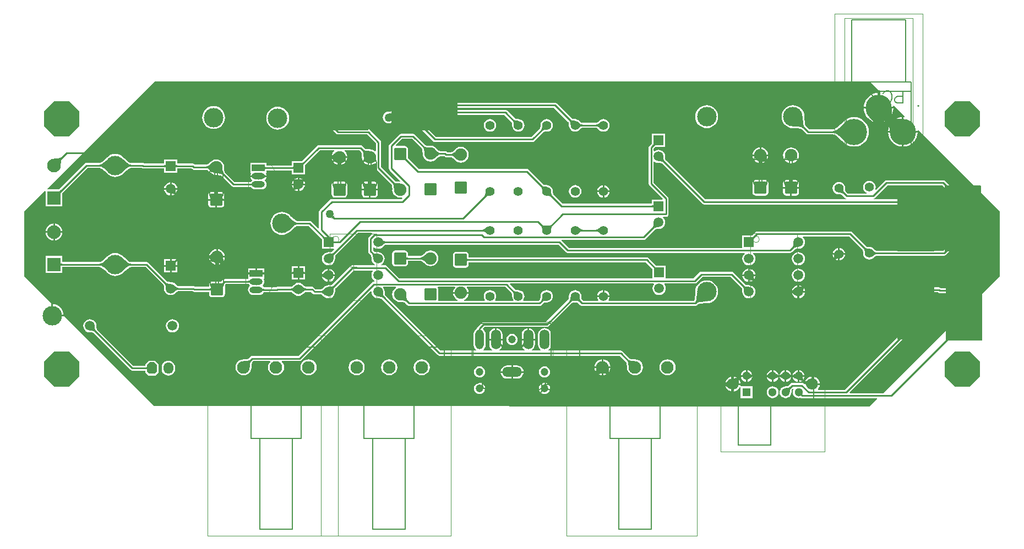
<source format=gbl>
G04*
G04 #@! TF.GenerationSoftware,Altium Limited,Altium Designer,18.0.7 (293)*
G04*
G04 Layer_Physical_Order=2*
G04 Layer_Color=16711680*
%FSLAX25Y25*%
%MOIN*%
G70*
G01*
G75*
%ADD10C,0.00500*%
%ADD11C,0.00787*%
%ADD12C,0.00600*%
%ADD13C,0.01000*%
%ADD19C,0.00394*%
%ADD21C,0.00000*%
%ADD22C,0.00000*%
%ADD23C,0.00781*%
%ADD24C,0.00300*%
%ADD25C,0.00197*%
%ADD53R,0.05118X0.05118*%
%ADD54C,0.05118*%
%ADD55C,0.07087*%
%ADD56C,0.07500*%
G04:AMPARAMS|DCode=57|XSize=75mil|YSize=75mil|CornerRadius=9.38mil|HoleSize=0mil|Usage=FLASHONLY|Rotation=90.000|XOffset=0mil|YOffset=0mil|HoleType=Round|Shape=RoundedRectangle|*
%AMROUNDEDRECTD57*
21,1,0.07500,0.05625,0,0,90.0*
21,1,0.05625,0.07500,0,0,90.0*
1,1,0.01875,0.02813,0.02813*
1,1,0.01875,0.02813,-0.02813*
1,1,0.01875,-0.02813,-0.02813*
1,1,0.01875,-0.02813,0.02813*
%
%ADD57ROUNDEDRECTD57*%
%ADD58C,0.11811*%
%ADD59R,0.05906X0.05906*%
%ADD60C,0.05906*%
%ADD61C,0.07677*%
%ADD62C,0.05200*%
%ADD63R,0.05200X0.05200*%
%ADD64O,0.06000X0.07000*%
G04:AMPARAMS|DCode=65|XSize=60mil|YSize=70mil|CornerRadius=0mil|HoleSize=0mil|Usage=FLASHONLY|Rotation=180.000|XOffset=0mil|YOffset=0mil|HoleType=Round|Shape=Octagon|*
%AMOCTAGOND65*
4,1,8,0.01500,-0.03500,-0.01500,-0.03500,-0.03000,-0.02000,-0.03000,0.02000,-0.01500,0.03500,0.01500,0.03500,0.03000,0.02000,0.03000,-0.02000,0.01500,-0.03500,0.0*
%
%ADD65OCTAGOND65*%

%ADD66P,0.23438X8X22.5*%
%ADD67C,0.15902*%
%ADD68R,0.08268X0.08268*%
%ADD69C,0.08268*%
%ADD70R,0.07874X0.03937*%
%ADD71O,0.07874X0.03937*%
%ADD72C,0.05512*%
%ADD73R,0.05200X0.05200*%
%ADD74C,0.04724*%
%ADD75O,0.05150X0.11874*%
%ADD76O,0.05937X0.11874*%
%ADD77O,0.11874X0.05937*%
%ADD78R,0.05906X0.05906*%
%ADD79C,0.05000*%
G36*
X518383Y190278D02*
X518156Y189798D01*
X517626Y189850D01*
Y181406D01*
X526071D01*
X526019Y181936D01*
X526499Y182163D01*
X532961Y175700D01*
X532747Y175248D01*
X532390Y175283D01*
Y166839D01*
X540835D01*
X540799Y167196D01*
X541251Y167410D01*
X575083Y133578D01*
X578913D01*
Y129748D01*
X590551Y118110D01*
Y78740D01*
X579602Y67791D01*
Y40241D01*
X558102D01*
Y46291D01*
X519781Y7970D01*
X499763D01*
X499571Y8432D01*
X531930Y40791D01*
X529067D01*
Y42253D01*
X496784Y9970D01*
X480668D01*
X480422Y10470D01*
X480977Y11193D01*
X481434Y12298D01*
X481525Y12984D01*
X477008D01*
Y13484D01*
X476508D01*
Y18001D01*
X475822Y17911D01*
X474717Y17453D01*
X473768Y16725D01*
X473039Y15776D01*
X472865Y15353D01*
X472977Y15334D01*
X473229Y15339D01*
X473489Y15394D01*
X473758Y15497D01*
X474035Y15648D01*
X474321Y15849D01*
X474615Y16098D01*
X474081Y11487D01*
X472409Y13749D01*
X471935Y13588D01*
X471741Y13781D01*
X471245Y14113D01*
X470660Y14229D01*
X465003D01*
X464418Y14113D01*
X463922Y13781D01*
X462589Y12449D01*
X462535Y12412D01*
X462439Y12362D01*
X462313Y12311D01*
X462154Y12263D01*
X461964Y12220D01*
X461756Y12187D01*
X461199Y12145D01*
X460947Y12142D01*
X460866Y12153D01*
X459937Y12030D01*
X459071Y11672D01*
X458328Y11101D01*
X457757Y10358D01*
X457399Y9492D01*
X457276Y8563D01*
X457399Y7634D01*
X457757Y6768D01*
X458328Y6025D01*
X459071Y5454D01*
X459937Y5096D01*
X460866Y4973D01*
X461795Y5096D01*
X462661Y5454D01*
X463405Y6025D01*
X463975Y6768D01*
X464334Y7634D01*
X464456Y8563D01*
X464447Y8634D01*
X464464Y9200D01*
X464488Y9440D01*
X464523Y9661D01*
X464566Y9851D01*
X464614Y10009D01*
X464665Y10136D01*
X464716Y10232D01*
X464752Y10286D01*
X465261Y10795D01*
X465327Y10783D01*
X465445Y10619D01*
X465579Y10231D01*
X465273Y9492D01*
X465150Y8563D01*
X465273Y7634D01*
X465631Y6768D01*
X466202Y6025D01*
X466945Y5454D01*
X467811Y5096D01*
X468740Y4973D01*
X469669Y5096D01*
X469982Y5225D01*
X470277Y5028D01*
X470862Y4911D01*
X516069D01*
X516260Y4450D01*
X511811Y0D01*
X78740Y197D01*
X78543D01*
X24221Y54520D01*
X16831D01*
Y55020D01*
X16331D01*
Y62409D01*
X0Y78740D01*
Y118110D01*
X0D01*
X12318Y130428D01*
X12779Y130236D01*
Y121146D01*
X23047D01*
Y129214D01*
X23255Y129458D01*
X38232Y144435D01*
X45633D01*
X45748Y144423D01*
X45988Y144356D01*
X46307Y144220D01*
X46692Y144008D01*
X47137Y143719D01*
X47617Y143363D01*
X49411Y141777D01*
X50023Y141168D01*
X50113Y141058D01*
X51165Y140195D01*
X52364Y139554D01*
X53666Y139159D01*
X55020Y139026D01*
X56373Y139159D01*
X57675Y139554D01*
X58875Y140195D01*
X59926Y141058D01*
X60010Y141160D01*
X61272Y142384D01*
X62415Y143358D01*
X62902Y143719D01*
X63347Y144008D01*
X63733Y144220D01*
X64051Y144356D01*
X64291Y144423D01*
X64406Y144435D01*
X70993D01*
X71408Y144158D01*
X71994Y144041D01*
X84630D01*
Y141618D01*
X92535D01*
Y144041D01*
X101366D01*
X101608Y143800D01*
X102104Y143469D01*
X102689Y143352D01*
X110247D01*
X110263Y143351D01*
X110395Y143319D01*
X110573Y143253D01*
X110793Y143145D01*
X111048Y142993D01*
X111334Y142795D01*
X111640Y142557D01*
X112358Y141917D01*
X112656Y141621D01*
X112754Y141494D01*
X113746Y140733D01*
X114902Y140254D01*
X116142Y140091D01*
X116301Y140112D01*
X116721Y140110D01*
X117681Y140055D01*
X118065Y140006D01*
X118408Y139944D01*
X118696Y139872D01*
X118928Y139793D01*
X119101Y139714D01*
X119217Y139642D01*
X119228Y139632D01*
X125474Y133387D01*
X125970Y133056D01*
X126555Y132939D01*
X137120D01*
X137190Y132934D01*
X137200Y132933D01*
X137646Y132351D01*
X138267Y131876D01*
X138989Y131577D01*
X139764Y131474D01*
X143701D01*
X144476Y131577D01*
X145198Y131876D01*
X145818Y132351D01*
X146294Y132972D01*
X146593Y133694D01*
X146695Y134469D01*
X146593Y135243D01*
X146294Y135966D01*
X145818Y136586D01*
X145645Y136719D01*
Y137219D01*
X145818Y137351D01*
X146294Y137971D01*
X146593Y138694D01*
X146629Y138969D01*
X146608D01*
X146377Y138964D01*
X145987Y138924D01*
X145828Y138890D01*
X145694Y138845D01*
X145585Y138791D01*
X145500Y138727D01*
X145439Y138653D01*
X145402Y138569D01*
X145390Y138476D01*
Y138969D01*
X138074D01*
Y138476D01*
X138062Y138569D01*
X138026Y138653D01*
X137965Y138727D01*
X137880Y138791D01*
X137770Y138845D01*
X137636Y138890D01*
X137478Y138924D01*
X137295Y138949D01*
X137088Y138964D01*
X136856Y138969D01*
X136835D01*
X136872Y138694D01*
X137171Y137971D01*
X137646Y137351D01*
X137820Y137219D01*
Y136719D01*
X137646Y136586D01*
X137205Y136010D01*
X137084Y135998D01*
X127189D01*
X121391Y141795D01*
X121381Y141807D01*
X121310Y141923D01*
X121231Y142096D01*
X121152Y142327D01*
X121079Y142616D01*
X121017Y142958D01*
X120969Y143343D01*
X120914Y144302D01*
X120912Y144723D01*
X120933Y144882D01*
X120770Y146122D01*
X120291Y147277D01*
X119529Y148269D01*
X118537Y149031D01*
X117382Y149510D01*
X116142Y149673D01*
X114902Y149510D01*
X113746Y149031D01*
X112754Y148269D01*
X112656Y148142D01*
X112358Y147846D01*
X111640Y147207D01*
X111334Y146969D01*
X111048Y146771D01*
X110793Y146618D01*
X110574Y146511D01*
X110395Y146444D01*
X110263Y146413D01*
X110247Y146411D01*
X103323D01*
X103081Y146652D01*
X102585Y146984D01*
X102000Y147100D01*
X92535D01*
Y149524D01*
X84630D01*
Y147100D01*
X72600D01*
X72185Y147378D01*
X71600Y147494D01*
X64406D01*
X64291Y147506D01*
X64051Y147573D01*
X63732Y147710D01*
X63347Y147921D01*
X62902Y148211D01*
X62422Y148566D01*
X60628Y150152D01*
X60016Y150761D01*
X59926Y150871D01*
X58875Y151734D01*
X57675Y152375D01*
X56373Y152770D01*
X55020Y152903D01*
X53666Y152770D01*
X52364Y152375D01*
X51165Y151734D01*
X50113Y150871D01*
X50029Y150769D01*
X48768Y149545D01*
X47624Y148572D01*
X47137Y148211D01*
X46692Y147921D01*
X46307Y147710D01*
X45988Y147573D01*
X45748Y147506D01*
X45633Y147494D01*
X37598D01*
X37013Y147378D01*
X36517Y147046D01*
X21129Y131658D01*
X20970Y131510D01*
X20850Y131413D01*
X13957D01*
X13765Y131875D01*
X78740Y196850D01*
X511811D01*
X518383Y190278D01*
D02*
G37*
G36*
X22922Y150267D02*
X22750Y150060D01*
X22597Y149805D01*
X22462Y149501D01*
X22346Y149149D01*
X22249Y148747D01*
X22171Y148296D01*
X22112Y147797D01*
X22050Y146652D01*
X22047Y146006D01*
X17955Y150098D01*
X18601Y150101D01*
X20245Y150222D01*
X20696Y150300D01*
X21097Y150397D01*
X21450Y150513D01*
X21754Y150648D01*
X22009Y150801D01*
X22215Y150974D01*
X22922Y150267D01*
D02*
G37*
G36*
X91522Y146476D02*
X91552Y146391D01*
X91602Y146316D01*
X91673Y146251D01*
X91764Y146196D01*
X91876Y146151D01*
X92007Y146116D01*
X92159Y146091D01*
X92331Y146076D01*
X92523Y146071D01*
Y145071D01*
X92331Y145066D01*
X92159Y145051D01*
X92007Y145026D01*
X91876Y144991D01*
X91764Y144946D01*
X91673Y144891D01*
X91602Y144826D01*
X91552Y144751D01*
X91522Y144666D01*
X91511Y144571D01*
Y146571D01*
X91522Y146476D01*
D02*
G37*
G36*
X85654Y144571D02*
X85644Y144666D01*
X85613Y144751D01*
X85563Y144826D01*
X85492Y144891D01*
X85401Y144946D01*
X85290Y144991D01*
X85158Y145026D01*
X85006Y145051D01*
X84834Y145066D01*
X84642Y145071D01*
Y146071D01*
X84834Y146076D01*
X85006Y146091D01*
X85158Y146116D01*
X85290Y146151D01*
X85401Y146196D01*
X85492Y146251D01*
X85563Y146316D01*
X85613Y146391D01*
X85644Y146476D01*
X85654Y146571D01*
Y144571D01*
D02*
G37*
G36*
X113464Y142257D02*
X113056Y142660D01*
X112293Y143341D01*
X111938Y143617D01*
X111600Y143851D01*
X111280Y144042D01*
X110978Y144191D01*
X110693Y144297D01*
X110425Y144360D01*
X110175Y144382D01*
Y145382D01*
X110425Y145403D01*
X110693Y145467D01*
X110978Y145573D01*
X111280Y145722D01*
X111600Y145913D01*
X111938Y146147D01*
X112293Y146423D01*
X113056Y147103D01*
X113464Y147507D01*
Y142257D01*
D02*
G37*
G36*
X59930Y149408D02*
X61780Y147773D01*
X62321Y147373D01*
X62822Y147046D01*
X63286Y146792D01*
X63711Y146610D01*
X64098Y146501D01*
X64447Y146465D01*
Y145465D01*
X64098Y145428D01*
X63711Y145319D01*
X63286Y145138D01*
X62822Y144883D01*
X62321Y144556D01*
X61780Y144156D01*
X60585Y143139D01*
X59237Y141831D01*
Y150099D01*
X59930Y149408D01*
D02*
G37*
G36*
X50802Y141831D02*
X50109Y142521D01*
X48259Y144156D01*
X47719Y144556D01*
X47217Y144883D01*
X46753Y145138D01*
X46328Y145319D01*
X45941Y145428D01*
X45592Y145465D01*
Y146465D01*
X45941Y146501D01*
X46328Y146610D01*
X46753Y146792D01*
X47217Y147046D01*
X47719Y147373D01*
X48259Y147773D01*
X49454Y148790D01*
X50802Y150099D01*
Y141831D01*
D02*
G37*
G36*
X119895Y144270D02*
X119953Y143250D01*
X120009Y142804D01*
X120082Y142400D01*
X120174Y142038D01*
X120282Y141719D01*
X120409Y141442D01*
X120553Y141208D01*
X120714Y141016D01*
X120007Y140309D01*
X119816Y140471D01*
X119581Y140615D01*
X119305Y140741D01*
X118986Y140850D01*
X118624Y140941D01*
X118220Y141015D01*
X117773Y141070D01*
X116753Y141129D01*
X116179Y141132D01*
X119892Y144844D01*
X119895Y144270D01*
D02*
G37*
G36*
X138074Y133476D02*
X138062Y133570D01*
X138026Y133653D01*
X137965Y133727D01*
X137880Y133791D01*
X137770Y133845D01*
X137636Y133890D01*
X137478Y133924D01*
X137295Y133949D01*
X137088Y133964D01*
X136856Y133969D01*
Y134969D01*
X137088Y134974D01*
X137478Y135013D01*
X137636Y135047D01*
X137770Y135092D01*
X137880Y135146D01*
X137965Y135210D01*
X138026Y135284D01*
X138062Y135368D01*
X138074Y135461D01*
Y133476D01*
D02*
G37*
G36*
X22742Y130402D02*
X22543Y130195D01*
X22230Y129826D01*
X22115Y129663D01*
X22029Y129515D01*
X21971Y129380D01*
X21942Y129261D01*
X21941Y129155D01*
X21968Y129064D01*
X22023Y128987D01*
X20621Y130389D01*
X20698Y130334D01*
X20789Y130307D01*
X20894Y130308D01*
X21014Y130338D01*
X21148Y130395D01*
X21297Y130482D01*
X21460Y130596D01*
X21637Y130738D01*
X22035Y131109D01*
X22742Y130402D01*
D02*
G37*
G36*
X464080Y11070D02*
X463952Y10924D01*
X463838Y10755D01*
X463738Y10564D01*
X463652Y10350D01*
X463580Y10113D01*
X463521Y9854D01*
X463477Y9571D01*
X463446Y9267D01*
X463425Y8589D01*
X460892Y11122D01*
X461242Y11125D01*
X461874Y11173D01*
X462157Y11218D01*
X462416Y11277D01*
X462653Y11349D01*
X462867Y11435D01*
X463058Y11535D01*
X463227Y11649D01*
X463373Y11777D01*
X464080Y11070D01*
D02*
G37*
G36*
X470879Y7149D02*
X470888Y7137D01*
X470904Y7117D01*
X470995Y7019D01*
X471216Y6794D01*
X470509Y6087D01*
X470148Y6426D01*
X470877Y7155D01*
X470879Y7149D01*
D02*
G37*
%LPC*%
G36*
X516626Y189850D02*
X515371Y189727D01*
X513684Y189215D01*
X512129Y188384D01*
X510766Y187265D01*
X509648Y185902D01*
X508816Y184347D01*
X508305Y182660D01*
X508181Y181406D01*
X516626D01*
Y189850D01*
D02*
G37*
G36*
X222426Y179089D02*
X222155Y178818D01*
X222104Y178783D01*
X222012Y178735D01*
X221890Y178685D01*
X221739Y178638D01*
X221556Y178596D01*
X221357Y178564D01*
X220820Y178522D01*
X220577Y178520D01*
X220500Y178530D01*
X219586Y178410D01*
X218735Y178057D01*
X218004Y177496D01*
X217443Y176765D01*
X217090Y175914D01*
X216970Y175000D01*
X217090Y174086D01*
X217443Y173235D01*
X218004Y172504D01*
X218735Y171943D01*
X219586Y171590D01*
X220500Y171470D01*
X221414Y171590D01*
X222265Y171943D01*
X222426Y172066D01*
Y175599D01*
X220525Y177500D01*
X220864Y177503D01*
X221477Y177551D01*
X221751Y177595D01*
X222004Y177653D01*
X222234Y177724D01*
X222426Y177802D01*
Y179089D01*
D02*
G37*
G36*
X526071Y180406D02*
X525077D01*
X525077Y179464D01*
X525210Y177042D01*
X525435Y177464D01*
X525947Y179151D01*
X526071Y180406D01*
D02*
G37*
G36*
X524656D02*
X517626D01*
Y175228D01*
X519478D01*
X524656Y180406D01*
D02*
G37*
G36*
X531390Y175283D02*
X530135Y175160D01*
X528448Y174648D01*
X527883Y174346D01*
X529082Y174276D01*
X531390Y174285D01*
Y175283D01*
D02*
G37*
G36*
X520484Y172874D02*
X520111Y172457D01*
X520568Y172596D01*
X521017Y172836D01*
X520484Y172874D01*
D02*
G37*
G36*
X516626Y180406D02*
X508181D01*
X508305Y179151D01*
X508816Y177464D01*
X509648Y175909D01*
X510766Y174546D01*
X512129Y173427D01*
X513684Y172596D01*
X514172Y172448D01*
X513384Y173358D01*
X511560Y175228D01*
X516626D01*
Y180406D01*
D02*
G37*
G36*
X413091Y182431D02*
X411737Y182298D01*
X410435Y181903D01*
X409235Y181262D01*
X408184Y180399D01*
X407321Y179347D01*
X406680Y178148D01*
X406285Y176846D01*
X406152Y175492D01*
X406285Y174138D01*
X406680Y172837D01*
X407321Y171637D01*
X408184Y170586D01*
X409235Y169723D01*
X410435Y169081D01*
X411737Y168687D01*
X413091Y168553D01*
X414444Y168687D01*
X415746Y169081D01*
X416946Y169723D01*
X417997Y170586D01*
X418860Y171637D01*
X419501Y172837D01*
X419896Y174138D01*
X420029Y175492D01*
X419896Y176846D01*
X419501Y178148D01*
X418860Y179347D01*
X417997Y180399D01*
X416946Y181262D01*
X415746Y181903D01*
X414444Y182298D01*
X413091Y182431D01*
D02*
G37*
G36*
X114567Y181939D02*
X113213Y181806D01*
X111912Y181411D01*
X110712Y180770D01*
X109660Y179907D01*
X108798Y178855D01*
X108156Y177655D01*
X107761Y176354D01*
X107628Y175000D01*
X107761Y173646D01*
X108156Y172345D01*
X108798Y171145D01*
X109660Y170093D01*
X110712Y169230D01*
X111912Y168589D01*
X113213Y168194D01*
X114567Y168061D01*
X115921Y168194D01*
X117222Y168589D01*
X118422Y169230D01*
X119474Y170093D01*
X120336Y171145D01*
X120978Y172345D01*
X121373Y173646D01*
X121506Y175000D01*
X121373Y176354D01*
X120978Y177655D01*
X120336Y178855D01*
X119474Y179907D01*
X118422Y180770D01*
X117222Y181411D01*
X115921Y181806D01*
X114567Y181939D01*
D02*
G37*
G36*
X153346Y181545D02*
X151993Y181412D01*
X150691Y181017D01*
X149491Y180376D01*
X148440Y179513D01*
X147577Y178462D01*
X146936Y177262D01*
X146541Y175960D01*
X146407Y174606D01*
X146541Y173253D01*
X146936Y171951D01*
X147577Y170751D01*
X148440Y169700D01*
X149491Y168837D01*
X150691Y168196D01*
X151993Y167801D01*
X153346Y167667D01*
X154700Y167801D01*
X156002Y168196D01*
X157202Y168837D01*
X158253Y169700D01*
X159116Y170751D01*
X159757Y171951D01*
X160152Y173253D01*
X160285Y174606D01*
X160152Y175960D01*
X159757Y177262D01*
X159116Y178462D01*
X158253Y179513D01*
X157202Y180376D01*
X156002Y181017D01*
X154700Y181412D01*
X153346Y181545D01*
D02*
G37*
G36*
X531390Y173995D02*
X524480Y166839D01*
X531390D01*
Y173995D01*
D02*
G37*
G36*
X523712Y170027D02*
X523580Y169781D01*
X523069Y168093D01*
X522945Y166839D01*
X523929D01*
X523915Y167654D01*
X523712Y170027D01*
D02*
G37*
G36*
X321214Y184029D02*
X261926D01*
Y180971D01*
X320581D01*
X329304Y172247D01*
X329346Y172183D01*
X329401Y172075D01*
X329457Y171931D01*
X329510Y171751D01*
X329556Y171536D01*
X329592Y171298D01*
X329637Y170673D01*
X329640Y170393D01*
X329627Y170299D01*
X329756Y169318D01*
X330135Y168404D01*
X330737Y167620D01*
X331521Y167018D01*
X332435Y166639D01*
X333415Y166510D01*
X334396Y166639D01*
X335310Y167018D01*
X336094Y167620D01*
X336145Y167687D01*
X336603Y168119D01*
X336815Y168294D01*
X337019Y168445D01*
X337204Y168564D01*
X337369Y168654D01*
X337510Y168716D01*
X337625Y168754D01*
X337701Y168769D01*
X346305D01*
X346381Y168754D01*
X346496Y168716D01*
X346637Y168654D01*
X346802Y168564D01*
X346987Y168445D01*
X347181Y168302D01*
X347654Y167892D01*
X347854Y167695D01*
X347912Y167620D01*
X348696Y167018D01*
X349610Y166639D01*
X350591Y166510D01*
X351571Y166639D01*
X352485Y167018D01*
X353269Y167620D01*
X353871Y168404D01*
X354250Y169318D01*
X354379Y170299D01*
X354250Y171279D01*
X353871Y172193D01*
X353269Y172977D01*
X352485Y173579D01*
X351571Y173958D01*
X350591Y174087D01*
X349610Y173958D01*
X348696Y173579D01*
X347912Y172977D01*
X347861Y172910D01*
X347403Y172478D01*
X347191Y172303D01*
X346987Y172152D01*
X346802Y172033D01*
X346637Y171943D01*
X346496Y171881D01*
X346381Y171843D01*
X346305Y171828D01*
X337701D01*
X337625Y171843D01*
X337510Y171881D01*
X337369Y171943D01*
X337204Y172033D01*
X337019Y172152D01*
X336825Y172296D01*
X336352Y172706D01*
X336152Y172902D01*
X336094Y172977D01*
X335310Y173579D01*
X334396Y173958D01*
X333415Y174087D01*
X333332Y174076D01*
X332702Y174093D01*
X332429Y174120D01*
X332178Y174158D01*
X331962Y174204D01*
X331783Y174257D01*
X331639Y174313D01*
X331531Y174368D01*
X331467Y174410D01*
X322295Y183581D01*
X321799Y183913D01*
X321214Y184029D01*
D02*
G37*
G36*
X291312Y179581D02*
X261926D01*
Y176522D01*
X290679D01*
X294953Y172247D01*
X294996Y172183D01*
X295051Y172075D01*
X295107Y171931D01*
X295160Y171751D01*
X295206Y171536D01*
X295242Y171298D01*
X295287Y170673D01*
X295289Y170393D01*
X295277Y170299D01*
X295406Y169318D01*
X295784Y168404D01*
X296386Y167620D01*
X297171Y167018D01*
X298084Y166639D01*
X299065Y166510D01*
X300045Y166639D01*
X300959Y167018D01*
X301744Y167620D01*
X302346Y168404D01*
X302724Y169318D01*
X302853Y170299D01*
X302724Y171279D01*
X302346Y172193D01*
X301744Y172977D01*
X300959Y173579D01*
X300045Y173958D01*
X299065Y174087D01*
X298981Y174076D01*
X298352Y174093D01*
X298078Y174120D01*
X297828Y174158D01*
X297612Y174204D01*
X297432Y174257D01*
X297289Y174313D01*
X297181Y174368D01*
X297116Y174410D01*
X292394Y179133D01*
X291898Y179464D01*
X291312Y179581D01*
D02*
G37*
G36*
X281890Y174087D02*
X280909Y173958D01*
X279996Y173579D01*
X279211Y172977D01*
X278609Y172193D01*
X278231Y171279D01*
X278101Y170299D01*
X278231Y169318D01*
X278609Y168404D01*
X279211Y167620D01*
X279996Y167018D01*
X280909Y166639D01*
X281890Y166510D01*
X282870Y166639D01*
X283784Y167018D01*
X284569Y167620D01*
X285171Y168404D01*
X285549Y169318D01*
X285678Y170299D01*
X285549Y171279D01*
X285171Y172193D01*
X284569Y172977D01*
X283784Y173579D01*
X282870Y173958D01*
X281890Y174087D01*
D02*
G37*
G36*
X316240D02*
X315260Y173958D01*
X314346Y173579D01*
X313562Y172977D01*
X312959Y172193D01*
X312581Y171279D01*
X312452Y170299D01*
X312463Y170215D01*
X312445Y169586D01*
X312419Y169312D01*
X312381Y169062D01*
X312335Y168846D01*
X312282Y168666D01*
X312226Y168522D01*
X312171Y168414D01*
X312129Y168350D01*
X307066Y163288D01*
X249052D01*
X244789Y167551D01*
X240463D01*
X247337Y160677D01*
X247833Y160345D01*
X248419Y160229D01*
X307700D01*
X308285Y160345D01*
X308781Y160677D01*
X314292Y166187D01*
X314356Y166229D01*
X314464Y166285D01*
X314607Y166340D01*
X314787Y166393D01*
X315003Y166440D01*
X315241Y166476D01*
X315866Y166520D01*
X316146Y166523D01*
X316240Y166510D01*
X317221Y166639D01*
X318134Y167018D01*
X318919Y167620D01*
X319521Y168404D01*
X319899Y169318D01*
X320028Y170299D01*
X319899Y171279D01*
X319521Y172193D01*
X318919Y172977D01*
X318134Y173579D01*
X317221Y173958D01*
X316240Y174087D01*
D02*
G37*
G36*
X540835Y165839D02*
X532390D01*
Y157394D01*
X533644Y157517D01*
X535332Y158029D01*
X536887Y158860D01*
X538250Y159979D01*
X539368Y161342D01*
X540199Y162897D01*
X540711Y164584D01*
X540835Y165839D01*
D02*
G37*
G36*
X531390D02*
X522945D01*
X523069Y164584D01*
X523580Y162897D01*
X524411Y161342D01*
X525530Y159979D01*
X526893Y158860D01*
X528448Y158029D01*
X530135Y157517D01*
X531390Y157394D01*
Y165839D01*
D02*
G37*
G36*
X465354Y182431D02*
X464001Y182298D01*
X462699Y181903D01*
X461499Y181262D01*
X460448Y180399D01*
X459585Y179347D01*
X458944Y178148D01*
X458549Y176846D01*
X458416Y175492D01*
X458549Y174138D01*
X458944Y172837D01*
X459585Y171637D01*
X460448Y170586D01*
X461499Y169723D01*
X462699Y169081D01*
X464001Y168687D01*
X465354Y168553D01*
X465486Y168566D01*
X467243Y168540D01*
X468740Y168420D01*
X469340Y168330D01*
X469859Y168220D01*
X470282Y168097D01*
X470603Y167968D01*
X470820Y167847D01*
X470910Y167773D01*
X473427Y165257D01*
X473923Y164926D01*
X474508Y164809D01*
X489684D01*
X489890Y164786D01*
X490237Y164680D01*
X490689Y164475D01*
X491230Y164163D01*
X491850Y163744D01*
X492526Y163228D01*
X495019Y160995D01*
X495847Y160168D01*
X496002Y159979D01*
X497365Y158860D01*
X498920Y158029D01*
X500607Y157517D01*
X502362Y157344D01*
X504117Y157517D01*
X505804Y158029D01*
X507359Y158860D01*
X508722Y159979D01*
X509840Y161342D01*
X510672Y162897D01*
X511184Y164584D01*
X511356Y166339D01*
X511184Y168093D01*
X510672Y169781D01*
X509840Y171335D01*
X508722Y172698D01*
X507359Y173817D01*
X505804Y174648D01*
X504117Y175160D01*
X502362Y175333D01*
X500607Y175160D01*
X498920Y174648D01*
X497365Y173817D01*
X496002Y172698D01*
X495859Y172523D01*
X494124Y170832D01*
X492533Y169454D01*
X491850Y168933D01*
X491230Y168514D01*
X490689Y168202D01*
X490237Y167997D01*
X489890Y167892D01*
X489684Y167868D01*
X475141D01*
X473073Y169936D01*
X473000Y170026D01*
X472878Y170244D01*
X472749Y170565D01*
X472626Y170988D01*
X472517Y171506D01*
X472429Y172097D01*
X472281Y174487D01*
X472279Y175351D01*
X472293Y175492D01*
X472160Y176846D01*
X471765Y178148D01*
X471124Y179347D01*
X470261Y180399D01*
X469209Y181262D01*
X468010Y181903D01*
X466708Y182298D01*
X465354Y182431D01*
D02*
G37*
G36*
X208100Y167829D02*
X208028D01*
Y167551D01*
X186565D01*
X188898Y165219D01*
X189394Y164887D01*
X189980Y164771D01*
X207467D01*
X212871Y159367D01*
Y154713D01*
X212371Y154515D01*
X211525Y155164D01*
X210369Y155642D01*
X209129Y155806D01*
X208970Y155785D01*
X208549Y155787D01*
X207590Y155842D01*
X207205Y155890D01*
X206863Y155952D01*
X206575Y156025D01*
X206343Y156104D01*
X206170Y156183D01*
X206054Y156254D01*
X206042Y156264D01*
X204525Y157781D01*
X204029Y158113D01*
X203444Y158229D01*
X178176D01*
X177591Y158113D01*
X177095Y157781D01*
X167979Y148666D01*
X167820Y148518D01*
X167700Y148421D01*
X161992D01*
Y145998D01*
X146669D01*
Y147437D01*
X136795D01*
Y141500D01*
X137016D01*
X137237Y141052D01*
X137171Y140966D01*
X136872Y140243D01*
X136835Y139969D01*
X136856D01*
X137088Y139973D01*
X137478Y140013D01*
X137636Y140047D01*
X137770Y140092D01*
X137880Y140146D01*
X137965Y140210D01*
X138026Y140284D01*
X138062Y140368D01*
X138074Y140461D01*
Y139969D01*
X145390D01*
Y140461D01*
X145402Y140368D01*
X145439Y140284D01*
X145500Y140210D01*
X145585Y140146D01*
X145694Y140092D01*
X145828Y140047D01*
X145987Y140013D01*
X146170Y139988D01*
X146377Y139973D01*
X146608Y139969D01*
X146629D01*
X146593Y140243D01*
X146294Y140966D01*
X146228Y141052D01*
X146449Y141500D01*
X146669D01*
Y142939D01*
X161992D01*
Y140516D01*
X169898D01*
Y146222D01*
X170105Y146466D01*
X178810Y155171D01*
X187540D01*
X187710Y154671D01*
X187360Y154402D01*
X186599Y153410D01*
X186120Y152255D01*
X186083Y151972D01*
X186206Y152046D01*
X186544Y152280D01*
X186899Y152556D01*
X187662Y153236D01*
X188070Y153640D01*
Y151515D01*
X190748D01*
X195473D01*
X195376Y152255D01*
X194897Y153410D01*
X194136Y154402D01*
X193786Y154671D01*
X193956Y155171D01*
X202810D01*
X203879Y154101D01*
X203890Y154089D01*
X203961Y153974D01*
X204040Y153800D01*
X204119Y153569D01*
X204191Y153281D01*
X204254Y152938D01*
X204302Y152554D01*
X204357Y151594D01*
X204359Y151174D01*
X204338Y151015D01*
X204501Y149775D01*
X204980Y148619D01*
X205741Y147627D01*
X206733Y146866D01*
X207889Y146387D01*
X209129Y146224D01*
X210369Y146387D01*
X211525Y146866D01*
X212371Y147515D01*
X212871Y147316D01*
Y144440D01*
X212987Y143854D01*
X213319Y143358D01*
X222260Y134416D01*
X222270Y134405D01*
X222342Y134289D01*
X222421Y134116D01*
X222500Y133884D01*
X222572Y133596D01*
X222634Y133253D01*
X222682Y132869D01*
X222738Y131909D01*
X222740Y131489D01*
X222719Y131330D01*
X222882Y130090D01*
X223361Y128934D01*
X224122Y127942D01*
X225114Y127181D01*
X226270Y126702D01*
X227510Y126539D01*
X228614Y126684D01*
X228882Y126245D01*
X228167Y125529D01*
X186106D01*
X185521Y125413D01*
X185025Y125082D01*
X178840Y118896D01*
X178508Y118400D01*
X178392Y117815D01*
Y107956D01*
X177930Y107765D01*
X173786Y111908D01*
X173290Y112240D01*
X172705Y112356D01*
X165292D01*
X165177Y112368D01*
X164937Y112436D01*
X164619Y112572D01*
X164233Y112784D01*
X163788Y113073D01*
X163308Y113428D01*
X161514Y115014D01*
X160902Y115623D01*
X160812Y115733D01*
X159761Y116596D01*
X158561Y117237D01*
X157259Y117632D01*
X155906Y117766D01*
X154552Y117632D01*
X153250Y117237D01*
X152050Y116596D01*
X150999Y115733D01*
X150136Y114682D01*
X149495Y113482D01*
X149100Y112180D01*
X148967Y110827D01*
X149100Y109473D01*
X149495Y108171D01*
X150136Y106972D01*
X150999Y105920D01*
X152050Y105057D01*
X153250Y104416D01*
X154552Y104021D01*
X155906Y103888D01*
X157259Y104021D01*
X158561Y104416D01*
X159761Y105057D01*
X160812Y105920D01*
X160896Y106022D01*
X162157Y107246D01*
X163301Y108220D01*
X163788Y108581D01*
X164233Y108870D01*
X164619Y109082D01*
X164937Y109218D01*
X165177Y109285D01*
X165292Y109297D01*
X172071D01*
X179917Y101452D01*
X180065Y101293D01*
X180161Y101173D01*
Y95465D01*
X187345D01*
X187537Y95003D01*
X186288Y93754D01*
X186213Y93705D01*
X186092Y93646D01*
X185932Y93585D01*
X185730Y93528D01*
X185489Y93478D01*
X185221Y93440D01*
X184529Y93392D01*
X184221Y93390D01*
X184114Y93404D01*
X183082Y93268D01*
X182121Y92870D01*
X181295Y92237D01*
X180661Y91411D01*
X180263Y90449D01*
X180127Y89417D01*
X180263Y88385D01*
X180661Y87424D01*
X181295Y86598D01*
X182121Y85965D01*
X183082Y85566D01*
X184114Y85431D01*
X185146Y85566D01*
X186108Y85965D01*
X186933Y86598D01*
X187567Y87424D01*
X187965Y88385D01*
X188101Y89417D01*
X188087Y89524D01*
X188089Y89833D01*
X188136Y90525D01*
X188175Y90792D01*
X188225Y91033D01*
X188282Y91235D01*
X188342Y91396D01*
X188402Y91516D01*
X188451Y91591D01*
X202027Y105167D01*
X210397D01*
X210604Y104667D01*
X208519Y102581D01*
X208187Y102085D01*
X208071Y101500D01*
Y93932D01*
X208187Y93346D01*
X208519Y92850D01*
X209777Y91591D01*
X209826Y91516D01*
X209886Y91396D01*
X209947Y91235D01*
X210004Y91033D01*
X210053Y90792D01*
X210092Y90525D01*
X210139Y89833D01*
X210141Y89524D01*
X210127Y89417D01*
X210263Y88385D01*
X210662Y87424D01*
X211295Y86598D01*
X212121Y85965D01*
X212278Y85900D01*
X212178Y85400D01*
X198567D01*
X197982Y85283D01*
X197486Y84952D01*
X186288Y73754D01*
X186213Y73705D01*
X186092Y73646D01*
X185932Y73585D01*
X185730Y73528D01*
X185489Y73478D01*
X185221Y73440D01*
X184529Y73392D01*
X184221Y73390D01*
X184114Y73404D01*
X183082Y73268D01*
X182121Y72870D01*
X181295Y72237D01*
X181229Y72151D01*
X181010Y71934D01*
X180487Y71479D01*
X180271Y71316D01*
X180065Y71181D01*
X179882Y71079D01*
X179726Y71008D01*
X179598Y70965D01*
X179510Y70947D01*
X176382D01*
X175381Y71948D01*
X174885Y72279D01*
X174300Y72396D01*
X170549D01*
X170461Y72414D01*
X170334Y72457D01*
X170177Y72528D01*
X169994Y72630D01*
X169788Y72765D01*
X169572Y72927D01*
X169050Y73383D01*
X168830Y73600D01*
X168764Y73685D01*
X167938Y74319D01*
X166977Y74717D01*
X165945Y74853D01*
X164913Y74717D01*
X163952Y74319D01*
X163126Y73685D01*
X163060Y73600D01*
X162840Y73383D01*
X162318Y72927D01*
X162101Y72765D01*
X161896Y72630D01*
X161713Y72528D01*
X161556Y72457D01*
X161429Y72414D01*
X161341Y72396D01*
X153276D01*
X152690Y72279D01*
X152452Y72120D01*
X144967D01*
X144896Y72125D01*
X144886Y72126D01*
X144440Y72708D01*
X144267Y72841D01*
Y73341D01*
X144440Y73473D01*
X144916Y74094D01*
X145215Y74816D01*
X145317Y75591D01*
X145215Y76366D01*
X144916Y77088D01*
X144850Y77174D01*
X145071Y77622D01*
X145291D01*
Y80091D01*
X145279D01*
X145087Y80086D01*
X144915Y80071D01*
X144763Y80046D01*
X144632Y80011D01*
X144520Y79966D01*
X144429Y79911D01*
X144359Y79846D01*
X144308Y79771D01*
X144278Y79686D01*
X144267Y79591D01*
Y80091D01*
X136441D01*
Y79591D01*
X136431Y79686D01*
X136401Y79771D01*
X136350Y79846D01*
X136279Y79911D01*
X136188Y79966D01*
X136077Y80011D01*
X135945Y80046D01*
X135794Y80071D01*
X135622Y80086D01*
X135429Y80091D01*
X135417D01*
Y77622D01*
X135417Y77622D01*
X135297Y77172D01*
X135227Y77120D01*
X121358D01*
X120773Y77004D01*
X120277Y76672D01*
X119395Y75791D01*
X119314Y75718D01*
X119233Y75654D01*
X113821D01*
X113065Y75504D01*
X112424Y75076D01*
X111996Y74435D01*
X111846Y73679D01*
Y72396D01*
X103426D01*
X103381Y72440D01*
X102885Y72771D01*
X102300Y72888D01*
X93186D01*
X93099Y72906D01*
X92971Y72949D01*
X92815Y73020D01*
X92632Y73122D01*
X92426Y73257D01*
X92210Y73419D01*
X91687Y73875D01*
X91467Y74092D01*
X91402Y74177D01*
X90576Y74811D01*
X89614Y75209D01*
X88583Y75345D01*
X88476Y75331D01*
X88167Y75333D01*
X87476Y75380D01*
X87208Y75419D01*
X86967Y75469D01*
X86765Y75526D01*
X86604Y75586D01*
X86484Y75646D01*
X86409Y75695D01*
X75117Y86987D01*
X74620Y87319D01*
X74035Y87435D01*
X64406D01*
X64291Y87447D01*
X64051Y87515D01*
X63732Y87651D01*
X63347Y87862D01*
X62902Y88152D01*
X62422Y88507D01*
X60628Y90093D01*
X60016Y90702D01*
X59926Y90812D01*
X58875Y91675D01*
X57675Y92316D01*
X56373Y92711D01*
X55020Y92844D01*
X53666Y92711D01*
X52364Y92316D01*
X51165Y91675D01*
X50113Y90812D01*
X50029Y90710D01*
X48768Y89486D01*
X47624Y88513D01*
X47137Y88152D01*
X46692Y87862D01*
X46307Y87651D01*
X45988Y87515D01*
X45748Y87447D01*
X45633Y87435D01*
X23047D01*
Y91040D01*
X12779D01*
Y80772D01*
X23047D01*
Y84376D01*
X45633D01*
X45748Y84364D01*
X45988Y84297D01*
X46307Y84161D01*
X46692Y83949D01*
X47137Y83659D01*
X47617Y83304D01*
X49411Y81718D01*
X50023Y81109D01*
X50113Y80999D01*
X51165Y80136D01*
X52364Y79495D01*
X53666Y79100D01*
X55020Y78967D01*
X56373Y79100D01*
X57675Y79495D01*
X58875Y80136D01*
X59926Y80999D01*
X60010Y81101D01*
X61272Y82325D01*
X62415Y83299D01*
X62902Y83659D01*
X63347Y83949D01*
X63733Y84161D01*
X64051Y84297D01*
X64291Y84364D01*
X64406Y84376D01*
X73402D01*
X84246Y73532D01*
X84295Y73457D01*
X84355Y73336D01*
X84415Y73176D01*
X84472Y72974D01*
X84522Y72733D01*
X84561Y72465D01*
X84607Y71773D01*
X84610Y71465D01*
X84596Y71358D01*
X84732Y70326D01*
X85130Y69365D01*
X85764Y68539D01*
X86589Y67905D01*
X87551Y67507D01*
X88583Y67371D01*
X89614Y67507D01*
X90576Y67905D01*
X91402Y68539D01*
X91467Y68625D01*
X91687Y68841D01*
X92210Y69297D01*
X92426Y69459D01*
X92632Y69594D01*
X92815Y69696D01*
X92971Y69767D01*
X93099Y69810D01*
X93186Y69829D01*
X101666D01*
X101711Y69785D01*
X102207Y69453D01*
X102792Y69337D01*
X111846D01*
Y68054D01*
X111996Y67298D01*
X112424Y66657D01*
X113065Y66229D01*
X113821Y66078D01*
X119446D01*
X120202Y66229D01*
X120843Y66657D01*
X121271Y67298D01*
X121422Y68054D01*
Y73461D01*
X121584Y73653D01*
X121992Y74061D01*
X135742D01*
X135812Y74056D01*
X135823Y74055D01*
X136269Y73473D01*
X136442Y73341D01*
Y72841D01*
X136269Y72708D01*
X135793Y72088D01*
X135494Y71365D01*
X135392Y70591D01*
X135494Y69816D01*
X135793Y69094D01*
X136269Y68473D01*
X136889Y67998D01*
X137611Y67699D01*
X138386Y67597D01*
X142323D01*
X143098Y67699D01*
X143820Y67998D01*
X144440Y68473D01*
X144882Y69049D01*
X145002Y69061D01*
X153000D01*
X153585Y69178D01*
X153823Y69337D01*
X161341D01*
X161429Y69318D01*
X161556Y69275D01*
X161713Y69204D01*
X161896Y69102D01*
X162102Y68967D01*
X162318Y68805D01*
X162840Y68349D01*
X163060Y68133D01*
X163126Y68047D01*
X163952Y67414D01*
X164913Y67015D01*
X165945Y66879D01*
X166977Y67015D01*
X167938Y67414D01*
X168764Y68047D01*
X168830Y68133D01*
X169050Y68349D01*
X169572Y68805D01*
X169788Y68967D01*
X169994Y69102D01*
X170177Y69204D01*
X170334Y69275D01*
X170461Y69318D01*
X170549Y69337D01*
X173667D01*
X174667Y68336D01*
X175163Y68004D01*
X175749Y67888D01*
X179510D01*
X179598Y67870D01*
X179726Y67826D01*
X179882Y67756D01*
X180065Y67654D01*
X180271Y67518D01*
X180487Y67356D01*
X181010Y66900D01*
X181229Y66684D01*
X181295Y66598D01*
X182121Y65965D01*
X183082Y65566D01*
X184114Y65430D01*
X185146Y65566D01*
X186108Y65965D01*
X186933Y66598D01*
X187567Y67424D01*
X187965Y68385D01*
X188101Y69417D01*
X188087Y69524D01*
X188089Y69833D01*
X188136Y70525D01*
X188175Y70792D01*
X188225Y71033D01*
X188282Y71235D01*
X188342Y71396D01*
X188402Y71516D01*
X188451Y71591D01*
X199200Y82341D01*
X210745D01*
X210991Y81841D01*
X210662Y81411D01*
X210263Y80449D01*
X210127Y79417D01*
X210263Y78386D01*
X210662Y77424D01*
X211295Y76598D01*
X212004Y76054D01*
X211869Y75554D01*
X211686D01*
X211101Y75438D01*
X210605Y75106D01*
X166028Y30529D01*
X138055D01*
X137470Y30413D01*
X136974Y30081D01*
X135866Y28974D01*
X135851Y28961D01*
X135731Y28888D01*
X135552Y28806D01*
X135312Y28725D01*
X135015Y28651D01*
X134684Y28592D01*
X133265Y28483D01*
X132842Y28481D01*
X132677Y28502D01*
X131414Y28336D01*
X130237Y27849D01*
X129226Y27073D01*
X128451Y26062D01*
X127963Y24885D01*
X127797Y23622D01*
X127963Y22359D01*
X128451Y21182D01*
X129226Y20171D01*
X130237Y19396D01*
X131414Y18908D01*
X132677Y18742D01*
X133940Y18908D01*
X135117Y19396D01*
X136128Y20171D01*
X136904Y21182D01*
X137391Y22359D01*
X137557Y23622D01*
X137536Y23787D01*
X137538Y24220D01*
X137594Y25209D01*
X137643Y25606D01*
X137706Y25960D01*
X137781Y26257D01*
X137862Y26497D01*
X137943Y26676D01*
X138016Y26796D01*
X138029Y26811D01*
X138689Y27471D01*
X148676D01*
X148833Y26971D01*
X148136Y26062D01*
X147648Y24885D01*
X147482Y23622D01*
X147648Y22359D01*
X148136Y21182D01*
X148911Y20171D01*
X149922Y19396D01*
X151099Y18908D01*
X152362Y18742D01*
X153625Y18908D01*
X154802Y19396D01*
X155813Y20171D01*
X156589Y21182D01*
X157076Y22359D01*
X157243Y23622D01*
X157076Y24885D01*
X156589Y26062D01*
X155892Y26971D01*
X156048Y27471D01*
X166661D01*
X167247Y27587D01*
X167743Y27919D01*
X209712Y69887D01*
X210160Y69666D01*
X210127Y69417D01*
X210263Y68385D01*
X210662Y67424D01*
X211295Y66598D01*
X212121Y65965D01*
X213082Y65566D01*
X214114Y65430D01*
X214221Y65445D01*
X214529Y65442D01*
X215221Y65395D01*
X215489Y65357D01*
X215730Y65307D01*
X215932Y65250D01*
X216092Y65189D01*
X216213Y65130D01*
X216288Y65081D01*
X250250Y31119D01*
X250746Y30787D01*
X251332Y30671D01*
X360473D01*
X364333Y26811D01*
X364346Y26796D01*
X364420Y26676D01*
X364501Y26497D01*
X364581Y26257D01*
X364656Y25960D01*
X364715Y25629D01*
X364824Y24209D01*
X364826Y23787D01*
X364805Y23622D01*
X364971Y22359D01*
X365458Y21182D01*
X366234Y20171D01*
X367245Y19396D01*
X368422Y18908D01*
X369685Y18742D01*
X370948Y18908D01*
X372125Y19396D01*
X373136Y20171D01*
X373911Y21182D01*
X374399Y22359D01*
X374565Y23622D01*
X374399Y24885D01*
X373911Y26062D01*
X373136Y27073D01*
X372125Y27849D01*
X370948Y28336D01*
X369685Y28502D01*
X369520Y28481D01*
X369087Y28483D01*
X368098Y28539D01*
X367701Y28588D01*
X367347Y28651D01*
X367050Y28725D01*
X366810Y28806D01*
X366631Y28888D01*
X366512Y28961D01*
X366496Y28974D01*
X362188Y33281D01*
X361692Y33613D01*
X361107Y33729D01*
X317407D01*
X317238Y34229D01*
X317791Y34654D01*
X318427Y35483D01*
X318827Y36448D01*
X318963Y37484D01*
Y43421D01*
X318827Y44457D01*
X318427Y45423D01*
X317791Y46252D01*
X316962Y46888D01*
X315997Y47288D01*
X314961Y47424D01*
X313925Y47288D01*
X312959Y46888D01*
X312130Y46252D01*
X311494Y45423D01*
X311094Y44457D01*
X310958Y43421D01*
Y37484D01*
X311094Y36448D01*
X311494Y35483D01*
X312130Y34654D01*
X312684Y34229D01*
X312514Y33729D01*
X307565D01*
X307395Y34229D01*
X307949Y34654D01*
X308585Y35483D01*
X308984Y36448D01*
X309121Y37484D01*
Y39953D01*
X305118D01*
X301115D01*
Y37484D01*
X301252Y36448D01*
X301652Y35483D01*
X302288Y34654D01*
X302841Y34229D01*
X302671Y33729D01*
X287880D01*
X287710Y34229D01*
X288263Y34654D01*
X288899Y35483D01*
X289299Y36448D01*
X289436Y37484D01*
Y39953D01*
X285433D01*
X281430D01*
Y37484D01*
X281567Y36448D01*
X281966Y35483D01*
X282603Y34654D01*
X283156Y34229D01*
X282986Y33729D01*
X277904D01*
X277734Y34229D01*
X278140Y34541D01*
X278713Y35288D01*
X279073Y36157D01*
X279196Y37091D01*
Y43815D01*
X279073Y44748D01*
X278713Y45618D01*
X278140Y46365D01*
X277760Y46656D01*
X277727Y47155D01*
X278633Y48061D01*
X316310D01*
X316895Y48178D01*
X317391Y48509D01*
X331467Y62585D01*
X331531Y62627D01*
X331639Y62682D01*
X331783Y62738D01*
X331962Y62791D01*
X332178Y62837D01*
X332417Y62873D01*
X333041Y62918D01*
X333321Y62920D01*
X333415Y62908D01*
X333499Y62919D01*
X334128Y62901D01*
X334402Y62875D01*
X334652Y62837D01*
X334868Y62791D01*
X335048Y62738D01*
X335192Y62682D01*
X335300Y62627D01*
X335364Y62585D01*
X336630Y61319D01*
X337126Y60987D01*
X337712Y60871D01*
X406073D01*
X406659Y60987D01*
X407155Y61319D01*
X407535Y61699D01*
X407625Y61772D01*
X407842Y61893D01*
X408163Y62023D01*
X408586Y62146D01*
X409105Y62255D01*
X409696Y62343D01*
X412086Y62491D01*
X412949Y62492D01*
X413091Y62479D01*
X414444Y62612D01*
X415746Y63007D01*
X416946Y63648D01*
X417997Y64511D01*
X418860Y65562D01*
X419501Y66762D01*
X419896Y68064D01*
X420029Y69417D01*
X419896Y70771D01*
X419501Y72073D01*
X418860Y73273D01*
X417997Y74324D01*
X416946Y75187D01*
X415746Y75828D01*
X414444Y76223D01*
X413091Y76356D01*
X411737Y76223D01*
X410435Y75828D01*
X409235Y75187D01*
X408184Y74324D01*
X407321Y73273D01*
X406680Y72073D01*
X406285Y70771D01*
X406152Y69417D01*
X406165Y69286D01*
X406138Y67529D01*
X406018Y66032D01*
X405928Y65431D01*
X405819Y64913D01*
X405696Y64490D01*
X405567Y64169D01*
X405445Y63952D01*
X405427Y63929D01*
X353832D01*
X353585Y64429D01*
X353871Y64802D01*
X354250Y65716D01*
X354313Y66196D01*
X350591D01*
X346868D01*
X346931Y65716D01*
X347310Y64802D01*
X347596Y64429D01*
X347349Y63929D01*
X338345D01*
X337527Y64748D01*
X337485Y64812D01*
X337429Y64920D01*
X337374Y65063D01*
X337321Y65243D01*
X337274Y65459D01*
X337238Y65697D01*
X337194Y66322D01*
X337191Y66602D01*
X337204Y66696D01*
X337075Y67677D01*
X336696Y68590D01*
X336094Y69375D01*
X335310Y69977D01*
X334396Y70355D01*
X333415Y70485D01*
X332435Y70355D01*
X331521Y69977D01*
X330737Y69375D01*
X330135Y68590D01*
X329756Y67677D01*
X329627Y66696D01*
X329638Y66613D01*
X329621Y65983D01*
X329594Y65710D01*
X329556Y65459D01*
X329510Y65243D01*
X329457Y65064D01*
X329401Y64920D01*
X329346Y64812D01*
X329304Y64748D01*
X315676Y51120D01*
X278000D01*
X277415Y51004D01*
X276919Y50672D01*
X274509Y48263D01*
X274178Y47767D01*
X274061Y47181D01*
Y47051D01*
X273788Y46938D01*
X273041Y46365D01*
X272468Y45618D01*
X272108Y44748D01*
X271985Y43815D01*
Y37091D01*
X272108Y36157D01*
X272468Y35288D01*
X273041Y34541D01*
X273447Y34229D01*
X273277Y33729D01*
X251965D01*
X218451Y67243D01*
X218402Y67318D01*
X218342Y67439D01*
X218282Y67600D01*
X218225Y67801D01*
X218175Y68042D01*
X218136Y68310D01*
X218089Y69002D01*
X218087Y69311D01*
X218101Y69417D01*
X217965Y70449D01*
X217567Y71411D01*
X217119Y71995D01*
X217365Y72495D01*
X224860D01*
X224997Y71995D01*
X224122Y71324D01*
X223361Y70332D01*
X222882Y69176D01*
X222719Y67936D01*
X222882Y66696D01*
X223361Y65540D01*
X224122Y64548D01*
X225114Y63787D01*
X226270Y63308D01*
X227510Y63145D01*
X227669Y63166D01*
X228089Y63164D01*
X229049Y63109D01*
X229433Y63061D01*
X229776Y62998D01*
X230064Y62926D01*
X230295Y62847D01*
X230469Y62768D01*
X230585Y62697D01*
X230596Y62687D01*
X231964Y61319D01*
X232460Y60987D01*
X233046Y60871D01*
X311944D01*
X312529Y60987D01*
X313025Y61319D01*
X314292Y62585D01*
X314356Y62627D01*
X314464Y62682D01*
X314607Y62738D01*
X314787Y62791D01*
X315003Y62837D01*
X315241Y62873D01*
X315866Y62918D01*
X316146Y62920D01*
X316240Y62908D01*
X317221Y63037D01*
X318134Y63415D01*
X318919Y64017D01*
X319521Y64802D01*
X319899Y65716D01*
X320028Y66696D01*
X319899Y67677D01*
X319521Y68590D01*
X318919Y69375D01*
X318134Y69977D01*
X317221Y70355D01*
X316240Y70485D01*
X315260Y70355D01*
X314346Y69977D01*
X313562Y69375D01*
X312959Y68590D01*
X312581Y67677D01*
X312452Y66696D01*
X312463Y66613D01*
X312445Y65983D01*
X312419Y65710D01*
X312381Y65459D01*
X312335Y65243D01*
X312282Y65064D01*
X312226Y64920D01*
X312171Y64812D01*
X312129Y64748D01*
X311311Y63929D01*
X302306D01*
X302060Y64429D01*
X302346Y64802D01*
X302724Y65716D01*
X302853Y66696D01*
X302724Y67677D01*
X302346Y68590D01*
X301744Y69375D01*
X300959Y69977D01*
X300045Y70355D01*
X299065Y70485D01*
X298981Y70473D01*
X298352Y70491D01*
X298078Y70517D01*
X297828Y70555D01*
X297612Y70602D01*
X297432Y70654D01*
X297289Y70710D01*
X297181Y70765D01*
X297116Y70808D01*
X293891Y74033D01*
X294082Y74495D01*
X381053D01*
X381299Y73995D01*
X380898Y73472D01*
X380499Y72510D01*
X380363Y71478D01*
X380499Y70446D01*
X380898Y69485D01*
X381531Y68659D01*
X382357Y68026D01*
X383318Y67627D01*
X384350Y67492D01*
X385382Y67627D01*
X386344Y68026D01*
X387170Y68659D01*
X387803Y69485D01*
X388201Y70446D01*
X388337Y71478D01*
X388201Y72510D01*
X387803Y73472D01*
X387402Y73995D01*
X387648Y74495D01*
X405825D01*
X406410Y74612D01*
X406906Y74943D01*
X410433Y78471D01*
X427457D01*
X434305Y71623D01*
X434354Y71548D01*
X434414Y71427D01*
X434474Y71266D01*
X434531Y71065D01*
X434581Y70824D01*
X434620Y70556D01*
X434667Y69864D01*
X434669Y69556D01*
X434655Y69449D01*
X434791Y68417D01*
X435189Y67455D01*
X435823Y66630D01*
X436648Y65996D01*
X437610Y65598D01*
X438642Y65462D01*
X439674Y65598D01*
X440635Y65996D01*
X441461Y66630D01*
X442095Y67455D01*
X442493Y68417D01*
X442629Y69449D01*
X442493Y70481D01*
X442095Y71442D01*
X441461Y72268D01*
X440635Y72901D01*
X439674Y73300D01*
X438642Y73436D01*
X438535Y73422D01*
X438227Y73424D01*
X437535Y73471D01*
X437267Y73510D01*
X437026Y73559D01*
X436824Y73616D01*
X436663Y73677D01*
X436543Y73737D01*
X436468Y73786D01*
X429172Y81081D01*
X428676Y81413D01*
X428091Y81529D01*
X409800D01*
X409215Y81413D01*
X408719Y81081D01*
X405191Y77554D01*
X388303D01*
Y85274D01*
X382597D01*
X382353Y85481D01*
X377978Y89856D01*
X377482Y90188D01*
X376897Y90304D01*
X269060D01*
Y91587D01*
X268909Y92343D01*
X268481Y92984D01*
X267840Y93412D01*
X267084Y93563D01*
X261459D01*
X260703Y93412D01*
X260062Y92984D01*
X259634Y92343D01*
X259484Y91587D01*
Y85962D01*
X259634Y85206D01*
X260062Y84565D01*
X260703Y84137D01*
X261459Y83987D01*
X267084D01*
X267840Y84137D01*
X268481Y84565D01*
X268909Y85206D01*
X269060Y85962D01*
Y87245D01*
X376263D01*
X380153Y83355D01*
X380301Y83196D01*
X380398Y83076D01*
Y77554D01*
X227046D01*
X219648Y84952D01*
X219152Y85283D01*
X218567Y85400D01*
X216050D01*
X215950Y85900D01*
X216108Y85965D01*
X216933Y86598D01*
X217567Y87424D01*
X217965Y88385D01*
X218101Y89417D01*
X217965Y90449D01*
X217567Y91411D01*
X216933Y92237D01*
X216108Y92870D01*
X215146Y93268D01*
X214114Y93404D01*
X214007Y93390D01*
X213699Y93392D01*
X213007Y93440D01*
X212739Y93478D01*
X212498Y93528D01*
X212297Y93585D01*
X212136Y93646D01*
X212015Y93705D01*
X211940Y93754D01*
X211129Y94565D01*
Y96095D01*
X211629Y96342D01*
X212121Y95965D01*
X213082Y95566D01*
X214114Y95430D01*
X215146Y95566D01*
X216108Y95965D01*
X216933Y96598D01*
X216999Y96684D01*
X217219Y96900D01*
X217741Y97356D01*
X217958Y97518D01*
X218163Y97654D01*
X218346Y97756D01*
X218503Y97826D01*
X218630Y97869D01*
X218718Y97888D01*
X323267D01*
X327736Y93419D01*
X328232Y93087D01*
X328817Y92971D01*
X435917D01*
X436087Y92471D01*
X435823Y92268D01*
X435189Y91442D01*
X434791Y90481D01*
X434655Y89449D01*
X434791Y88417D01*
X435189Y87455D01*
X435823Y86630D01*
X436648Y85996D01*
X437610Y85598D01*
X438642Y85462D01*
X439674Y85598D01*
X440635Y85996D01*
X441461Y86630D01*
X442095Y87455D01*
X442493Y88417D01*
X442629Y89449D01*
X442493Y90481D01*
X442095Y91442D01*
X441461Y92268D01*
X441197Y92471D01*
X441366Y92971D01*
X463693D01*
X464278Y93087D01*
X464774Y93419D01*
X466468Y95112D01*
X466543Y95161D01*
X466664Y95221D01*
X466824Y95281D01*
X467026Y95338D01*
X467267Y95388D01*
X467535Y95427D01*
X468226Y95474D01*
X468535Y95476D01*
X468642Y95462D01*
X469674Y95598D01*
X470635Y95996D01*
X471461Y96630D01*
X472094Y97455D01*
X472493Y98417D01*
X472629Y99449D01*
X472493Y100481D01*
X472094Y101442D01*
X471461Y102268D01*
X471293Y102397D01*
X471453Y102871D01*
X499376D01*
X507503Y94744D01*
X507545Y94680D01*
X507600Y94572D01*
X507656Y94428D01*
X507709Y94248D01*
X507755Y94032D01*
X507791Y93794D01*
X507836Y93169D01*
X507838Y92889D01*
X507826Y92795D01*
X507955Y91815D01*
X508333Y90901D01*
X508935Y90117D01*
X509720Y89514D01*
X510634Y89136D01*
X511614Y89007D01*
X512595Y89136D01*
X513508Y89514D01*
X514293Y90117D01*
X514344Y90183D01*
X514802Y90616D01*
X515014Y90791D01*
X515218Y90941D01*
X515403Y91061D01*
X515568Y91151D01*
X515709Y91213D01*
X515824Y91250D01*
X515900Y91266D01*
X556831D01*
X557416Y91382D01*
X557912Y91714D01*
X560276Y94078D01*
X557413D01*
Y95541D01*
X556197Y94325D01*
X550567D01*
Y94078D01*
X529067D01*
Y94325D01*
X515900D01*
X515824Y94340D01*
X515709Y94377D01*
X515568Y94440D01*
X515403Y94529D01*
X515218Y94649D01*
X515024Y94792D01*
X514550Y95202D01*
X514351Y95399D01*
X514293Y95474D01*
X513508Y96076D01*
X512595Y96454D01*
X511614Y96583D01*
X511531Y96573D01*
X510901Y96590D01*
X510628Y96616D01*
X510377Y96654D01*
X510161Y96701D01*
X509981Y96753D01*
X509838Y96809D01*
X509730Y96864D01*
X509665Y96907D01*
X501091Y105481D01*
X500595Y105813D01*
X500009Y105929D01*
X443593D01*
X443008Y105813D01*
X442512Y105481D01*
X440676Y103646D01*
X440517Y103498D01*
X440397Y103402D01*
X434689D01*
Y96029D01*
X329451D01*
X325110Y100371D01*
X325291Y100871D01*
X374879D01*
X375465Y100987D01*
X375961Y101319D01*
X381783Y107141D01*
X381858Y107190D01*
X381978Y107249D01*
X382139Y107310D01*
X382341Y107367D01*
X382582Y107417D01*
X382850Y107455D01*
X383541Y107502D01*
X383850Y107505D01*
X383957Y107491D01*
X384988Y107626D01*
X385950Y108025D01*
X386776Y108658D01*
X387409Y109484D01*
X387808Y110445D01*
X387944Y111477D01*
X387808Y112509D01*
X387409Y113471D01*
X386776Y114296D01*
X386645Y114397D01*
X386805Y114871D01*
X388500D01*
X389085Y114987D01*
X389581Y115319D01*
X389913Y115815D01*
X390029Y116400D01*
Y125800D01*
X389913Y126385D01*
X389581Y126881D01*
X381029Y135433D01*
Y148110D01*
X381529Y148356D01*
X381963Y148024D01*
X382925Y147625D01*
X383957Y147490D01*
X384063Y147504D01*
X384372Y147501D01*
X385064Y147454D01*
X385332Y147416D01*
X385573Y147366D01*
X385774Y147309D01*
X385935Y147248D01*
X386055Y147188D01*
X386130Y147140D01*
X410474Y122797D01*
X410970Y122465D01*
X411555Y122349D01*
X529067D01*
Y125407D01*
X514134D01*
X514085Y125907D01*
X514485Y125987D01*
X514981Y126319D01*
X522534Y133871D01*
X555758D01*
X557413Y132215D01*
Y133578D01*
X560376D01*
X557473Y136481D01*
X556977Y136813D01*
X556391Y136929D01*
X521900D01*
X521315Y136813D01*
X520819Y136481D01*
X515576Y131239D01*
X515152Y131522D01*
X515273Y131815D01*
X515403Y132795D01*
X515273Y133776D01*
X514895Y134689D01*
X514293Y135474D01*
X513508Y136076D01*
X512595Y136454D01*
X511614Y136583D01*
X510634Y136454D01*
X509720Y136076D01*
X508935Y135474D01*
X508333Y134689D01*
X507955Y133776D01*
X507826Y132795D01*
X507955Y131815D01*
X508333Y130901D01*
X508935Y130116D01*
X509720Y129514D01*
X509925Y129429D01*
X509826Y128929D01*
X498549D01*
X497222Y130256D01*
X497179Y130320D01*
X497124Y130429D01*
X497068Y130572D01*
X497016Y130752D01*
X496969Y130968D01*
X496933Y131206D01*
X496888Y131831D01*
X496886Y132111D01*
X496899Y132205D01*
X496769Y133185D01*
X496391Y134099D01*
X495789Y134883D01*
X495004Y135486D01*
X494091Y135864D01*
X493110Y135993D01*
X492130Y135864D01*
X491216Y135486D01*
X490431Y134883D01*
X489829Y134099D01*
X489451Y133185D01*
X489322Y132205D01*
X489451Y131224D01*
X489829Y130311D01*
X490431Y129526D01*
X491216Y128924D01*
X492130Y128546D01*
X493110Y128417D01*
X493194Y128428D01*
X493823Y128410D01*
X494097Y128384D01*
X494347Y128346D01*
X494563Y128299D01*
X494743Y128247D01*
X494886Y128191D01*
X494995Y128136D01*
X495059Y128093D01*
X496834Y126319D01*
X497330Y125987D01*
X497730Y125907D01*
X497681Y125407D01*
X412188D01*
X388293Y149302D01*
X388245Y149378D01*
X388185Y149498D01*
X388124Y149659D01*
X388067Y149860D01*
X388017Y150101D01*
X387979Y150369D01*
X387932Y151061D01*
X387929Y151370D01*
X387944Y151476D01*
X387808Y152508D01*
X387409Y153470D01*
X386776Y154296D01*
X385950Y154929D01*
X384988Y155327D01*
X383957Y155463D01*
X382925Y155327D01*
X381963Y154929D01*
X381529Y154596D01*
X381029Y154843D01*
Y156229D01*
X381917Y157117D01*
X382078Y157266D01*
X382199Y157363D01*
X382204Y157366D01*
X382392D01*
X382430Y157359D01*
X382468Y157366D01*
X387909D01*
Y165272D01*
X380004D01*
Y159831D01*
X379996Y159792D01*
X380004Y159754D01*
Y159567D01*
X379793Y159318D01*
X378419Y157944D01*
X378087Y157448D01*
X377971Y156862D01*
Y134800D01*
X378087Y134215D01*
X378419Y133719D01*
X386403Y125734D01*
X386211Y125273D01*
X380004D01*
Y122849D01*
X325852D01*
X320352Y128350D01*
X320309Y128414D01*
X320254Y128522D01*
X320198Y128666D01*
X320146Y128846D01*
X320099Y129061D01*
X320063Y129300D01*
X320019Y129925D01*
X320016Y130205D01*
X320028Y130299D01*
X319899Y131279D01*
X319521Y132193D01*
X318919Y132977D01*
X318134Y133579D01*
X317221Y133958D01*
X316240Y134087D01*
X316157Y134076D01*
X315527Y134093D01*
X315253Y134120D01*
X315003Y134158D01*
X314787Y134204D01*
X314608Y134257D01*
X314464Y134313D01*
X314356Y134368D01*
X314292Y134410D01*
X305320Y143381D01*
X304824Y143713D01*
X304239Y143829D01*
X238826D01*
X232430Y150226D01*
X232358Y150307D01*
X232298Y150383D01*
Y155796D01*
X232147Y156552D01*
X231719Y157193D01*
X231078Y157621D01*
X230322Y157771D01*
X225041D01*
X224834Y158271D01*
X228633Y162071D01*
X234739D01*
X240641Y156168D01*
X240651Y156156D01*
X240723Y156040D01*
X240802Y155867D01*
X240881Y155636D01*
X240953Y155348D01*
X241015Y155005D01*
X241063Y154621D01*
X241119Y153661D01*
X241121Y153241D01*
X241100Y153082D01*
X241263Y151842D01*
X241742Y150686D01*
X242503Y149694D01*
X243495Y148933D01*
X244651Y148454D01*
X245891Y148291D01*
X247131Y148454D01*
X248286Y148933D01*
X249278Y149694D01*
X249376Y149821D01*
X249675Y150117D01*
X250393Y150757D01*
X250698Y150995D01*
X250985Y151193D01*
X251240Y151345D01*
X251459Y151453D01*
X251637Y151519D01*
X251770Y151551D01*
X251785Y151552D01*
X254066D01*
X254248Y151370D01*
X254745Y151039D01*
X255330Y150922D01*
X258377D01*
X258393Y150921D01*
X258525Y150890D01*
X258703Y150823D01*
X258923Y150715D01*
X259178Y150563D01*
X259464Y150365D01*
X259770Y150127D01*
X260487Y149487D01*
X260786Y149191D01*
X260884Y149064D01*
X261876Y148303D01*
X263032Y147824D01*
X264272Y147661D01*
X265512Y147824D01*
X266667Y148303D01*
X267659Y149064D01*
X268421Y150056D01*
X268899Y151212D01*
X269063Y152452D01*
X268899Y153692D01*
X268421Y154847D01*
X267659Y155840D01*
X266667Y156601D01*
X265512Y157080D01*
X264272Y157243D01*
X263032Y157080D01*
X261876Y156601D01*
X260884Y155840D01*
X260786Y155712D01*
X260487Y155416D01*
X259770Y154777D01*
X259464Y154539D01*
X259178Y154341D01*
X258923Y154188D01*
X258703Y154081D01*
X258525Y154014D01*
X258393Y153982D01*
X258377Y153981D01*
X255963D01*
X255781Y154163D01*
X255285Y154495D01*
X254700Y154611D01*
X251785D01*
X251770Y154612D01*
X251637Y154644D01*
X251459Y154710D01*
X251240Y154818D01*
X250985Y154971D01*
X250698Y155169D01*
X250393Y155407D01*
X249675Y156046D01*
X249376Y156342D01*
X249278Y156469D01*
X248286Y157231D01*
X247131Y157709D01*
X245891Y157873D01*
X245732Y157852D01*
X245311Y157854D01*
X244352Y157909D01*
X243967Y157957D01*
X243625Y158019D01*
X243337Y158092D01*
X243105Y158171D01*
X242932Y158250D01*
X242816Y158321D01*
X242804Y158331D01*
X236454Y164681D01*
X235958Y165013D01*
X235372Y165129D01*
X228000D01*
X227415Y165013D01*
X226919Y164681D01*
X221119Y158881D01*
X220787Y158385D01*
X220671Y157800D01*
Y144100D01*
X220787Y143515D01*
X221119Y143019D01*
X227549Y136589D01*
X227366Y136139D01*
X227330Y136100D01*
X226930Y136102D01*
X225971Y136157D01*
X225586Y136205D01*
X225244Y136267D01*
X224956Y136340D01*
X224724Y136419D01*
X224551Y136498D01*
X224435Y136569D01*
X224423Y136579D01*
X215929Y145073D01*
Y160000D01*
X215813Y160585D01*
X215481Y161081D01*
X209181Y167381D01*
X208685Y167713D01*
X208100Y167829D01*
D02*
G37*
G36*
X446169Y156824D02*
Y152598D01*
X450395D01*
X450297Y153338D01*
X449819Y154494D01*
X449057Y155486D01*
X448065Y156247D01*
X446909Y156726D01*
X446169Y156824D01*
D02*
G37*
G36*
X445169D02*
X444429Y156726D01*
X443274Y156247D01*
X442282Y155486D01*
X441520Y154494D01*
X441042Y153338D01*
X440944Y152598D01*
X445169D01*
Y156824D01*
D02*
G37*
G36*
X450395Y151598D02*
X449422D01*
X449422Y151487D01*
X449481Y150467D01*
X449537Y150020D01*
X449610Y149616D01*
X449645Y149477D01*
X449819Y149703D01*
X450297Y150858D01*
X450395Y151598D01*
D02*
G37*
G36*
X448957D02*
X446169D01*
Y148811D01*
X448957Y151598D01*
D02*
G37*
G36*
X190248Y150515D02*
X188070D01*
Y148390D01*
X187662Y148794D01*
X186899Y149474D01*
X186544Y149750D01*
X186206Y149984D01*
X186083Y150057D01*
X186120Y149775D01*
X186599Y148619D01*
X187360Y147627D01*
X188353Y146866D01*
X189508Y146387D01*
X190248Y146290D01*
Y150515D01*
D02*
G37*
G36*
X446169Y148346D02*
Y147373D01*
X446909Y147471D01*
X448065Y147949D01*
X448291Y148123D01*
X448152Y148158D01*
X447748Y148231D01*
X447301Y148287D01*
X446281Y148346D01*
X446169Y148346D01*
D02*
G37*
G36*
X445169Y151598D02*
X440944D01*
X441042Y150858D01*
X441520Y149703D01*
X442282Y148711D01*
X443274Y147949D01*
X444429Y147471D01*
X445169Y147373D01*
Y151598D01*
D02*
G37*
G36*
X464173Y156858D02*
X462933Y156695D01*
X461778Y156216D01*
X460785Y155455D01*
X460024Y154463D01*
X459546Y153307D01*
X459382Y152067D01*
X459546Y150827D01*
X460024Y149671D01*
X460785Y148679D01*
X461778Y147918D01*
X462933Y147439D01*
X464173Y147276D01*
X465413Y147439D01*
X466569Y147918D01*
X467561Y148679D01*
X468322Y149671D01*
X468801Y150827D01*
X468964Y152067D01*
X468801Y153307D01*
X468322Y154463D01*
X467561Y155455D01*
X466569Y156216D01*
X465413Y156695D01*
X464173Y156858D01*
D02*
G37*
G36*
X195473Y150515D02*
X191248D01*
Y146290D01*
X191988Y146387D01*
X193143Y146866D01*
X194136Y147627D01*
X194897Y148619D01*
X195376Y149775D01*
X195473Y150515D01*
D02*
G37*
G36*
X165445Y138390D02*
X164913Y138320D01*
X163951Y137921D01*
X163682Y137715D01*
X163808Y137667D01*
X164086Y137588D01*
X164394Y137524D01*
X164730Y137476D01*
X165445Y137427D01*
Y138390D01*
D02*
G37*
G36*
X166445D02*
Y137427D01*
X167159Y137476D01*
X167496Y137524D01*
X167803Y137588D01*
X168081Y137667D01*
X168208Y137715D01*
X167938Y137921D01*
X166977Y138320D01*
X166445Y138390D01*
D02*
G37*
G36*
X169191Y136732D02*
X169143Y136605D01*
X169064Y136327D01*
X169001Y136020D01*
X168952Y135683D01*
X168904Y134969D01*
X169866D01*
X169796Y135501D01*
X169397Y136462D01*
X169191Y136732D01*
D02*
G37*
G36*
X166445Y136951D02*
Y134969D01*
X168427D01*
X166445Y136951D01*
D02*
G37*
G36*
X165445D02*
X163463Y134969D01*
X165445D01*
Y136951D01*
D02*
G37*
G36*
X162699Y136732D02*
X162492Y136462D01*
X162094Y135501D01*
X162024Y134969D01*
X162986D01*
X162937Y135683D01*
X162889Y136020D01*
X162825Y136327D01*
X162747Y136605D01*
X162699Y136732D01*
D02*
G37*
G36*
X466986Y137170D02*
X464673D01*
Y132882D01*
X468961D01*
Y135194D01*
X468811Y135950D01*
X468383Y136591D01*
X467742Y137019D01*
X466986Y137170D01*
D02*
G37*
G36*
X463673D02*
X461361D01*
X460605Y137019D01*
X459964Y136591D01*
X459536Y135950D01*
X459385Y135194D01*
Y132882D01*
X463673D01*
Y137170D01*
D02*
G37*
G36*
X89083Y135712D02*
Y132291D01*
X92504D01*
X92434Y132823D01*
X92035Y133785D01*
X91402Y134610D01*
X90576Y135244D01*
X89614Y135642D01*
X89083Y135712D01*
D02*
G37*
G36*
X88083D02*
X87551Y135642D01*
X86589Y135244D01*
X85764Y134610D01*
X85130Y133785D01*
X84732Y132823D01*
X84662Y132291D01*
X88083D01*
Y135712D01*
D02*
G37*
G36*
X162986Y133969D02*
X162024D01*
X162094Y133437D01*
X162492Y132475D01*
X162699Y132206D01*
X162747Y132332D01*
X162825Y132610D01*
X162889Y132918D01*
X162937Y133254D01*
X162986Y133969D01*
D02*
G37*
G36*
X165445D02*
X163463D01*
X165445Y131986D01*
Y133969D01*
D02*
G37*
G36*
X211942Y136118D02*
X209629D01*
Y131830D01*
X213917D01*
Y134142D01*
X213767Y134898D01*
X213338Y135539D01*
X212698Y135967D01*
X211942Y136118D01*
D02*
G37*
G36*
X208629D02*
X206316D01*
X205560Y135967D01*
X204920Y135539D01*
X204491Y134898D01*
X204341Y134142D01*
Y131830D01*
X208629D01*
Y136118D01*
D02*
G37*
G36*
X351091Y134021D02*
Y130799D01*
X354313D01*
X354250Y131279D01*
X353871Y132193D01*
X353269Y132977D01*
X352485Y133579D01*
X351571Y133958D01*
X351091Y134021D01*
D02*
G37*
G36*
X350091D02*
X349610Y133958D01*
X348696Y133579D01*
X347912Y132977D01*
X347310Y132193D01*
X346931Y131279D01*
X346868Y130799D01*
X350091D01*
Y134021D01*
D02*
G37*
G36*
X169866Y133969D02*
X166445D01*
Y130548D01*
X166977Y130618D01*
X167938Y131016D01*
X168764Y131649D01*
X169397Y132475D01*
X169796Y133437D01*
X169866Y133969D01*
D02*
G37*
G36*
X165445Y131510D02*
X164730Y131461D01*
X164394Y131413D01*
X164086Y131349D01*
X163808Y131270D01*
X163682Y131223D01*
X163951Y131016D01*
X164913Y130618D01*
X165445Y130548D01*
Y131510D01*
D02*
G37*
G36*
X92504Y131291D02*
X91541D01*
X91590Y130577D01*
X91638Y130240D01*
X91702Y129933D01*
X91781Y129655D01*
X91829Y129528D01*
X92035Y129798D01*
X92434Y130760D01*
X92504Y131291D01*
D02*
G37*
G36*
X91065D02*
X89083D01*
Y129309D01*
X91065Y131291D01*
D02*
G37*
G36*
X89083Y128832D02*
Y127870D01*
X89614Y127940D01*
X90576Y128339D01*
X90846Y128545D01*
X90719Y128593D01*
X90441Y128672D01*
X90134Y128735D01*
X89797Y128784D01*
X89083Y128832D01*
D02*
G37*
G36*
X88083Y131291D02*
X84662D01*
X84732Y130760D01*
X85130Y129798D01*
X85764Y128972D01*
X86589Y128339D01*
X87551Y127940D01*
X88083Y127870D01*
Y131291D01*
D02*
G37*
G36*
X448482Y137201D02*
X442857D01*
X442101Y137051D01*
X441460Y136623D01*
X441032Y135982D01*
X440881Y135226D01*
Y129601D01*
X441032Y128845D01*
X441460Y128204D01*
X442101Y127776D01*
X442857Y127625D01*
X448482D01*
X449238Y127776D01*
X449879Y128204D01*
X450307Y128845D01*
X450457Y129601D01*
Y135226D01*
X450307Y135982D01*
X449879Y136623D01*
X449238Y137051D01*
X448482Y137201D01*
D02*
G37*
G36*
X468961Y131882D02*
X464673D01*
Y127594D01*
X466986D01*
X467742Y127744D01*
X468383Y128172D01*
X468811Y128813D01*
X468961Y129569D01*
Y131882D01*
D02*
G37*
G36*
X463673D02*
X459385D01*
Y129569D01*
X459536Y128813D01*
X459964Y128172D01*
X460605Y127744D01*
X461361Y127594D01*
X463673D01*
Y131882D01*
D02*
G37*
G36*
X354313Y129799D02*
X351091D01*
Y126576D01*
X351571Y126639D01*
X352485Y127018D01*
X353269Y127620D01*
X353871Y128404D01*
X354250Y129318D01*
X354313Y129799D01*
D02*
G37*
G36*
X350091D02*
X346868D01*
X346931Y129318D01*
X347310Y128404D01*
X347912Y127620D01*
X348696Y127018D01*
X349610Y126639D01*
X350091Y126576D01*
Y129799D01*
D02*
G37*
G36*
X213917Y130830D02*
X209629D01*
Y126542D01*
X211942D01*
X212698Y126692D01*
X213338Y127120D01*
X213767Y127761D01*
X213917Y128517D01*
Y130830D01*
D02*
G37*
G36*
X208629D02*
X204341D01*
Y128517D01*
X204491Y127761D01*
X204920Y127120D01*
X205560Y126692D01*
X206316Y126542D01*
X208629D01*
Y130830D01*
D02*
G37*
G36*
X193561Y136118D02*
X187935D01*
X187180Y135967D01*
X186539Y135539D01*
X186110Y134898D01*
X185960Y134142D01*
Y128517D01*
X186110Y127761D01*
X186539Y127120D01*
X187180Y126692D01*
X187935Y126542D01*
X193561D01*
X194316Y126692D01*
X194957Y127120D01*
X195386Y127761D01*
X195536Y128517D01*
Y134142D01*
X195386Y134898D01*
X194957Y135539D01*
X194316Y135967D01*
X193561Y136118D01*
D02*
G37*
G36*
X333415Y134087D02*
X332435Y133958D01*
X331521Y133579D01*
X330737Y132977D01*
X330135Y132193D01*
X329756Y131279D01*
X329627Y130299D01*
X329756Y129318D01*
X330135Y128404D01*
X330737Y127620D01*
X331521Y127018D01*
X332435Y126639D01*
X333415Y126510D01*
X334396Y126639D01*
X335310Y127018D01*
X336094Y127620D01*
X336696Y128404D01*
X337075Y129318D01*
X337204Y130299D01*
X337075Y131279D01*
X336696Y132193D01*
X336094Y132977D01*
X335310Y133579D01*
X334396Y133958D01*
X333415Y134087D01*
D02*
G37*
G36*
X118954Y129985D02*
X116642D01*
Y125697D01*
X119886D01*
Y126197D01*
X119896Y126102D01*
X119926Y126017D01*
X119977Y125942D01*
X120048Y125877D01*
X120139Y125822D01*
X120250Y125777D01*
X120382Y125742D01*
X120534Y125717D01*
X120706Y125702D01*
X120898Y125697D01*
X120930D01*
Y128009D01*
X120779Y128765D01*
X120351Y129406D01*
X119710Y129834D01*
X118954Y129985D01*
D02*
G37*
G36*
X115642D02*
X113329D01*
X112573Y129834D01*
X111932Y129406D01*
X111504Y128765D01*
X111354Y128009D01*
Y125697D01*
X111386D01*
D01*
X111578Y125702D01*
X111750Y125717D01*
X111902Y125742D01*
X112033Y125777D01*
X112145Y125822D01*
X112236Y125877D01*
X112307Y125942D01*
X112357Y126017D01*
X112388Y126102D01*
X112398Y126197D01*
Y125697D01*
X115642D01*
Y129985D01*
D02*
G37*
G36*
X120930Y124697D02*
X120898D01*
D01*
X120706Y124692D01*
X120534Y124677D01*
X120382Y124652D01*
X120250Y124617D01*
X120139Y124572D01*
X120048Y124517D01*
X119977Y124452D01*
X119926Y124377D01*
X119896Y124292D01*
X119886Y124197D01*
Y124697D01*
X116642D01*
Y120409D01*
X118954D01*
X119710Y120559D01*
X120351Y120987D01*
X120779Y121628D01*
X120930Y122384D01*
Y124697D01*
D02*
G37*
G36*
X115642D02*
X112398D01*
Y124197D01*
X112388Y124292D01*
X112357Y124377D01*
X112307Y124452D01*
X112236Y124517D01*
X112145Y124572D01*
X112033Y124617D01*
X111902Y124652D01*
X111750Y124677D01*
X111578Y124692D01*
X111386Y124697D01*
X111354D01*
Y122384D01*
X111504Y121628D01*
X111932Y120987D01*
X112573Y120559D01*
X113329Y120409D01*
X115642D01*
Y124697D01*
D02*
G37*
G36*
X18413Y110703D02*
Y106091D01*
X23026D01*
X22915Y106931D01*
X22398Y108180D01*
X21575Y109252D01*
X20503Y110075D01*
X19254Y110592D01*
X18413Y110703D01*
D02*
G37*
G36*
X17413D02*
X16573Y110592D01*
X15324Y110075D01*
X14252Y109252D01*
X13429Y108180D01*
X12912Y106931D01*
X12801Y106091D01*
X17413D01*
Y110703D01*
D02*
G37*
G36*
X23026Y105091D02*
X18413D01*
Y100478D01*
X19254Y100589D01*
X20503Y101106D01*
X21575Y101929D01*
X22398Y103001D01*
X22915Y104250D01*
X23026Y105091D01*
D02*
G37*
G36*
X17413D02*
X12801D01*
X12912Y104250D01*
X13429Y103001D01*
X14252Y101929D01*
X15324Y101106D01*
X16573Y100589D01*
X17413Y100478D01*
Y105091D01*
D02*
G37*
G36*
X493610Y95927D02*
Y92705D01*
X496833D01*
X496769Y93185D01*
X496391Y94099D01*
X495789Y94884D01*
X495004Y95486D01*
X494091Y95864D01*
X493610Y95927D01*
D02*
G37*
G36*
X492610D02*
X492130Y95864D01*
X491216Y95486D01*
X490431Y94884D01*
X489829Y94099D01*
X489451Y93185D01*
X489388Y92705D01*
X492610D01*
Y95927D01*
D02*
G37*
G36*
X245891Y94479D02*
X244651Y94316D01*
X243495Y93837D01*
X242503Y93076D01*
X242405Y92948D01*
X242107Y92653D01*
X241389Y92013D01*
X241083Y91775D01*
X240797Y91577D01*
X240542Y91425D01*
X240323Y91317D01*
X240144Y91250D01*
X240012Y91219D01*
X239996Y91217D01*
X236698D01*
X236204Y91119D01*
X232298D01*
Y92402D01*
X232147Y93158D01*
X231719Y93799D01*
X231078Y94227D01*
X230322Y94378D01*
X224697D01*
X223941Y94227D01*
X223300Y93799D01*
X222872Y93158D01*
X222722Y92402D01*
Y86777D01*
X222872Y86021D01*
X223300Y85380D01*
X223941Y84952D01*
X224697Y84802D01*
X230322D01*
X231078Y84952D01*
X231719Y85380D01*
X232147Y86021D01*
X232298Y86777D01*
Y88060D01*
X236600D01*
X237095Y88159D01*
X239996D01*
X240012Y88157D01*
X240144Y88126D01*
X240322Y88059D01*
X240542Y87951D01*
X240797Y87799D01*
X241083Y87601D01*
X241389Y87363D01*
X242107Y86723D01*
X242405Y86428D01*
X242503Y86300D01*
X243495Y85539D01*
X244651Y85060D01*
X245891Y84897D01*
X247131Y85060D01*
X248286Y85539D01*
X249278Y86300D01*
X250040Y87292D01*
X250518Y88448D01*
X250682Y89688D01*
X250518Y90928D01*
X250040Y92084D01*
X249278Y93076D01*
X248286Y93837D01*
X247131Y94316D01*
X245891Y94479D01*
D02*
G37*
G36*
X117134Y95276D02*
Y91051D01*
X121359D01*
X121262Y91791D01*
X120783Y92947D01*
X120021Y93939D01*
X119029Y94700D01*
X117874Y95179D01*
X117134Y95276D01*
D02*
G37*
G36*
X116134D02*
X115394Y95179D01*
X114238Y94700D01*
X113246Y93939D01*
X112485Y92947D01*
X112006Y91791D01*
X111969Y91509D01*
X112092Y91582D01*
X112430Y91816D01*
X112785Y92092D01*
X113548Y92773D01*
X113956Y93176D01*
Y91051D01*
X116134D01*
Y95276D01*
D02*
G37*
G36*
X490341Y91705D02*
X489388D01*
X489451Y91224D01*
X489829Y90311D01*
X490038Y90038D01*
X490118Y90243D01*
X490194Y90501D01*
X490255Y90784D01*
X490301Y91093D01*
X490334Y91429D01*
X490341Y91705D01*
D02*
G37*
G36*
X492610D02*
X490827D01*
X492610Y89921D01*
Y91705D01*
D02*
G37*
G36*
X496833D02*
X493610D01*
Y88482D01*
X494091Y88546D01*
X495004Y88924D01*
X495789Y89526D01*
X496391Y90311D01*
X496769Y91224D01*
X496833Y91705D01*
D02*
G37*
G36*
X492610Y89440D02*
X491999Y89396D01*
X491689Y89349D01*
X491406Y89288D01*
X491149Y89213D01*
X490944Y89133D01*
X491216Y88924D01*
X492130Y88546D01*
X492610Y88482D01*
Y89440D01*
D02*
G37*
G36*
X121359Y90051D02*
X120386D01*
X120387Y89940D01*
X120445Y88920D01*
X120501Y88473D01*
X120574Y88069D01*
X120609Y87930D01*
X120783Y88156D01*
X121262Y89311D01*
X121359Y90051D01*
D02*
G37*
G36*
X116134D02*
X113956D01*
Y87926D01*
X113548Y88330D01*
X112785Y89010D01*
X112430Y89286D01*
X112092Y89520D01*
X111969Y89594D01*
X112006Y89311D01*
X112485Y88156D01*
X113246Y87164D01*
X114238Y86402D01*
X115394Y85923D01*
X116134Y85826D01*
Y90051D01*
D02*
G37*
G36*
X119921D02*
X117134D01*
Y87264D01*
X119921Y90051D01*
D02*
G37*
G36*
X117134Y86799D02*
Y85826D01*
X117874Y85923D01*
X119029Y86402D01*
X119255Y86576D01*
X119116Y86611D01*
X118712Y86684D01*
X118265Y86740D01*
X117245Y86799D01*
X117134Y86799D01*
D02*
G37*
G36*
X92535Y89091D02*
X89083D01*
Y85638D01*
X92535D01*
Y89091D01*
D02*
G37*
G36*
X88083D02*
X84630D01*
Y85638D01*
X88083D01*
Y89091D01*
D02*
G37*
G36*
X468642Y93436D02*
X467610Y93300D01*
X466648Y92901D01*
X465823Y92268D01*
X465189Y91442D01*
X464791Y90481D01*
X464655Y89449D01*
X464791Y88417D01*
X465189Y87455D01*
X465823Y86630D01*
X466648Y85996D01*
X467610Y85598D01*
X468642Y85462D01*
X469674Y85598D01*
X470635Y85996D01*
X471461Y86630D01*
X472094Y87455D01*
X472493Y88417D01*
X472629Y89449D01*
X472493Y90481D01*
X472094Y91442D01*
X471461Y92268D01*
X470635Y92901D01*
X469674Y93300D01*
X468642Y93436D01*
D02*
G37*
G36*
X169898Y84819D02*
X166445D01*
Y81366D01*
X168874D01*
Y81866D01*
X168884Y81771D01*
X168914Y81686D01*
X168965Y81611D01*
X169036Y81546D01*
X169127Y81491D01*
X169238Y81446D01*
X169370Y81411D01*
X169521Y81386D01*
X169694Y81371D01*
X169886Y81366D01*
X169898D01*
Y84819D01*
D02*
G37*
G36*
X165445D02*
X161992D01*
Y81366D01*
X162004D01*
D01*
X162197Y81371D01*
X162369Y81386D01*
X162520Y81411D01*
X162652Y81446D01*
X162763Y81491D01*
X162854Y81546D01*
X162925Y81611D01*
X162976Y81686D01*
X163006Y81771D01*
X163016Y81866D01*
Y81366D01*
X165445D01*
Y84819D01*
D02*
G37*
G36*
X92535Y84638D02*
X89083D01*
Y81185D01*
X92535D01*
Y84638D01*
D02*
G37*
G36*
X88083D02*
X84630D01*
Y81185D01*
X88083D01*
Y84638D01*
D02*
G37*
G36*
X145291Y83559D02*
X140854D01*
Y81091D01*
X144267D01*
Y81591D01*
X144278Y81496D01*
X144308Y81411D01*
X144359Y81336D01*
X144429Y81271D01*
X144520Y81216D01*
X144632Y81171D01*
X144763Y81136D01*
X144915Y81111D01*
X145087Y81096D01*
X145279Y81091D01*
X145291D01*
Y83559D01*
D02*
G37*
G36*
X139854D02*
X135417D01*
Y81091D01*
X135429D01*
X135622Y81096D01*
X135794Y81111D01*
X135945Y81136D01*
X136077Y81171D01*
X136188Y81216D01*
X136279Y81271D01*
X136350Y81336D01*
X136401Y81411D01*
X136431Y81496D01*
X136441Y81591D01*
Y81091D01*
X139854D01*
Y83559D01*
D02*
G37*
G36*
X439142Y83370D02*
Y79949D01*
X442563D01*
X442493Y80481D01*
X442095Y81442D01*
X441461Y82268D01*
X440635Y82902D01*
X439674Y83300D01*
X439142Y83370D01*
D02*
G37*
G36*
X438142D02*
X437610Y83300D01*
X436648Y82902D01*
X435823Y82268D01*
X435189Y81442D01*
X434791Y80481D01*
X434721Y79949D01*
X438142D01*
Y83370D01*
D02*
G37*
G36*
X184614Y83338D02*
Y79917D01*
X188035D01*
X187965Y80449D01*
X187567Y81411D01*
X186933Y82236D01*
X186108Y82870D01*
X185146Y83268D01*
X184614Y83338D01*
D02*
G37*
G36*
X183614D02*
X183082Y83268D01*
X182121Y82870D01*
X181295Y82236D01*
X180661Y81411D01*
X180263Y80449D01*
X180219Y80112D01*
X180342Y80168D01*
X180594Y80309D01*
X180857Y80481D01*
X181129Y80685D01*
X181703Y81187D01*
X182006Y81484D01*
Y79917D01*
X183614D01*
Y83338D01*
D02*
G37*
G36*
X169898Y80366D02*
X169886D01*
D01*
X169694Y80361D01*
X169521Y80346D01*
X169370Y80321D01*
X169238Y80286D01*
X169127Y80241D01*
X169036Y80186D01*
X168965Y80121D01*
X168914Y80046D01*
X168884Y79961D01*
X168874Y79866D01*
Y80366D01*
X166445D01*
Y76913D01*
X169898D01*
Y80366D01*
D02*
G37*
G36*
X165445D02*
X163016D01*
Y79866D01*
X163006Y79961D01*
X162976Y80046D01*
X162925Y80121D01*
X162854Y80186D01*
X162763Y80241D01*
X162652Y80286D01*
X162520Y80321D01*
X162369Y80346D01*
X162197Y80361D01*
X162004Y80366D01*
X161992D01*
Y76913D01*
X165445D01*
Y80366D01*
D02*
G37*
G36*
X183614Y78917D02*
X182006D01*
Y77350D01*
X181703Y77648D01*
X181129Y78150D01*
X180857Y78353D01*
X180594Y78526D01*
X180342Y78667D01*
X180219Y78722D01*
X180263Y78386D01*
X180661Y77424D01*
X181295Y76598D01*
X182121Y75965D01*
X183082Y75566D01*
X183614Y75496D01*
Y78917D01*
D02*
G37*
G36*
X442563Y78949D02*
X441601D01*
X441649Y78234D01*
X441698Y77898D01*
X441761Y77590D01*
X441840Y77312D01*
X441888Y77186D01*
X442095Y77455D01*
X442493Y78417D01*
X442563Y78949D01*
D02*
G37*
G36*
X441124D02*
X439142D01*
Y76967D01*
X441124Y78949D01*
D02*
G37*
G36*
X439142Y76490D02*
Y75528D01*
X439674Y75598D01*
X440635Y75996D01*
X440905Y76203D01*
X440778Y76251D01*
X440500Y76329D01*
X440193Y76393D01*
X439856Y76441D01*
X439142Y76490D01*
D02*
G37*
G36*
X438142Y78949D02*
X434721D01*
X434791Y78417D01*
X435189Y77455D01*
X435823Y76630D01*
X436648Y75996D01*
X437610Y75598D01*
X438142Y75528D01*
Y78949D01*
D02*
G37*
G36*
X188035Y78917D02*
X184614D01*
Y75496D01*
X185146Y75566D01*
X186108Y75965D01*
X186933Y76598D01*
X187567Y77424D01*
X187965Y78386D01*
X188035Y78917D01*
D02*
G37*
G36*
X468642Y83436D02*
X467610Y83300D01*
X466648Y82902D01*
X465823Y82268D01*
X465189Y81442D01*
X464791Y80481D01*
X464655Y79449D01*
X464791Y78417D01*
X465189Y77455D01*
X465823Y76630D01*
X466648Y75996D01*
X467610Y75598D01*
X468642Y75462D01*
X469674Y75598D01*
X470635Y75996D01*
X471461Y76630D01*
X472094Y77455D01*
X472493Y78417D01*
X472629Y79449D01*
X472493Y80481D01*
X472094Y81442D01*
X471461Y82268D01*
X470635Y82902D01*
X469674Y83300D01*
X468642Y83436D01*
D02*
G37*
G36*
X469142Y73370D02*
Y72408D01*
X469856Y72456D01*
X470193Y72505D01*
X470500Y72568D01*
X470778Y72647D01*
X470905Y72695D01*
X470635Y72901D01*
X469674Y73300D01*
X469142Y73370D01*
D02*
G37*
G36*
X471888Y71712D02*
X471840Y71585D01*
X471761Y71307D01*
X471698Y71000D01*
X471649Y70663D01*
X471601Y69949D01*
X472563D01*
X472493Y70481D01*
X472094Y71442D01*
X471888Y71712D01*
D02*
G37*
G36*
X469142Y71931D02*
Y69949D01*
X471124D01*
X469142Y71931D01*
D02*
G37*
G36*
X468142Y73370D02*
X467610Y73300D01*
X466648Y72901D01*
X465823Y72268D01*
X465189Y71442D01*
X464791Y70481D01*
X464746Y70144D01*
X464870Y70200D01*
X465122Y70341D01*
X465384Y70513D01*
X465657Y70717D01*
X466231Y71218D01*
X466533Y71516D01*
Y69949D01*
X468142D01*
Y73370D01*
D02*
G37*
G36*
X553800Y72120D02*
X550567D01*
Y69061D01*
X553166D01*
X553268Y68960D01*
X553764Y68628D01*
X554350Y68512D01*
X558102D01*
Y71570D01*
X554983D01*
X554881Y71672D01*
X554385Y72004D01*
X553800Y72120D01*
D02*
G37*
G36*
X468142Y68949D02*
X466533D01*
Y67382D01*
X466231Y67680D01*
X465657Y68181D01*
X465384Y68385D01*
X465122Y68557D01*
X464870Y68698D01*
X464746Y68754D01*
X464791Y68417D01*
X465189Y67455D01*
X465823Y66630D01*
X466648Y65996D01*
X467610Y65598D01*
X468142Y65528D01*
Y68949D01*
D02*
G37*
G36*
X351091Y70419D02*
Y67196D01*
X354313D01*
X354250Y67677D01*
X353871Y68590D01*
X353269Y69375D01*
X352485Y69977D01*
X351571Y70355D01*
X351091Y70419D01*
D02*
G37*
G36*
X350091D02*
X349610Y70355D01*
X348696Y69977D01*
X347912Y69375D01*
X347310Y68590D01*
X346931Y67677D01*
X346868Y67196D01*
X350091D01*
Y70419D01*
D02*
G37*
G36*
X472563Y68949D02*
X469142D01*
Y65528D01*
X469674Y65598D01*
X470635Y65996D01*
X471461Y66630D01*
X472094Y67455D01*
X472493Y68417D01*
X472563Y68949D01*
D02*
G37*
G36*
X17331Y61909D02*
Y55520D01*
X23720D01*
X23636Y56373D01*
X23242Y57675D01*
X22600Y58875D01*
X21737Y59926D01*
X20686Y60789D01*
X19486Y61430D01*
X18184Y61825D01*
X17331Y61909D01*
D02*
G37*
G36*
X89665Y52806D02*
X88634Y52670D01*
X87672Y52272D01*
X86846Y51638D01*
X86213Y50812D01*
X85814Y49851D01*
X85678Y48819D01*
X85814Y47787D01*
X86213Y46826D01*
X86846Y46000D01*
X87672Y45366D01*
X88634Y44968D01*
X89665Y44832D01*
X90697Y44968D01*
X91659Y45366D01*
X92484Y46000D01*
X93118Y46826D01*
X93516Y47787D01*
X93652Y48819D01*
X93516Y49851D01*
X93118Y50812D01*
X92484Y51638D01*
X91659Y52272D01*
X90697Y52670D01*
X89665Y52806D01*
D02*
G37*
G36*
X305618Y47358D02*
Y40953D01*
X309121D01*
Y43421D01*
X308984Y44457D01*
X308585Y45423D01*
X307949Y46252D01*
X307120Y46888D01*
X306154Y47288D01*
X305618Y47358D01*
D02*
G37*
G36*
X285933D02*
Y40953D01*
X289436D01*
Y43421D01*
X289299Y44457D01*
X288899Y45423D01*
X288263Y46252D01*
X287434Y46888D01*
X286469Y47288D01*
X285933Y47358D01*
D02*
G37*
G36*
X304618D02*
X304082Y47288D01*
X303117Y46888D01*
X302288Y46252D01*
X301652Y45423D01*
X301252Y44457D01*
X301115Y43421D01*
Y40953D01*
X304618D01*
Y47358D01*
D02*
G37*
G36*
X284933D02*
X284397Y47288D01*
X283432Y46888D01*
X282603Y46252D01*
X281966Y45423D01*
X281567Y44457D01*
X281430Y43421D01*
Y40953D01*
X284933D01*
Y47358D01*
D02*
G37*
G36*
X295276Y43844D02*
X294398Y43729D01*
X293580Y43390D01*
X292878Y42851D01*
X292339Y42148D01*
X292000Y41331D01*
X291884Y40453D01*
X292000Y39575D01*
X292339Y38757D01*
X292878Y38055D01*
X293580Y37516D01*
X294398Y37177D01*
X295276Y37062D01*
X296153Y37177D01*
X296971Y37516D01*
X297674Y38055D01*
X298213Y38757D01*
X298551Y39575D01*
X298667Y40453D01*
X298551Y41331D01*
X298213Y42148D01*
X297674Y42851D01*
X296971Y43390D01*
X296153Y43729D01*
X295276Y43844D01*
D02*
G37*
G36*
X350500Y28436D02*
Y24122D01*
X354815D01*
X354714Y24885D01*
X354226Y26062D01*
X353451Y27073D01*
X352440Y27849D01*
X351263Y28336D01*
X350500Y28436D01*
D02*
G37*
G36*
X349500D02*
X348737Y28336D01*
X347560Y27849D01*
X346549Y27073D01*
X345774Y26062D01*
X345286Y24885D01*
X345185Y24122D01*
X349500D01*
Y28436D01*
D02*
G37*
G36*
X298244Y24770D02*
X295776D01*
Y21268D01*
X301019D01*
Y21764D01*
X301030Y21670D01*
X301065Y21586D01*
X301122Y21511D01*
X301202Y21447D01*
X301306Y21392D01*
X301432Y21347D01*
X301581Y21313D01*
X301753Y21288D01*
X301948Y21273D01*
X302166Y21268D01*
X302181D01*
X302111Y21804D01*
X301711Y22769D01*
X301075Y23598D01*
X300245Y24234D01*
X299280Y24634D01*
X298244Y24770D01*
D02*
G37*
G36*
X294776D02*
X292307D01*
X291271Y24634D01*
X290306Y24234D01*
X289477Y23598D01*
X288841Y22769D01*
X288441Y21804D01*
X288370Y21268D01*
X294776D01*
Y24770D01*
D02*
G37*
G36*
X354815Y23122D02*
X353841D01*
X353841Y22993D01*
X353957Y21485D01*
X354032Y21070D01*
X354059Y20963D01*
X354226Y21182D01*
X354714Y22359D01*
X354815Y23122D01*
D02*
G37*
G36*
X346159D02*
X345185D01*
X345286Y22359D01*
X345774Y21182D01*
X345941Y20963D01*
X345968Y21070D01*
X346043Y21485D01*
X346099Y21944D01*
X346159Y22993D01*
X346159Y23122D01*
D02*
G37*
G36*
X353377D02*
X350500D01*
Y20245D01*
X353377Y23122D01*
D02*
G37*
G36*
X349500D02*
X346623D01*
X349500Y20245D01*
Y23122D01*
D02*
G37*
G36*
X302181Y20268D02*
X302166D01*
D01*
X301948Y20263D01*
X301753Y20248D01*
X301581Y20223D01*
X301432Y20188D01*
X301306Y20144D01*
X301202Y20089D01*
X301122Y20024D01*
X301065Y19950D01*
X301030Y19866D01*
X301019Y19771D01*
Y20268D01*
X295776D01*
Y16765D01*
X298244D01*
X299280Y16901D01*
X300245Y17301D01*
X301075Y17937D01*
X301711Y18766D01*
X302111Y19732D01*
X302181Y20268D01*
D02*
G37*
G36*
X461366Y21929D02*
Y18906D01*
X462694D01*
Y20197D01*
X462944Y19952D01*
X463425Y19538D01*
X463656Y19371D01*
X463881Y19228D01*
X464100Y19112D01*
X464312Y19022D01*
X464377Y19001D01*
X464334Y19335D01*
X463975Y20200D01*
X463405Y20944D01*
X462661Y21514D01*
X461795Y21873D01*
X461366Y21929D01*
D02*
G37*
G36*
X453492D02*
Y18906D01*
X454820D01*
Y20197D01*
X455070Y19952D01*
X455551Y19538D01*
X455782Y19371D01*
X456007Y19228D01*
X456226Y19112D01*
X456438Y19022D01*
X456503Y19001D01*
X456460Y19335D01*
X456101Y20200D01*
X455531Y20944D01*
X454787Y21514D01*
X453921Y21873D01*
X453492Y21929D01*
D02*
G37*
G36*
X437744D02*
Y18906D01*
X439072D01*
Y20197D01*
X439322Y19952D01*
X439803Y19538D01*
X440034Y19371D01*
X440259Y19228D01*
X440478Y19112D01*
X440690Y19022D01*
X440756Y19001D01*
X440712Y19335D01*
X440353Y20200D01*
X439782Y20944D01*
X439039Y21514D01*
X438173Y21873D01*
X437744Y21929D01*
D02*
G37*
G36*
X469240D02*
Y18906D01*
X472264D01*
X472208Y19335D01*
X471849Y20200D01*
X471278Y20944D01*
X470535Y21514D01*
X469669Y21873D01*
X469240Y21929D01*
D02*
G37*
G36*
X468240D02*
X467811Y21873D01*
X466945Y21514D01*
X466202Y20944D01*
X465631Y20200D01*
X465273Y19335D01*
X465229Y19001D01*
X465294Y19022D01*
X465507Y19112D01*
X465725Y19228D01*
X465950Y19371D01*
X466182Y19538D01*
X466419Y19732D01*
X466913Y20197D01*
Y18906D01*
X468240D01*
Y21929D01*
D02*
G37*
G36*
X460366D02*
X459937Y21873D01*
X459071Y21514D01*
X458328Y20944D01*
X457757Y20200D01*
X457399Y19335D01*
X457355Y19001D01*
X457420Y19022D01*
X457633Y19112D01*
X457851Y19228D01*
X458076Y19371D01*
X458308Y19538D01*
X458545Y19732D01*
X459039Y20197D01*
Y18906D01*
X460366D01*
Y21929D01*
D02*
G37*
G36*
X452492D02*
X452063Y21873D01*
X451197Y21514D01*
X450454Y20944D01*
X449883Y20200D01*
X449525Y19335D01*
X449481Y19001D01*
X449546Y19022D01*
X449759Y19112D01*
X449977Y19228D01*
X450202Y19371D01*
X450433Y19538D01*
X450671Y19732D01*
X451165Y20197D01*
Y18906D01*
X452492D01*
Y21929D01*
D02*
G37*
G36*
X436744D02*
X436315Y21873D01*
X435449Y21514D01*
X434706Y20944D01*
X434135Y20200D01*
X433777Y19335D01*
X433720Y18906D01*
X433898D01*
X434051Y18910D01*
X434191Y18922D01*
X434319Y18943D01*
X434434Y18973D01*
X434536Y19010D01*
X434625Y19056D01*
X434702Y19111D01*
X434766Y19173D01*
X434817Y19245D01*
X434856Y19324D01*
Y18906D01*
X436744D01*
Y21929D01*
D02*
G37*
G36*
X350500Y19781D02*
Y18808D01*
X351263Y18908D01*
X352440Y19396D01*
X352659Y19563D01*
X352552Y19590D01*
X352137Y19665D01*
X351678Y19721D01*
X350629Y19781D01*
X350500Y19781D01*
D02*
G37*
G36*
X349500D02*
X349371Y19781D01*
X347863Y19665D01*
X347448Y19590D01*
X347341Y19563D01*
X347560Y19396D01*
X348737Y18908D01*
X349500Y18808D01*
Y19781D01*
D02*
G37*
G36*
X389370Y28502D02*
X388107Y28336D01*
X386930Y27849D01*
X385919Y27073D01*
X385143Y26062D01*
X384656Y24885D01*
X384490Y23622D01*
X384656Y22359D01*
X385143Y21182D01*
X385919Y20171D01*
X386930Y19396D01*
X388107Y18908D01*
X389370Y18742D01*
X390633Y18908D01*
X391810Y19396D01*
X392821Y20171D01*
X393597Y21182D01*
X394084Y22359D01*
X394250Y23622D01*
X394084Y24885D01*
X393597Y26062D01*
X392821Y27073D01*
X391810Y27849D01*
X390633Y28336D01*
X389370Y28502D01*
D02*
G37*
G36*
X240551D02*
X239288Y28336D01*
X238111Y27849D01*
X237100Y27073D01*
X236325Y26062D01*
X235837Y24885D01*
X235671Y23622D01*
X235837Y22359D01*
X236325Y21182D01*
X237100Y20171D01*
X238111Y19396D01*
X239288Y18908D01*
X240551Y18742D01*
X241814Y18908D01*
X242991Y19396D01*
X244002Y20171D01*
X244778Y21182D01*
X245265Y22359D01*
X245431Y23622D01*
X245265Y24885D01*
X244778Y26062D01*
X244002Y27073D01*
X242991Y27849D01*
X241814Y28336D01*
X240551Y28502D01*
D02*
G37*
G36*
X220866D02*
X219603Y28336D01*
X218426Y27849D01*
X217415Y27073D01*
X216640Y26062D01*
X216152Y24885D01*
X215986Y23622D01*
X216152Y22359D01*
X216640Y21182D01*
X217415Y20171D01*
X218426Y19396D01*
X219603Y18908D01*
X220866Y18742D01*
X222129Y18908D01*
X223306Y19396D01*
X224317Y20171D01*
X225093Y21182D01*
X225580Y22359D01*
X225746Y23622D01*
X225580Y24885D01*
X225093Y26062D01*
X224317Y27073D01*
X223306Y27849D01*
X222129Y28336D01*
X220866Y28502D01*
D02*
G37*
G36*
X201181D02*
X199918Y28336D01*
X198741Y27849D01*
X197730Y27073D01*
X196955Y26062D01*
X196467Y24885D01*
X196301Y23622D01*
X196467Y22359D01*
X196955Y21182D01*
X197730Y20171D01*
X198741Y19396D01*
X199918Y18908D01*
X201181Y18742D01*
X202444Y18908D01*
X203621Y19396D01*
X204632Y20171D01*
X205408Y21182D01*
X205895Y22359D01*
X206062Y23622D01*
X205895Y24885D01*
X205408Y26062D01*
X204632Y27073D01*
X203621Y27849D01*
X202444Y28336D01*
X201181Y28502D01*
D02*
G37*
G36*
X172047D02*
X170784Y28336D01*
X169607Y27849D01*
X168596Y27073D01*
X167821Y26062D01*
X167333Y24885D01*
X167167Y23622D01*
X167333Y22359D01*
X167821Y21182D01*
X168596Y20171D01*
X169607Y19396D01*
X170784Y18908D01*
X172047Y18742D01*
X173310Y18908D01*
X174487Y19396D01*
X175498Y20171D01*
X176274Y21182D01*
X176761Y22359D01*
X176927Y23622D01*
X176761Y24885D01*
X176274Y26062D01*
X175498Y27073D01*
X174487Y27849D01*
X173310Y28336D01*
X172047Y28502D01*
D02*
G37*
G36*
X39665Y52806D02*
X38633Y52670D01*
X37672Y52272D01*
X36846Y51638D01*
X36213Y50812D01*
X35814Y49851D01*
X35678Y48819D01*
X35814Y47787D01*
X36213Y46826D01*
X36846Y46000D01*
X37672Y45366D01*
X38633Y44968D01*
X39665Y44832D01*
X39772Y44846D01*
X40081Y44844D01*
X40773Y44797D01*
X41040Y44758D01*
X41281Y44708D01*
X41483Y44651D01*
X41644Y44591D01*
X41764Y44531D01*
X41839Y44482D01*
X64273Y22049D01*
X64769Y21717D01*
X65354Y21601D01*
X73205D01*
Y20630D01*
X75205Y18630D01*
X79205D01*
X81205Y20630D01*
Y25630D01*
X79205Y27630D01*
X75205D01*
X73205Y25630D01*
Y24659D01*
X65988D01*
X44002Y46645D01*
X43953Y46720D01*
X43894Y46841D01*
X43833Y47002D01*
X43776Y47203D01*
X43726Y47444D01*
X43687Y47712D01*
X43641Y48404D01*
X43638Y48712D01*
X43652Y48819D01*
X43516Y49851D01*
X43118Y50812D01*
X42485Y51638D01*
X41659Y52272D01*
X40697Y52670D01*
X39665Y52806D01*
D02*
G37*
G36*
X87205Y27665D02*
X86161Y27527D01*
X85188Y27124D01*
X84352Y26483D01*
X83711Y25647D01*
X83308Y24674D01*
X83170Y23630D01*
Y22630D01*
X83308Y21586D01*
X83711Y20613D01*
X84352Y19777D01*
X85188Y19136D01*
X86161Y18733D01*
X87205Y18596D01*
X88249Y18733D01*
X89222Y19136D01*
X90058Y19777D01*
X90699Y20613D01*
X91102Y21586D01*
X91239Y22630D01*
Y23630D01*
X91102Y24674D01*
X90699Y25647D01*
X90058Y26483D01*
X89222Y27124D01*
X88249Y27527D01*
X87205Y27665D01*
D02*
G37*
G36*
X436744Y17906D02*
X434856D01*
Y17487D01*
X434817Y17567D01*
X434766Y17638D01*
X434702Y17700D01*
X434625Y17755D01*
X434536Y17801D01*
X434434Y17839D01*
X434319Y17868D01*
X434191Y17889D01*
X434051Y17901D01*
X433898Y17906D01*
X433720D01*
X433777Y17477D01*
X434135Y16611D01*
X434706Y15867D01*
X435449Y15297D01*
X436315Y14938D01*
X436744Y14882D01*
Y17906D01*
D02*
G37*
G36*
X314961Y24159D02*
X314083Y24044D01*
X313265Y23705D01*
X312563Y23166D01*
X312024Y22463D01*
X311685Y21645D01*
X311569Y20768D01*
X311685Y19890D01*
X312024Y19072D01*
X312563Y18370D01*
X313265Y17831D01*
X314083Y17492D01*
X314961Y17377D01*
X315838Y17492D01*
X316656Y17831D01*
X317359Y18370D01*
X317898Y19072D01*
X318236Y19890D01*
X318352Y20768D01*
X318236Y21645D01*
X317898Y22463D01*
X317359Y23166D01*
X316656Y23705D01*
X315838Y24044D01*
X314961Y24159D01*
D02*
G37*
G36*
X275591D02*
X274713Y24044D01*
X273895Y23705D01*
X273193Y23166D01*
X272654Y22463D01*
X272315Y21645D01*
X272199Y20768D01*
X272315Y19890D01*
X272654Y19072D01*
X273193Y18370D01*
X273895Y17831D01*
X274713Y17492D01*
X275591Y17377D01*
X276468Y17492D01*
X277286Y17831D01*
X277989Y18370D01*
X278527Y19072D01*
X278866Y19890D01*
X278982Y20768D01*
X278866Y21645D01*
X278527Y22463D01*
X277989Y23166D01*
X277286Y23705D01*
X276468Y24044D01*
X275591Y24159D01*
D02*
G37*
G36*
X429476Y18001D02*
Y17030D01*
X429547Y17030D01*
X430500Y17087D01*
X430918Y17141D01*
X431297Y17212D01*
X431510Y17267D01*
X431268Y17453D01*
X430162Y17911D01*
X429476Y18001D01*
D02*
G37*
G36*
X294776Y20268D02*
X288370D01*
X288441Y19732D01*
X288841Y18766D01*
X289477Y17937D01*
X290306Y17301D01*
X291271Y16901D01*
X292307Y16765D01*
X294776D01*
Y20268D01*
D02*
G37*
G36*
X468240Y17906D02*
X466913D01*
Y16614D01*
X466663Y16860D01*
X466182Y17273D01*
X465950Y17441D01*
X465725Y17583D01*
X465507Y17699D01*
X465294Y17789D01*
X465229Y17810D01*
X465273Y17477D01*
X465631Y16611D01*
X466202Y15867D01*
X466945Y15297D01*
X467811Y14938D01*
X468240Y14882D01*
Y17906D01*
D02*
G37*
G36*
X460366D02*
X459039D01*
Y16614D01*
X458789Y16860D01*
X458308Y17273D01*
X458076Y17441D01*
X457851Y17583D01*
X457633Y17699D01*
X457420Y17789D01*
X457355Y17810D01*
X457399Y17477D01*
X457757Y16611D01*
X458328Y15867D01*
X459071Y15297D01*
X459937Y14938D01*
X460366Y14882D01*
Y17906D01*
D02*
G37*
G36*
X452492D02*
X451165D01*
Y16614D01*
X450915Y16860D01*
X450433Y17273D01*
X450202Y17441D01*
X449977Y17583D01*
X449759Y17699D01*
X449546Y17789D01*
X449481Y17810D01*
X449525Y17477D01*
X449883Y16611D01*
X450454Y15867D01*
X451197Y15297D01*
X452063Y14938D01*
X452492Y14882D01*
Y17906D01*
D02*
G37*
G36*
X472264D02*
X471312D01*
X471350Y17397D01*
X471395Y17115D01*
X471454Y16856D01*
X471526Y16619D01*
X471613Y16405D01*
X471644Y16344D01*
X471849Y16611D01*
X472208Y17477D01*
X472264Y17906D01*
D02*
G37*
G36*
X470825D02*
X469240D01*
Y16321D01*
X470825Y17906D01*
D02*
G37*
G36*
X469240Y15832D02*
Y14882D01*
X469669Y14938D01*
X470535Y15297D01*
X470802Y15502D01*
X470741Y15533D01*
X470527Y15620D01*
X470290Y15692D01*
X470031Y15751D01*
X469748Y15795D01*
X469444Y15826D01*
X469240Y15832D01*
D02*
G37*
G36*
X462694Y17906D02*
X461366D01*
Y14882D01*
X461795Y14938D01*
X462661Y15297D01*
X463405Y15867D01*
X463975Y16611D01*
X464334Y17477D01*
X464377Y17810D01*
X464312Y17789D01*
X464100Y17699D01*
X463881Y17583D01*
X463656Y17441D01*
X463425Y17273D01*
X463188Y17079D01*
X462694Y16614D01*
Y17906D01*
D02*
G37*
G36*
X454820D02*
X453492D01*
Y14882D01*
X453921Y14938D01*
X454787Y15297D01*
X455531Y15867D01*
X456101Y16611D01*
X456460Y17477D01*
X456503Y17810D01*
X456438Y17789D01*
X456226Y17699D01*
X456007Y17583D01*
X455782Y17441D01*
X455551Y17273D01*
X455313Y17079D01*
X454820Y16614D01*
Y17906D01*
D02*
G37*
G36*
X439072D02*
X437744D01*
Y14882D01*
X438173Y14938D01*
X439039Y15297D01*
X439782Y15867D01*
X440353Y16611D01*
X440712Y17477D01*
X440756Y17810D01*
X440690Y17789D01*
X440478Y17699D01*
X440259Y17583D01*
X440034Y17441D01*
X439803Y17273D01*
X439566Y17079D01*
X439072Y16614D01*
Y17906D01*
D02*
G37*
G36*
X477508Y18001D02*
Y13984D01*
X481525D01*
X481434Y14670D01*
X480977Y15776D01*
X480248Y16725D01*
X479299Y17453D01*
X478194Y17911D01*
X477508Y18001D01*
D02*
G37*
G36*
X432759Y16017D02*
X432704Y15805D01*
X432633Y15426D01*
X432579Y15008D01*
X432522Y14055D01*
X432522Y13984D01*
X433493D01*
X433403Y14670D01*
X432945Y15776D01*
X432759Y16017D01*
D02*
G37*
G36*
X429476Y16563D02*
Y13984D01*
X432055D01*
X429476Y16563D01*
D02*
G37*
G36*
X428476Y18001D02*
X427790Y17911D01*
X426685Y17453D01*
X425736Y16725D01*
X425008Y15776D01*
X424550Y14670D01*
X424510Y14368D01*
X424700Y14479D01*
X425018Y14697D01*
X425351Y14955D01*
X426065Y15588D01*
X426446Y15965D01*
Y13984D01*
X428476D01*
Y18001D01*
D02*
G37*
G36*
Y12984D02*
X426446D01*
Y11004D01*
X426065Y11380D01*
X425351Y12014D01*
X425018Y12271D01*
X424700Y12489D01*
X424510Y12601D01*
X424550Y12298D01*
X425008Y11193D01*
X425736Y10244D01*
X426685Y9516D01*
X427790Y9058D01*
X428476Y8968D01*
Y12984D01*
D02*
G37*
G36*
X314961Y14316D02*
X314083Y14201D01*
X313265Y13862D01*
X312563Y13323D01*
X312024Y12621D01*
X311685Y11803D01*
X311569Y10925D01*
X311685Y10047D01*
X312024Y9230D01*
X312563Y8527D01*
X313265Y7988D01*
X314083Y7649D01*
X314961Y7534D01*
X315838Y7649D01*
X316656Y7988D01*
X317359Y8527D01*
X317898Y9230D01*
X318236Y10047D01*
X318352Y10925D01*
X318236Y11803D01*
X317898Y12621D01*
X317359Y13323D01*
X316656Y13862D01*
X315838Y14201D01*
X314961Y14316D01*
D02*
G37*
G36*
X275591D02*
X274713Y14201D01*
X273895Y13862D01*
X273193Y13323D01*
X272654Y12621D01*
X272315Y11803D01*
X272199Y10925D01*
X272315Y10047D01*
X272654Y9230D01*
X273193Y8527D01*
X273895Y7988D01*
X274713Y7649D01*
X275591Y7534D01*
X276468Y7649D01*
X277286Y7988D01*
X277989Y8527D01*
X278527Y9230D01*
X278866Y10047D01*
X278982Y10925D01*
X278866Y11803D01*
X278527Y12621D01*
X277989Y13323D01*
X277286Y13862D01*
X276468Y14201D01*
X275591Y14316D01*
D02*
G37*
G36*
X433493Y12984D02*
X429476D01*
Y8968D01*
X430162Y9058D01*
X431268Y9516D01*
X432217Y10244D01*
X432945Y11193D01*
X433163Y11719D01*
X433625Y11685D01*
X433625Y11685D01*
X433625Y11685D01*
D01*
X433685Y11673D01*
X433685Y11673D01*
X433685Y11673D01*
Y5004D01*
X440803D01*
Y12122D01*
X434286D01*
X433819Y12139D01*
Y12139D01*
X433819Y12139D01*
D01*
X433815Y12141D01*
X433432Y12517D01*
X433493Y12984D01*
D02*
G37*
G36*
X452992Y12153D02*
X452063Y12030D01*
X451197Y11672D01*
X450454Y11101D01*
X449883Y10358D01*
X449525Y9492D01*
X449402Y8563D01*
X449525Y7634D01*
X449883Y6768D01*
X450454Y6025D01*
X451197Y5454D01*
X452063Y5096D01*
X452992Y4973D01*
X453921Y5096D01*
X454787Y5454D01*
X455531Y6025D01*
X456101Y6768D01*
X456460Y7634D01*
X456582Y8563D01*
X456460Y9492D01*
X456101Y10358D01*
X455531Y11101D01*
X454787Y11672D01*
X453921Y12030D01*
X452992Y12153D01*
D02*
G37*
%LPD*%
G36*
X330837Y173604D02*
X331017Y173485D01*
X331222Y173381D01*
X331454Y173291D01*
X331711Y173215D01*
X331995Y173154D01*
X332304Y173108D01*
X332639Y173075D01*
X333388Y173054D01*
X330660Y170326D01*
X330656Y170713D01*
X330607Y171410D01*
X330560Y171719D01*
X330499Y172003D01*
X330423Y172260D01*
X330333Y172492D01*
X330229Y172697D01*
X330110Y172877D01*
X329976Y173031D01*
X330683Y173738D01*
X330837Y173604D01*
D02*
G37*
G36*
X348622Y168369D02*
X348346Y168641D01*
X347818Y169098D01*
X347567Y169284D01*
X347323Y169441D01*
X347088Y169570D01*
X346860Y169670D01*
X346641Y169741D01*
X346430Y169784D01*
X346227Y169799D01*
Y170799D01*
X346430Y170813D01*
X346641Y170856D01*
X346860Y170927D01*
X347088Y171027D01*
X347323Y171156D01*
X347567Y171313D01*
X347818Y171499D01*
X348078Y171713D01*
X348622Y172228D01*
Y168369D01*
D02*
G37*
G36*
X335660Y171956D02*
X336188Y171499D01*
X336439Y171313D01*
X336683Y171156D01*
X336918Y171027D01*
X337146Y170927D01*
X337365Y170856D01*
X337576Y170813D01*
X337779Y170799D01*
Y169799D01*
X337576Y169784D01*
X337365Y169741D01*
X337146Y169670D01*
X336918Y169570D01*
X336683Y169441D01*
X336439Y169284D01*
X336188Y169098D01*
X335928Y168884D01*
X335384Y168369D01*
Y172228D01*
X335660Y171956D01*
D02*
G37*
G36*
X296487Y173604D02*
X296666Y173485D01*
X296872Y173381D01*
X297103Y173291D01*
X297361Y173215D01*
X297644Y173154D01*
X297954Y173108D01*
X298289Y173075D01*
X299037Y173054D01*
X296309Y170326D01*
X296306Y170713D01*
X296256Y171410D01*
X296210Y171719D01*
X296148Y172003D01*
X296073Y172260D01*
X295983Y172492D01*
X295878Y172697D01*
X295759Y172877D01*
X295626Y173031D01*
X296333Y173738D01*
X296487Y173604D01*
D02*
G37*
G36*
X316213Y167543D02*
X315825Y167540D01*
X315129Y167490D01*
X314819Y167443D01*
X314536Y167382D01*
X314279Y167306D01*
X314047Y167216D01*
X313841Y167112D01*
X313662Y166993D01*
X313508Y166859D01*
X312801Y167567D01*
X312934Y167720D01*
X313053Y167900D01*
X313158Y168105D01*
X313248Y168337D01*
X313324Y168594D01*
X313385Y168878D01*
X313431Y169187D01*
X313463Y169523D01*
X313484Y170271D01*
X316213Y167543D01*
D02*
G37*
G36*
X471262Y174455D02*
X471414Y171990D01*
X471513Y171326D01*
X471636Y170739D01*
X471784Y170232D01*
X471957Y169802D01*
X472153Y169452D01*
X472374Y169179D01*
X471667Y168472D01*
X471395Y168693D01*
X471044Y168890D01*
X470615Y169062D01*
X470107Y169210D01*
X469521Y169334D01*
X468856Y169433D01*
X467292Y169559D01*
X465414Y169587D01*
X471260Y175433D01*
X471262Y174455D01*
D02*
G37*
G36*
X496684Y160773D02*
X495720Y161735D01*
X493177Y164015D01*
X492445Y164572D01*
X491771Y165028D01*
X491155Y165383D01*
X490598Y165636D01*
X490098Y165788D01*
X489657Y165839D01*
Y166839D01*
X490098Y166889D01*
X490598Y167041D01*
X491155Y167295D01*
X491771Y167649D01*
X492445Y168105D01*
X493177Y168662D01*
X494814Y170080D01*
X496684Y171904D01*
Y160773D01*
D02*
G37*
G36*
X382430Y158378D02*
X382352Y158435D01*
X382260Y158463D01*
X382154D01*
X382034Y158435D01*
X381900Y158378D01*
X381751Y158293D01*
X381589Y158180D01*
X381412Y158039D01*
X381016Y157671D01*
X380309Y158378D01*
X380507Y158583D01*
X380818Y158951D01*
X380931Y159114D01*
X381016Y159262D01*
X381072Y159397D01*
X381101Y159517D01*
Y159623D01*
X381072Y159715D01*
X381016Y159792D01*
X382430Y158378D01*
D02*
G37*
G36*
X242217Y157492D02*
X242451Y157348D01*
X242728Y157222D01*
X243047Y157113D01*
X243409Y157022D01*
X243813Y156949D01*
X244259Y156893D01*
X245279Y156834D01*
X245853Y156831D01*
X242141Y153119D01*
X242138Y153693D01*
X242079Y154713D01*
X242024Y155160D01*
X241950Y155564D01*
X241859Y155925D01*
X241750Y156245D01*
X241624Y156521D01*
X241480Y156755D01*
X241318Y156947D01*
X242025Y157654D01*
X242217Y157492D01*
D02*
G37*
G36*
X205455Y155426D02*
X205690Y155282D01*
X205966Y155155D01*
X206285Y155046D01*
X206647Y154955D01*
X207051Y154882D01*
X207497Y154826D01*
X208518Y154768D01*
X209091Y154765D01*
X205379Y151052D01*
X205376Y151626D01*
X205318Y152647D01*
X205262Y153093D01*
X205188Y153497D01*
X205097Y153859D01*
X204989Y154178D01*
X204862Y154454D01*
X204718Y154689D01*
X204556Y154880D01*
X205264Y155587D01*
X205455Y155426D01*
D02*
G37*
G36*
X248977Y155303D02*
X249740Y154623D01*
X250095Y154347D01*
X250432Y154113D01*
X250752Y153922D01*
X251055Y153773D01*
X251340Y153667D01*
X251607Y153603D01*
X251857Y153582D01*
Y152582D01*
X251607Y152560D01*
X251340Y152497D01*
X251055Y152390D01*
X250752Y152242D01*
X250432Y152050D01*
X250095Y151817D01*
X249740Y151540D01*
X248977Y150860D01*
X248569Y150457D01*
Y155707D01*
X248977Y155303D01*
D02*
G37*
G36*
X261594Y149827D02*
X261186Y150231D01*
X260423Y150910D01*
X260068Y151187D01*
X259730Y151421D01*
X259410Y151612D01*
X259107Y151760D01*
X258822Y151867D01*
X258555Y151930D01*
X258305Y151952D01*
Y152952D01*
X258555Y152973D01*
X258822Y153037D01*
X259107Y153143D01*
X259410Y153292D01*
X259730Y153483D01*
X260068Y153717D01*
X260423Y153993D01*
X261186Y154673D01*
X261594Y155077D01*
Y149827D01*
D02*
G37*
G36*
X231198Y150565D02*
X231170Y150475D01*
X231169Y150372D01*
X231196Y150254D01*
X231250Y150124D01*
X231332Y149979D01*
X231441Y149822D01*
X231578Y149650D01*
X231742Y149465D01*
X231934Y149266D01*
X231227Y148559D01*
X231028Y148751D01*
X230671Y149052D01*
X230514Y149161D01*
X230369Y149243D01*
X230239Y149297D01*
X230121Y149324D01*
X230018Y149323D01*
X229928Y149295D01*
X229852Y149239D01*
X231254Y150641D01*
X231198Y150565D01*
D02*
G37*
G36*
X386912Y151023D02*
X386964Y150262D01*
X387013Y149925D01*
X387076Y149618D01*
X387155Y149340D01*
X387249Y149091D01*
X387357Y148871D01*
X387481Y148681D01*
X387621Y148519D01*
X386914Y147812D01*
X386752Y147951D01*
X386562Y148075D01*
X386342Y148184D01*
X386093Y148278D01*
X385815Y148357D01*
X385508Y148421D01*
X385171Y148469D01*
X384410Y148521D01*
X383986Y148524D01*
X386909Y151447D01*
X386912Y151023D01*
D02*
G37*
G36*
X169593Y147409D02*
X169394Y147203D01*
X169080Y146834D01*
X168966Y146671D01*
X168879Y146522D01*
X168822Y146388D01*
X168792Y146268D01*
X168791Y146163D01*
X168818Y146072D01*
X168874Y145995D01*
X167471Y147397D01*
X167548Y147342D01*
X167639Y147315D01*
X167745Y147316D01*
X167864Y147346D01*
X167999Y147403D01*
X168147Y147489D01*
X168310Y147604D01*
X168488Y147746D01*
X168886Y148117D01*
X169593Y147409D01*
D02*
G37*
G36*
X163016Y143469D02*
X163006Y143564D01*
X162976Y143649D01*
X162925Y143724D01*
X162854Y143789D01*
X162763Y143844D01*
X162652Y143889D01*
X162520Y143924D01*
X162368Y143949D01*
X162196Y143964D01*
X162004Y143969D01*
Y144969D01*
X162196Y144974D01*
X162368Y144989D01*
X162520Y145014D01*
X162652Y145049D01*
X162763Y145094D01*
X162854Y145149D01*
X162925Y145214D01*
X162976Y145289D01*
X163006Y145374D01*
X163016Y145469D01*
Y143469D01*
D02*
G37*
G36*
X145655Y145374D02*
X145686Y145289D01*
X145736Y145214D01*
X145807Y145149D01*
X145898Y145094D01*
X146010Y145049D01*
X146141Y145014D01*
X146293Y144989D01*
X146465Y144974D01*
X146657Y144969D01*
Y143969D01*
X146465Y143964D01*
X146293Y143949D01*
X146141Y143924D01*
X146010Y143889D01*
X145898Y143844D01*
X145807Y143789D01*
X145736Y143724D01*
X145686Y143649D01*
X145655Y143564D01*
X145645Y143469D01*
Y145469D01*
X145655Y145374D01*
D02*
G37*
G36*
X223836Y135741D02*
X224070Y135597D01*
X224347Y135470D01*
X224666Y135362D01*
X225028Y135270D01*
X225432Y135197D01*
X225878Y135141D01*
X226898Y135082D01*
X227472Y135080D01*
X223760Y131367D01*
X223757Y131941D01*
X223698Y132961D01*
X223643Y133408D01*
X223569Y133812D01*
X223478Y134174D01*
X223369Y134493D01*
X223243Y134769D01*
X223099Y135003D01*
X222937Y135195D01*
X223644Y135902D01*
X223836Y135741D01*
D02*
G37*
G36*
X313662Y133604D02*
X313841Y133485D01*
X314047Y133381D01*
X314279Y133291D01*
X314536Y133215D01*
X314819Y133154D01*
X315129Y133107D01*
X315464Y133075D01*
X316213Y133054D01*
X313484Y130326D01*
X313481Y130713D01*
X313431Y131410D01*
X313385Y131719D01*
X313324Y132003D01*
X313248Y132260D01*
X313158Y132492D01*
X313053Y132697D01*
X312934Y132877D01*
X312801Y133031D01*
X313508Y133738D01*
X313662Y133604D01*
D02*
G37*
G36*
X495869Y131790D02*
X495919Y131093D01*
X495966Y130784D01*
X496027Y130501D01*
X496102Y130243D01*
X496192Y130012D01*
X496297Y129806D01*
X496416Y129626D01*
X496549Y129473D01*
X495842Y128766D01*
X495689Y128899D01*
X495509Y129018D01*
X495303Y129123D01*
X495072Y129213D01*
X494814Y129288D01*
X494531Y129349D01*
X494222Y129396D01*
X493886Y129428D01*
X493138Y129449D01*
X495866Y132177D01*
X495869Y131790D01*
D02*
G37*
G36*
X318999Y129884D02*
X319049Y129187D01*
X319096Y128878D01*
X319157Y128594D01*
X319232Y128337D01*
X319322Y128105D01*
X319427Y127900D01*
X319546Y127720D01*
X319679Y127567D01*
X318972Y126859D01*
X318819Y126993D01*
X318639Y127112D01*
X318433Y127216D01*
X318202Y127306D01*
X317944Y127382D01*
X317661Y127443D01*
X317352Y127490D01*
X317016Y127522D01*
X316268Y127543D01*
X318996Y130271D01*
X318999Y129884D01*
D02*
G37*
G36*
X281862Y127543D02*
X281475Y127540D01*
X280778Y127490D01*
X280469Y127443D01*
X280186Y127382D01*
X279928Y127306D01*
X279697Y127216D01*
X279491Y127112D01*
X279311Y126993D01*
X279158Y126859D01*
X278451Y127567D01*
X278584Y127720D01*
X278703Y127900D01*
X278808Y128105D01*
X278898Y128337D01*
X278973Y128594D01*
X279034Y128878D01*
X279081Y129187D01*
X279113Y129523D01*
X279134Y130271D01*
X281862Y127543D01*
D02*
G37*
G36*
X381028Y120320D02*
X381018Y120415D01*
X380987Y120500D01*
X380937Y120575D01*
X380866Y120640D01*
X380775Y120695D01*
X380663Y120740D01*
X380532Y120775D01*
X380380Y120800D01*
X380208Y120815D01*
X380016Y120820D01*
Y121820D01*
X380208Y121825D01*
X380380Y121840D01*
X380532Y121865D01*
X380663Y121900D01*
X380775Y121945D01*
X380866Y122000D01*
X380937Y122065D01*
X380987Y122140D01*
X381018Y122225D01*
X381028Y122320D01*
Y120320D01*
D02*
G37*
G36*
X187424Y115640D02*
X187407Y115472D01*
X187408Y115308D01*
X187428Y115147D01*
X187466Y114990D01*
X187522Y114836D01*
X187596Y114685D01*
X187689Y114538D01*
X187800Y114394D01*
X187930Y114253D01*
X187223Y113547D01*
X187082Y113676D01*
X186939Y113787D01*
X186791Y113880D01*
X186641Y113954D01*
X186487Y114011D01*
X186329Y114049D01*
X186168Y114068D01*
X186004Y114069D01*
X185836Y114052D01*
X185665Y114016D01*
X187460Y115811D01*
X187424Y115640D01*
D02*
G37*
G36*
X383927Y108525D02*
X383503Y108522D01*
X382742Y108470D01*
X382405Y108422D01*
X382098Y108358D01*
X381820Y108279D01*
X381571Y108185D01*
X381351Y108077D01*
X381161Y107952D01*
X381000Y107813D01*
X380293Y108520D01*
X380432Y108682D01*
X380556Y108872D01*
X380665Y109092D01*
X380758Y109341D01*
X380837Y109619D01*
X380901Y109926D01*
X380949Y110263D01*
X381001Y111024D01*
X381004Y111448D01*
X383927Y108525D01*
D02*
G37*
G36*
X319679Y109428D02*
X319546Y109275D01*
X319427Y109095D01*
X319322Y108889D01*
X319232Y108658D01*
X319157Y108400D01*
X319096Y108117D01*
X319049Y107808D01*
X319017Y107472D01*
X318996Y106724D01*
X316268Y109452D01*
X316655Y109455D01*
X317352Y109505D01*
X317661Y109552D01*
X317944Y109613D01*
X318202Y109688D01*
X318433Y109778D01*
X318639Y109883D01*
X318819Y110002D01*
X318972Y110135D01*
X319679Y109428D01*
D02*
G37*
G36*
X313662Y110002D02*
X313841Y109883D01*
X314047Y109778D01*
X314279Y109688D01*
X314536Y109613D01*
X314819Y109552D01*
X315129Y109505D01*
X315464Y109473D01*
X316213Y109452D01*
X313484Y106724D01*
X313481Y107111D01*
X313431Y107808D01*
X313385Y108117D01*
X313324Y108400D01*
X313248Y108658D01*
X313158Y108889D01*
X313053Y109095D01*
X312934Y109275D01*
X312801Y109428D01*
X313508Y110135D01*
X313662Y110002D01*
D02*
G37*
G36*
X160816Y114270D02*
X162666Y112635D01*
X163207Y112235D01*
X163708Y111908D01*
X164172Y111654D01*
X164597Y111472D01*
X164984Y111363D01*
X165333Y111327D01*
Y110327D01*
X164984Y110291D01*
X164597Y110181D01*
X164172Y110000D01*
X163708Y109745D01*
X163207Y109418D01*
X162666Y109019D01*
X161471Y108001D01*
X160123Y106693D01*
Y114961D01*
X160816Y114270D01*
D02*
G37*
G36*
X348622Y104767D02*
X348346Y105039D01*
X347818Y105496D01*
X347567Y105682D01*
X347323Y105839D01*
X347088Y105967D01*
X346860Y106068D01*
X346641Y106139D01*
X346430Y106182D01*
X346227Y106196D01*
Y107196D01*
X346430Y107211D01*
X346641Y107253D01*
X346860Y107325D01*
X347088Y107425D01*
X347323Y107554D01*
X347567Y107711D01*
X347818Y107896D01*
X348078Y108111D01*
X348622Y108625D01*
Y104767D01*
D02*
G37*
G36*
X335660Y108354D02*
X336188Y107896D01*
X336439Y107711D01*
X336683Y107554D01*
X336918Y107425D01*
X337146Y107325D01*
X337365Y107253D01*
X337576Y107211D01*
X337779Y107196D01*
Y106196D01*
X337576Y106182D01*
X337365Y106139D01*
X337146Y106068D01*
X336918Y105967D01*
X336683Y105839D01*
X336439Y105682D01*
X336188Y105496D01*
X335928Y105281D01*
X335384Y104767D01*
Y108625D01*
X335660Y108354D01*
D02*
G37*
G36*
X279922Y104767D02*
X279646Y105039D01*
X279118Y105496D01*
X278866Y105682D01*
X278622Y105839D01*
X278387Y105967D01*
X278159Y106068D01*
X277940Y106139D01*
X277729Y106182D01*
X277526Y106196D01*
Y107196D01*
X277729Y107211D01*
X277940Y107253D01*
X278159Y107325D01*
X278387Y107425D01*
X278622Y107554D01*
X278866Y107711D01*
X279118Y107896D01*
X279378Y108111D01*
X279922Y108625D01*
Y104767D01*
D02*
G37*
G36*
X442290Y102390D02*
X442091Y102183D01*
X441777Y101814D01*
X441663Y101651D01*
X441577Y101503D01*
X441519Y101368D01*
X441489Y101249D01*
X441488Y101143D01*
X441515Y101052D01*
X441571Y100975D01*
X440168Y102377D01*
X440245Y102322D01*
X440336Y102295D01*
X440442Y102296D01*
X440561Y102326D01*
X440696Y102384D01*
X440844Y102470D01*
X441007Y102584D01*
X441185Y102727D01*
X441582Y103097D01*
X442290Y102390D01*
D02*
G37*
G36*
X181380Y102866D02*
X181749Y102552D01*
X181912Y102438D01*
X182060Y102352D01*
X182195Y102294D01*
X182314Y102265D01*
X182420Y102264D01*
X182511Y102291D01*
X182588Y102346D01*
X181185Y100944D01*
X181241Y101021D01*
X181268Y101112D01*
X181267Y101217D01*
X181237Y101337D01*
X181179Y101471D01*
X181093Y101620D01*
X180979Y101783D01*
X180836Y101960D01*
X180466Y102358D01*
X181174Y103065D01*
X181380Y102866D01*
D02*
G37*
G36*
X187053Y100322D02*
X187083Y100237D01*
X187134Y100162D01*
X187205Y100097D01*
X187296Y100042D01*
X187407Y99997D01*
X187539Y99962D01*
X187691Y99937D01*
X187863Y99922D01*
X188055Y99917D01*
Y98917D01*
X187863Y98912D01*
X187691Y98897D01*
X187539Y98872D01*
X187407Y98837D01*
X187296Y98792D01*
X187205Y98737D01*
X187134Y98672D01*
X187083Y98597D01*
X187053Y98512D01*
X187043Y98417D01*
Y100417D01*
X187053Y100322D01*
D02*
G37*
G36*
X216525Y101187D02*
X217099Y100685D01*
X217372Y100481D01*
X217634Y100309D01*
X217886Y100168D01*
X218129Y100058D01*
X218361Y99980D01*
X218583Y99933D01*
X218796Y99917D01*
Y98917D01*
X218583Y98902D01*
X218361Y98855D01*
X218129Y98776D01*
X217886Y98667D01*
X217634Y98526D01*
X217372Y98353D01*
X217099Y98150D01*
X216525Y97648D01*
X216223Y97351D01*
Y101484D01*
X216525Y101187D01*
D02*
G37*
G36*
X468612Y96496D02*
X468188Y96493D01*
X467427Y96441D01*
X467091Y96393D01*
X466783Y96329D01*
X466505Y96251D01*
X466256Y96157D01*
X466037Y96048D01*
X465846Y95924D01*
X465685Y95785D01*
X464978Y96492D01*
X465117Y96653D01*
X465241Y96844D01*
X465350Y97063D01*
X465444Y97312D01*
X465522Y97590D01*
X465586Y97898D01*
X465634Y98234D01*
X465686Y98995D01*
X465689Y99419D01*
X468612Y96496D01*
D02*
G37*
G36*
X509036Y96101D02*
X509215Y95982D01*
X509421Y95877D01*
X509653Y95787D01*
X509910Y95712D01*
X510193Y95651D01*
X510503Y95604D01*
X510838Y95572D01*
X511587Y95551D01*
X508858Y92823D01*
X508855Y93210D01*
X508805Y93907D01*
X508759Y94216D01*
X508698Y94499D01*
X508622Y94757D01*
X508532Y94988D01*
X508427Y95194D01*
X508309Y95374D01*
X508175Y95527D01*
X508882Y96234D01*
X509036Y96101D01*
D02*
G37*
G36*
X513858Y94453D02*
X514386Y93995D01*
X514638Y93810D01*
X514882Y93652D01*
X515117Y93524D01*
X515344Y93424D01*
X515564Y93352D01*
X515775Y93309D01*
X515978Y93295D01*
Y92295D01*
X515775Y92281D01*
X515564Y92238D01*
X515344Y92167D01*
X515117Y92067D01*
X514882Y91938D01*
X514638Y91781D01*
X514386Y91595D01*
X514126Y91381D01*
X513582Y90866D01*
Y94724D01*
X513858Y94453D01*
D02*
G37*
G36*
X211318Y92942D02*
X211509Y92818D01*
X211729Y92709D01*
X211978Y92616D01*
X212256Y92537D01*
X212563Y92473D01*
X212900Y92425D01*
X213661Y92373D01*
X214085Y92370D01*
X211162Y89447D01*
X211158Y89871D01*
X211107Y90632D01*
X211058Y90968D01*
X210995Y91276D01*
X210916Y91554D01*
X210822Y91803D01*
X210713Y92023D01*
X210589Y92213D01*
X210450Y92374D01*
X211157Y93081D01*
X211318Y92942D01*
D02*
G37*
G36*
X187778Y92374D02*
X187639Y92213D01*
X187515Y92023D01*
X187406Y91803D01*
X187312Y91554D01*
X187234Y91276D01*
X187170Y90968D01*
X187122Y90632D01*
X187070Y89871D01*
X187067Y89447D01*
X184144Y92370D01*
X184568Y92373D01*
X185329Y92425D01*
X185665Y92473D01*
X185973Y92537D01*
X186251Y92616D01*
X186500Y92709D01*
X186719Y92818D01*
X186910Y92942D01*
X187071Y93081D01*
X187778Y92374D01*
D02*
G37*
G36*
X268026Y89680D02*
X268056Y89595D01*
X268107Y89520D01*
X268178Y89455D01*
X268269Y89400D01*
X268380Y89355D01*
X268512Y89320D01*
X268663Y89295D01*
X268835Y89280D01*
X269028Y89275D01*
Y88275D01*
X268835Y88270D01*
X268663Y88255D01*
X268512Y88230D01*
X268380Y88195D01*
X268269Y88150D01*
X268178Y88095D01*
X268107Y88030D01*
X268056Y87955D01*
X268026Y87870D01*
X268016Y87775D01*
Y89775D01*
X268026Y89680D01*
D02*
G37*
G36*
X22033Y86811D02*
X22064Y86726D01*
X22114Y86651D01*
X22185Y86586D01*
X22276Y86531D01*
X22388Y86486D01*
X22519Y86451D01*
X22671Y86426D01*
X22843Y86411D01*
X23035Y86406D01*
Y85406D01*
X22843Y85401D01*
X22671Y85386D01*
X22519Y85361D01*
X22388Y85326D01*
X22276Y85281D01*
X22185Y85226D01*
X22114Y85161D01*
X22064Y85086D01*
X22033Y85001D01*
X22023Y84906D01*
Y86906D01*
X22033Y86811D01*
D02*
G37*
G36*
X381616Y84769D02*
X381985Y84456D01*
X382148Y84342D01*
X382296Y84256D01*
X382431Y84198D01*
X382551Y84168D01*
X382656Y84167D01*
X382747Y84194D01*
X382824Y84250D01*
X381422Y82847D01*
X381477Y82924D01*
X381504Y83015D01*
X381503Y83121D01*
X381473Y83240D01*
X381416Y83375D01*
X381330Y83523D01*
X381215Y83686D01*
X381073Y83864D01*
X380702Y84262D01*
X381410Y84969D01*
X381616Y84769D01*
D02*
G37*
G36*
X59930Y89349D02*
X61780Y87714D01*
X62321Y87314D01*
X62822Y86987D01*
X63286Y86733D01*
X63711Y86551D01*
X64098Y86442D01*
X64447Y86406D01*
Y85406D01*
X64098Y85369D01*
X63711Y85260D01*
X63286Y85079D01*
X62822Y84824D01*
X62321Y84497D01*
X61780Y84097D01*
X60585Y83080D01*
X59237Y81772D01*
Y90039D01*
X59930Y89349D01*
D02*
G37*
G36*
X50802Y81772D02*
X50109Y82462D01*
X48259Y84097D01*
X47719Y84497D01*
X47217Y84824D01*
X46753Y85079D01*
X46328Y85260D01*
X45941Y85369D01*
X45592Y85406D01*
Y86406D01*
X45941Y86442D01*
X46328Y86551D01*
X46753Y86733D01*
X47217Y86987D01*
X47719Y87314D01*
X48259Y87714D01*
X49454Y88731D01*
X50802Y90039D01*
Y81772D01*
D02*
G37*
G36*
X136697Y74598D02*
X136684Y74691D01*
X136648Y74775D01*
X136587Y74849D01*
X136502Y74913D01*
X136392Y74967D01*
X136258Y75012D01*
X136100Y75046D01*
X135917Y75071D01*
X135710Y75086D01*
X135478Y75091D01*
Y76091D01*
X135710Y76095D01*
X136100Y76135D01*
X136258Y76169D01*
X136392Y76214D01*
X136502Y76268D01*
X136587Y76332D01*
X136648Y76406D01*
X136684Y76490D01*
X136697Y76583D01*
Y74598D01*
D02*
G37*
G36*
X121058Y74583D02*
X120867Y74385D01*
X120569Y74030D01*
X120461Y73873D01*
X120380Y73729D01*
X120327Y73598D01*
X120301Y73480D01*
X120303Y73376D01*
X120333Y73286D01*
X120390Y73208D01*
X118976Y74622D01*
X119053Y74565D01*
X119144Y74536D01*
X119248Y74534D01*
X119365Y74559D01*
X119496Y74612D01*
X119640Y74693D01*
X119798Y74801D01*
X119969Y74937D01*
X120153Y75100D01*
X120351Y75290D01*
X121058Y74583D01*
D02*
G37*
G36*
X85787Y74883D02*
X85977Y74759D01*
X86197Y74650D01*
X86446Y74556D01*
X86724Y74478D01*
X87032Y74414D01*
X87368Y74366D01*
X88129Y74314D01*
X88553Y74311D01*
X85630Y71388D01*
X85627Y71812D01*
X85575Y72573D01*
X85527Y72909D01*
X85463Y73217D01*
X85384Y73495D01*
X85291Y73744D01*
X85182Y73963D01*
X85058Y74154D01*
X84918Y74315D01*
X85626Y75022D01*
X85787Y74883D01*
D02*
G37*
G36*
X112890Y69866D02*
X112880Y69961D01*
X112849Y70046D01*
X112799Y70121D01*
X112728Y70186D01*
X112637Y70241D01*
X112525Y70286D01*
X112394Y70321D01*
X112242Y70346D01*
X112070Y70361D01*
X111878Y70366D01*
Y71366D01*
X112070Y71371D01*
X112242Y71386D01*
X112394Y71411D01*
X112525Y71446D01*
X112637Y71491D01*
X112728Y71546D01*
X112799Y71611D01*
X112849Y71686D01*
X112880Y71771D01*
X112890Y71866D01*
Y69866D01*
D02*
G37*
G36*
X144024Y71490D02*
X144061Y71406D01*
X144122Y71332D01*
X144207Y71268D01*
X144317Y71214D01*
X144451Y71169D01*
X144609Y71135D01*
X144792Y71110D01*
X144999Y71096D01*
X145230Y71091D01*
Y70091D01*
X144999Y70086D01*
X144609Y70046D01*
X144451Y70012D01*
X144317Y69967D01*
X144207Y69913D01*
X144122Y69849D01*
X144061Y69775D01*
X144024Y69691D01*
X144012Y69598D01*
Y71583D01*
X144024Y71490D01*
D02*
G37*
G36*
X435846Y72974D02*
X436037Y72850D01*
X436256Y72741D01*
X436505Y72647D01*
X436783Y72568D01*
X437091Y72505D01*
X437427Y72456D01*
X438188Y72405D01*
X438612Y72401D01*
X435689Y69478D01*
X435686Y69902D01*
X435634Y70663D01*
X435586Y71000D01*
X435522Y71307D01*
X435444Y71585D01*
X435350Y71834D01*
X435241Y72054D01*
X435117Y72245D01*
X434978Y72406D01*
X435685Y73113D01*
X435846Y72974D01*
D02*
G37*
G36*
X187778Y72374D02*
X187639Y72213D01*
X187515Y72023D01*
X187406Y71803D01*
X187312Y71554D01*
X187234Y71276D01*
X187170Y70968D01*
X187122Y70632D01*
X187070Y69871D01*
X187067Y69447D01*
X184144Y72370D01*
X184568Y72373D01*
X185329Y72425D01*
X185665Y72473D01*
X185973Y72537D01*
X186251Y72616D01*
X186500Y72709D01*
X186719Y72818D01*
X186910Y72942D01*
X187071Y73081D01*
X187778Y72374D01*
D02*
G37*
G36*
X90993Y73127D02*
X91568Y72626D01*
X91840Y72422D01*
X92102Y72250D01*
X92355Y72109D01*
X92597Y71999D01*
X92830Y71921D01*
X93052Y71874D01*
X93264Y71858D01*
Y70858D01*
X93052Y70842D01*
X92830Y70796D01*
X92597Y70717D01*
X92355Y70608D01*
X92102Y70467D01*
X91840Y70294D01*
X91568Y70090D01*
X90993Y69589D01*
X90691Y69291D01*
Y73425D01*
X90993Y73127D01*
D02*
G37*
G36*
X294953Y68645D02*
X294996Y68581D01*
X295051Y68472D01*
X295107Y68329D01*
X295160Y68149D01*
X295206Y67933D01*
X295242Y67695D01*
X295287Y67070D01*
X295289Y66790D01*
X295277Y66696D01*
X295406Y65716D01*
X295784Y64802D01*
X296070Y64429D01*
X295824Y63929D01*
X285131D01*
X284885Y64429D01*
X285171Y64802D01*
X285549Y65716D01*
X285678Y66696D01*
X285549Y67677D01*
X285171Y68590D01*
X284569Y69375D01*
X283784Y69977D01*
X282870Y70355D01*
X281890Y70485D01*
X280909Y70355D01*
X279996Y69977D01*
X279211Y69375D01*
X278609Y68590D01*
X278231Y67677D01*
X278101Y66696D01*
X278231Y65716D01*
X278609Y64802D01*
X278895Y64429D01*
X278648Y63929D01*
X266293D01*
X266194Y64429D01*
X266667Y64626D01*
X267659Y65387D01*
X268421Y66379D01*
X268899Y67535D01*
X268997Y68275D01*
X264272D01*
X259546D01*
X259644Y67535D01*
X260122Y66379D01*
X260884Y65387D01*
X261876Y64626D01*
X262350Y64429D01*
X262250Y63929D01*
X250700D01*
X250465Y64370D01*
X250528Y64466D01*
X250679Y65222D01*
Y70847D01*
X250528Y71603D01*
X250266Y71995D01*
X250534Y72495D01*
X260537D01*
X260756Y71995D01*
X260122Y71170D01*
X259644Y70015D01*
X259546Y69275D01*
X264272D01*
X268997D01*
X268899Y70015D01*
X268421Y71170D01*
X267788Y71995D01*
X268007Y72495D01*
X291103D01*
X294953Y68645D01*
D02*
G37*
G36*
X168356Y72635D02*
X168930Y72134D01*
X169203Y71930D01*
X169465Y71758D01*
X169717Y71617D01*
X169960Y71507D01*
X170192Y71429D01*
X170414Y71382D01*
X170627Y71366D01*
Y70366D01*
X170414Y70350D01*
X170192Y70303D01*
X169960Y70225D01*
X169717Y70116D01*
X169465Y69974D01*
X169203Y69802D01*
X168930Y69598D01*
X168356Y69097D01*
X168054Y68799D01*
Y72933D01*
X168356Y72635D01*
D02*
G37*
G36*
X163836Y68799D02*
X163534Y69097D01*
X162960Y69598D01*
X162687Y69802D01*
X162425Y69974D01*
X162173Y70116D01*
X161930Y70225D01*
X161698Y70303D01*
X161476Y70350D01*
X161263Y70366D01*
Y71366D01*
X161476Y71382D01*
X161698Y71429D01*
X161930Y71507D01*
X162173Y71617D01*
X162425Y71758D01*
X162687Y71930D01*
X162960Y72134D01*
X163534Y72635D01*
X163836Y72933D01*
Y68799D01*
D02*
G37*
G36*
X182006Y67351D02*
X181703Y67648D01*
X181129Y68150D01*
X180857Y68353D01*
X180594Y68526D01*
X180342Y68667D01*
X180100Y68776D01*
X179867Y68855D01*
X179645Y68902D01*
X179432Y68917D01*
Y69917D01*
X179645Y69933D01*
X179867Y69980D01*
X180100Y70058D01*
X180342Y70168D01*
X180594Y70309D01*
X180857Y70481D01*
X181129Y70685D01*
X181703Y71187D01*
X182006Y71484D01*
Y67351D01*
D02*
G37*
G36*
X296487Y70002D02*
X296666Y69883D01*
X296872Y69778D01*
X297103Y69688D01*
X297361Y69613D01*
X297644Y69552D01*
X297954Y69505D01*
X298289Y69473D01*
X299037Y69452D01*
X296309Y66724D01*
X296306Y67111D01*
X296256Y67808D01*
X296210Y68117D01*
X296148Y68400D01*
X296073Y68658D01*
X295983Y68889D01*
X295878Y69095D01*
X295759Y69275D01*
X295626Y69428D01*
X296333Y70135D01*
X296487Y70002D01*
D02*
G37*
G36*
X217070Y68964D02*
X217122Y68203D01*
X217170Y67866D01*
X217234Y67559D01*
X217312Y67281D01*
X217406Y67032D01*
X217515Y66812D01*
X217639Y66622D01*
X217778Y66460D01*
X217071Y65753D01*
X216910Y65892D01*
X216719Y66017D01*
X216500Y66125D01*
X216251Y66219D01*
X215973Y66298D01*
X215665Y66361D01*
X215329Y66410D01*
X214568Y66462D01*
X214144Y66465D01*
X217067Y69388D01*
X217070Y68964D01*
D02*
G37*
G36*
X231262Y67325D02*
X231321Y66304D01*
X231377Y65858D01*
X231450Y65454D01*
X231541Y65092D01*
X231650Y64773D01*
X231777Y64496D01*
X231921Y64262D01*
X232082Y64071D01*
X231375Y63363D01*
X231184Y63525D01*
X230949Y63669D01*
X230673Y63796D01*
X230354Y63904D01*
X229992Y63995D01*
X229588Y64069D01*
X229141Y64125D01*
X228121Y64183D01*
X227547Y64186D01*
X231260Y67898D01*
X231262Y67325D01*
D02*
G37*
G36*
X336174Y66281D02*
X336224Y65585D01*
X336271Y65275D01*
X336332Y64992D01*
X336408Y64735D01*
X336498Y64503D01*
X336602Y64297D01*
X336721Y64118D01*
X336855Y63964D01*
X336147Y63257D01*
X335994Y63390D01*
X335814Y63510D01*
X335609Y63614D01*
X335377Y63704D01*
X335120Y63780D01*
X334836Y63841D01*
X334527Y63887D01*
X334191Y63920D01*
X333443Y63940D01*
X336171Y66669D01*
X336174Y66281D01*
D02*
G37*
G36*
X333388Y63940D02*
X333001Y63937D01*
X332304Y63887D01*
X331995Y63841D01*
X331711Y63780D01*
X331454Y63704D01*
X331222Y63614D01*
X331017Y63510D01*
X330837Y63390D01*
X330683Y63257D01*
X329976Y63964D01*
X330110Y64118D01*
X330229Y64297D01*
X330333Y64503D01*
X330423Y64735D01*
X330499Y64992D01*
X330560Y65275D01*
X330607Y65585D01*
X330639Y65920D01*
X330660Y66669D01*
X333388Y63940D01*
D02*
G37*
G36*
X316213D02*
X315825Y63937D01*
X315129Y63887D01*
X314819Y63841D01*
X314536Y63780D01*
X314279Y63704D01*
X314047Y63614D01*
X313841Y63510D01*
X313662Y63390D01*
X313508Y63257D01*
X312801Y63964D01*
X312934Y64118D01*
X313053Y64297D01*
X313158Y64503D01*
X313248Y64735D01*
X313324Y64992D01*
X313385Y65275D01*
X313431Y65585D01*
X313463Y65920D01*
X313484Y66669D01*
X316213Y63940D01*
D02*
G37*
G36*
X413031Y63512D02*
X412053Y63510D01*
X409589Y63358D01*
X408924Y63259D01*
X408338Y63135D01*
X407830Y62987D01*
X407401Y62815D01*
X407050Y62618D01*
X406778Y62397D01*
X406071Y63105D01*
X406292Y63377D01*
X406488Y63728D01*
X406661Y64157D01*
X406809Y64665D01*
X406932Y65251D01*
X407031Y65915D01*
X407157Y67480D01*
X407185Y69358D01*
X413031Y63512D01*
D02*
G37*
G36*
X276094Y47003D02*
X276116Y46702D01*
X276137Y46580D01*
X276163Y46477D01*
X276194Y46392D01*
X276232Y46326D01*
X276275Y46279D01*
X276324Y46251D01*
X276378Y46242D01*
X274803D01*
X274858Y46251D01*
X274907Y46279D01*
X274950Y46326D01*
X274987Y46392D01*
X275019Y46477D01*
X275045Y46580D01*
X275065Y46702D01*
X275079Y46843D01*
X275091Y47181D01*
X276091D01*
X276094Y47003D01*
D02*
G37*
G36*
X302403Y36318D02*
X302383Y36434D01*
X302348Y36520D01*
X302297Y36576D01*
X302232Y36603D01*
X302151Y36601D01*
X302055Y36569D01*
X301944Y36507D01*
X301817Y36417D01*
X301676Y36296D01*
X301519Y36146D01*
X301440Y37482D01*
X301588Y37636D01*
X301832Y37936D01*
X301929Y38082D01*
X302010Y38225D01*
X302073Y38365D01*
X302120Y38502D01*
X302150Y38636D01*
X302163Y38768D01*
X302159Y38896D01*
X302403Y36318D01*
D02*
G37*
G36*
X288388Y38768D02*
X288401Y38636D01*
X288431Y38502D01*
X288478Y38365D01*
X288542Y38225D01*
X288622Y38082D01*
X288719Y37936D01*
X288833Y37788D01*
X288964Y37636D01*
X289111Y37482D01*
X289032Y36146D01*
X288875Y36296D01*
X288734Y36417D01*
X288607Y36507D01*
X288496Y36569D01*
X288400Y36601D01*
X288319Y36603D01*
X288254Y36576D01*
X288204Y36520D01*
X288168Y36434D01*
X288148Y36318D01*
X288392Y38896D01*
X288388Y38768D01*
D02*
G37*
G36*
X365914Y28131D02*
X366153Y27985D01*
X366436Y27857D01*
X366763Y27746D01*
X367133Y27654D01*
X367548Y27579D01*
X368007Y27523D01*
X369056Y27463D01*
X369647Y27460D01*
X365847Y23660D01*
X365844Y24251D01*
X365728Y25759D01*
X365653Y26173D01*
X365561Y26544D01*
X365450Y26871D01*
X365322Y27154D01*
X365176Y27393D01*
X365012Y27588D01*
X365719Y28295D01*
X365914Y28131D01*
D02*
G37*
G36*
X137350Y27588D02*
X137186Y27393D01*
X137040Y27154D01*
X136912Y26871D01*
X136802Y26544D01*
X136709Y26173D01*
X136635Y25759D01*
X136578Y25300D01*
X136518Y24251D01*
X136516Y23660D01*
X132716Y27460D01*
X133306Y27463D01*
X134814Y27579D01*
X135229Y27654D01*
X135600Y27746D01*
X135926Y27857D01*
X136209Y27985D01*
X136448Y28131D01*
X136643Y28295D01*
X137350Y27588D01*
D02*
G37*
G36*
X205611Y135562D02*
X205967Y135261D01*
X206125Y135152D01*
X206270Y135070D01*
X206400Y135016D01*
X206517Y134989D01*
X206621Y134990D01*
X206711Y135018D01*
X206787Y135074D01*
X205385Y133672D01*
X205441Y133748D01*
X205469Y133838D01*
X205470Y133941D01*
X205443Y134058D01*
X205389Y134189D01*
X205307Y134334D01*
X205198Y134491D01*
X205061Y134663D01*
X204897Y134848D01*
X204705Y135047D01*
X205412Y135754D01*
X205611Y135562D01*
D02*
G37*
G36*
X231264Y90495D02*
X231294Y90410D01*
X231345Y90335D01*
X231416Y90270D01*
X231507Y90215D01*
X231618Y90170D01*
X231750Y90135D01*
X231902Y90110D01*
X232074Y90095D01*
X232266Y90090D01*
Y89090D01*
X232074Y89085D01*
X231902Y89070D01*
X231750Y89045D01*
X231618Y89010D01*
X231507Y88965D01*
X231416Y88910D01*
X231345Y88845D01*
X231294Y88770D01*
X231264Y88685D01*
X231254Y88590D01*
Y90590D01*
X231264Y90495D01*
D02*
G37*
G36*
X243213Y87063D02*
X242805Y87467D01*
X242042Y88147D01*
X241687Y88423D01*
X241349Y88657D01*
X241029Y88848D01*
X240727Y88997D01*
X240442Y89103D01*
X240174Y89167D01*
X239924Y89188D01*
Y90188D01*
X240174Y90209D01*
X240442Y90273D01*
X240727Y90379D01*
X241029Y90528D01*
X241349Y90719D01*
X241687Y90953D01*
X242042Y91229D01*
X242805Y91909D01*
X243213Y92313D01*
Y87063D01*
D02*
G37*
G36*
X92230Y88078D02*
X92031Y87872D01*
X91718Y87503D01*
X91603Y87340D01*
X91517Y87192D01*
X91460Y87057D01*
X91430Y86938D01*
X91429Y86832D01*
X91456Y86741D01*
X91511Y86664D01*
X90109Y88067D01*
X90186Y88011D01*
X90277Y87984D01*
X90382Y87985D01*
X90502Y88015D01*
X90636Y88073D01*
X90785Y88159D01*
X90948Y88273D01*
X91126Y88416D01*
X91523Y88786D01*
X92230Y88078D01*
D02*
G37*
G36*
X42621Y48365D02*
X42673Y47605D01*
X42721Y47268D01*
X42785Y46961D01*
X42864Y46683D01*
X42957Y46433D01*
X43066Y46214D01*
X43190Y46023D01*
X43330Y45862D01*
X42622Y45155D01*
X42461Y45294D01*
X42271Y45418D01*
X42051Y45527D01*
X41802Y45621D01*
X41524Y45700D01*
X41216Y45763D01*
X40880Y45812D01*
X40119Y45863D01*
X39695Y45866D01*
X42618Y48790D01*
X42621Y48365D01*
D02*
G37*
G36*
X74229Y22130D02*
X74219Y22225D01*
X74188Y22310D01*
X74138Y22385D01*
X74067Y22450D01*
X73976Y22505D01*
X73865Y22550D01*
X73733Y22585D01*
X73581Y22610D01*
X73409Y22625D01*
X73217Y22630D01*
Y23630D01*
X73409Y23635D01*
X73581Y23650D01*
X73733Y23675D01*
X73865Y23710D01*
X73976Y23755D01*
X74067Y23810D01*
X74138Y23875D01*
X74188Y23950D01*
X74219Y24035D01*
X74229Y24130D01*
Y22130D01*
D02*
G37*
D10*
X536811Y157283D02*
Y190748D01*
Y196654D01*
X533465D02*
X536811D01*
X500787D02*
X533465D01*
X497441D02*
X500787D01*
X497441Y190748D02*
Y196654D01*
Y157283D02*
Y190748D01*
Y157283D02*
X536811D01*
X533465Y196654D02*
Y234055D01*
X500787D02*
X533465D01*
X500787Y196654D02*
Y234055D01*
X497441Y190748D02*
X536811D01*
Y157283D02*
Y190748D01*
Y196654D01*
X533465D02*
X536811D01*
X500787D02*
X533465D01*
X497441D02*
X500787D01*
X497441Y190748D02*
Y196654D01*
Y157283D02*
Y190748D01*
Y157283D02*
X536811D01*
X533465Y196654D02*
Y234055D01*
X500787D02*
X533465D01*
X500787Y196654D02*
Y234055D01*
X497441Y190748D02*
X536811D01*
X312992Y6988D02*
X318898D01*
X312992Y3051D02*
Y6988D01*
X303150Y3051D02*
X312992D01*
X303150D02*
Y7776D01*
X287402D02*
X303150D01*
X287402Y3051D02*
Y7776D01*
X277559Y3051D02*
X287402D01*
X277559D02*
Y6988D01*
X271654D02*
X277559D01*
X318898D02*
Y50295D01*
X271654D02*
X318898D01*
X271654Y6988D02*
Y50295D01*
X312992Y6988D02*
X318898D01*
X312992Y3051D02*
Y6988D01*
X303150Y3051D02*
X312992D01*
X303150D02*
Y7776D01*
X287402D02*
X303150D01*
X287402Y3051D02*
Y7776D01*
X277559Y3051D02*
X287402D01*
X277559D02*
Y6988D01*
X271654D02*
X277559D01*
X318898D02*
Y50295D01*
X271654D02*
X318898D01*
X271654Y6988D02*
Y50295D01*
X206284Y132387D02*
G03*
X208276Y131331I1976J1321D01*
G01*
X209983Y131330D02*
G03*
X211957Y132367I11J2376D01*
G01*
X208275Y151015D02*
G03*
X206301Y149977I-11J-2376D01*
G01*
X211974Y149958D02*
G03*
X209982Y151014I-1976J-1321D01*
G01*
X205447Y148524D02*
G03*
X205180Y148259I87J-354D01*
G01*
X208330Y148334D02*
G03*
X205447Y148524I-4288J-43031D01*
G01*
X208330Y134011D02*
G03*
X205447Y133820I41749J-654584D01*
G01*
X205180Y134086D02*
G03*
X205447Y133820I357J92D01*
G01*
X209928Y148334D02*
G03*
X212811Y148524I-41797J655314D01*
G01*
X213077Y148259D02*
G03*
X212811Y148524I-357J-92D01*
G01*
X212811Y133820D02*
G03*
X213077Y134086I-87J354D01*
G01*
X209928Y134011D02*
G03*
X212811Y133820I4288J43031D01*
G01*
X208330Y133482D02*
G03*
X207068Y132314I3661J-5218D01*
G01*
X205180Y134086D02*
G03*
X206952Y132314I1772J0D01*
G01*
X213077Y148259D02*
G03*
X211306Y150031I-1772J0D01*
G01*
X206952D02*
G03*
X205180Y148259I0J-1772D01*
G01*
X211306Y132314D02*
G03*
X213077Y134086I0J1772D01*
G01*
X207948Y131330D02*
G03*
X210310Y131330I1181J0D01*
G01*
Y151015D02*
G03*
X207948Y151015I-1181J0D01*
G01*
X187903Y132387D02*
G03*
X189895Y131331I1976J1321D01*
G01*
X191602Y131330D02*
G03*
X193576Y132367I11J2376D01*
G01*
X189894Y151015D02*
G03*
X187920Y149977I-11J-2376D01*
G01*
X193593Y149958D02*
G03*
X191601Y151014I-1976J-1321D01*
G01*
X187066Y148524D02*
G03*
X186799Y148259I87J-354D01*
G01*
X189949Y148334D02*
G03*
X187066Y148524I-4288J-43031D01*
G01*
X189949Y134011D02*
G03*
X187066Y133820I41749J-654584D01*
G01*
X186799Y134086D02*
G03*
X187066Y133820I357J92D01*
G01*
X191547Y148334D02*
G03*
X194430Y148524I-41797J655314D01*
G01*
X194697Y148259D02*
G03*
X194430Y148524I-357J-92D01*
G01*
X194430Y133820D02*
G03*
X194697Y134086I-87J354D01*
G01*
X191547Y134011D02*
G03*
X194430Y133820I4288J43031D01*
G01*
X189949Y133482D02*
G03*
X188688Y132314I3661J-5218D01*
G01*
X186799Y134086D02*
G03*
X188571Y132314I1772J0D01*
G01*
X194697Y148259D02*
G03*
X192925Y150031I-1772J0D01*
G01*
X188571D02*
G03*
X186799Y148259I0J-1772D01*
G01*
X192925Y132314D02*
G03*
X194697Y134086I0J1772D01*
G01*
X189567Y131330D02*
G03*
X191929Y131330I1181J0D01*
G01*
Y151015D02*
G03*
X189567Y151015I-1181J0D01*
G01*
X113297Y126254D02*
G03*
X115289Y125198I1976J1321D01*
G01*
X116996Y125197D02*
G03*
X118970Y126234I11J2376D01*
G01*
X115287Y144882D02*
G03*
X113313Y143844I-11J-2376D01*
G01*
X118987Y143825D02*
G03*
X116995Y144881I-1976J-1321D01*
G01*
X112459Y142391D02*
G03*
X112193Y142126I87J-354D01*
G01*
X115343Y142201D02*
G03*
X112459Y142391I-4288J-43031D01*
G01*
X115343Y127878D02*
G03*
X112459Y127688I41749J-654584D01*
G01*
X112193Y127953D02*
G03*
X112459Y127688I357J92D01*
G01*
X116941Y142201D02*
G03*
X119824Y142391I-41797J655314D01*
G01*
X120090Y142126D02*
G03*
X119824Y142391I-357J-92D01*
G01*
X119824Y127688D02*
G03*
X120090Y127953I-87J354D01*
G01*
X116941Y127878D02*
G03*
X119824Y127688I4288J43031D01*
G01*
X115343Y127349D02*
G03*
X114081Y126181I3661J-5218D01*
G01*
X112193Y127953D02*
G03*
X113965Y126181I1772J0D01*
G01*
X120090Y142126D02*
G03*
X118319Y143898I-1772J0D01*
G01*
X113965D02*
G03*
X112193Y142126I0J-1772D01*
G01*
X118319Y126181D02*
G03*
X120090Y127953I0J1772D01*
G01*
X114961Y125197D02*
G03*
X117323Y125197I1181J0D01*
G01*
Y144882D02*
G03*
X114961Y144882I-1181J0D01*
G01*
X113789Y71923D02*
G03*
X115781Y70867I1976J1321D01*
G01*
X117488Y70866D02*
G03*
X119462Y71904I11J2376D01*
G01*
X115779Y90551D02*
G03*
X113806Y89514I-11J-2376D01*
G01*
X119479Y89494D02*
G03*
X117487Y90550I-1976J-1321D01*
G01*
X112952Y88060D02*
G03*
X112685Y87795I87J-354D01*
G01*
X115835Y87870D02*
G03*
X112952Y88060I-4288J-43031D01*
G01*
X115835Y73547D02*
G03*
X112952Y73357I41749J-654584D01*
G01*
X112685Y73622D02*
G03*
X112952Y73357I357J92D01*
G01*
X117433Y87870D02*
G03*
X120316Y88060I-41797J655314D01*
G01*
X120582Y87795D02*
G03*
X120316Y88060I-357J-92D01*
G01*
X120316Y73357D02*
G03*
X120582Y73622I-87J354D01*
G01*
X117433Y73547D02*
G03*
X120316Y73357I4288J43031D01*
G01*
X115835Y73019D02*
G03*
X114573Y71850I3661J-5218D01*
G01*
X112685Y73622D02*
G03*
X114457Y71850I1772J0D01*
G01*
X120582Y87795D02*
G03*
X118811Y89567I-1772J0D01*
G01*
X114457D02*
G03*
X112685Y87795I0J-1772D01*
G01*
X118811Y71850D02*
G03*
X120582Y73622I0J1772D01*
G01*
X115453Y70866D02*
G03*
X117815Y70866I1181J0D01*
G01*
Y90551D02*
G03*
X115453Y90551I-1181J0D01*
G01*
X461328Y133439D02*
G03*
X463320Y132383I1976J1321D01*
G01*
X465028Y132382D02*
G03*
X467001Y133420I11J2376D01*
G01*
X463319Y152067D02*
G03*
X461345Y151029I-11J-2376D01*
G01*
X467018Y151010D02*
G03*
X465026Y152066I-1976J-1321D01*
G01*
X460491Y149576D02*
G03*
X460225Y149311I87J-354D01*
G01*
X463374Y149386D02*
G03*
X460491Y149576I-4288J-43031D01*
G01*
X463374Y135063D02*
G03*
X460491Y134873I41749J-654584D01*
G01*
X460225Y135138D02*
G03*
X460491Y134873I357J92D01*
G01*
X464972Y149386D02*
G03*
X467856Y149576I-41797J655314D01*
G01*
X468122Y149311D02*
G03*
X467856Y149576I-357J-92D01*
G01*
X467856Y134873D02*
G03*
X468122Y135138I-87J354D01*
G01*
X464972Y135063D02*
G03*
X467856Y134873I4288J43031D01*
G01*
X463374Y134534D02*
G03*
X462113Y133366I3661J-5218D01*
G01*
X460225Y135138D02*
G03*
X461996Y133366I1772J0D01*
G01*
X468122Y149311D02*
G03*
X466350Y151083I-1772J0D01*
G01*
X461996D02*
G03*
X460225Y149311I0J-1772D01*
G01*
X466350Y133366D02*
G03*
X468122Y135138I0J1772D01*
G01*
X462992Y132382D02*
G03*
X465354Y132382I1181J0D01*
G01*
Y152067D02*
G03*
X462992Y152067I-1181J0D01*
G01*
X442824Y133470D02*
G03*
X444816Y132415I1976J1321D01*
G01*
X446524Y132413D02*
G03*
X448498Y133451I11J2376D01*
G01*
X444815Y152098D02*
G03*
X442841Y151061I-11J-2376D01*
G01*
X448514Y151042D02*
G03*
X446522Y152097I-1976J-1321D01*
G01*
X441987Y149608D02*
G03*
X441721Y149343I87J-354D01*
G01*
X444870Y149417D02*
G03*
X441987Y149608I-4288J-43031D01*
G01*
X444870Y135094D02*
G03*
X441987Y134904I41749J-654584D01*
G01*
X441721Y135169D02*
G03*
X441987Y134904I357J92D01*
G01*
X446468Y149417D02*
G03*
X449352Y149608I-41797J655314D01*
G01*
X449618Y149343D02*
G03*
X449352Y149608I-357J-92D01*
G01*
X449352Y134904D02*
G03*
X449618Y135169I-87J354D01*
G01*
X446468Y135094D02*
G03*
X449352Y134904I4288J43031D01*
G01*
X444870Y134566D02*
G03*
X443609Y133398I3661J-5218D01*
G01*
X441721Y135169D02*
G03*
X443492Y133398I1772J0D01*
G01*
X449618Y149343D02*
G03*
X447846Y151114I-1772J0D01*
G01*
X443492D02*
G03*
X441721Y149343I0J-1772D01*
G01*
X447846Y133398D02*
G03*
X449618Y135169I0J1772D01*
G01*
X444488Y132413D02*
G03*
X446850Y132413I1181J0D01*
G01*
Y152098D02*
G03*
X444488Y152098I-1181J0D01*
G01*
X211973Y132385D02*
X211992Y132412D01*
X212051Y132492D01*
X206212Y132487D02*
X206280Y132393D01*
X206284Y132387D01*
X206266Y149932D02*
X206283Y149960D01*
X206207Y149852D02*
X206266Y149932D01*
X211978Y149951D02*
X212046Y149858D01*
X211974Y149958D02*
X211978Y149951D01*
X209928Y148862D02*
X210006Y148874D01*
X210098Y148916D01*
X210197Y148990D01*
X210281Y149072D01*
X210503Y149335D01*
X210690Y149576D01*
X210859Y149781D01*
X211006Y149931D01*
X211107Y150005D01*
X211189Y150031D01*
X207068D02*
X207174Y149991D01*
X207313Y149873D01*
X207497Y149664D01*
X207724Y149374D01*
X207842Y149225D01*
X207978Y149071D01*
X208073Y148980D01*
X208192Y148898D01*
X208269Y148869D01*
X208330Y148862D01*
X211141Y132324D02*
X211189Y132314D01*
X211084Y132353D02*
X211141Y132324D01*
X211019Y132403D02*
X211084Y132353D01*
X210945Y132472D02*
X211019Y132403D01*
X210858Y132566D02*
X210945Y132472D01*
X210761Y132680D02*
X210858Y132566D01*
X210653Y132816D02*
X210761Y132680D01*
X210534Y132970D02*
X210653Y132816D01*
X210416Y133118D02*
X210534Y132970D01*
X210280Y133273D02*
X210416Y133118D01*
X210235Y133319D02*
X210280Y133273D01*
X210185Y133365D02*
X210235Y133319D01*
X210129Y133408D02*
X210185Y133365D01*
X210066Y133447D02*
X210129Y133408D01*
X210029Y133463D02*
X210066Y133447D01*
X209989Y133475D02*
X210029Y133463D01*
X209959Y133480D02*
X209989Y133475D01*
X209928Y133482D02*
X209959Y133480D01*
X208276Y131331D02*
X209983Y131330D01*
X208275Y151015D02*
X209982Y151013D01*
X208330Y133482D02*
Y148862D01*
X205180Y134086D02*
Y148259D01*
X213078Y134086D02*
Y148259D01*
X209928Y133482D02*
Y148862D01*
X208330Y148334D02*
X209928D01*
X208330Y134011D02*
X209928D01*
X208330Y133482D02*
X209928D01*
X208330Y148862D02*
X209928D01*
X206952Y150031D02*
X211306D01*
X206952Y132314D02*
X211306D01*
X193593Y132385D02*
X193611Y132412D01*
X193670Y132492D01*
X187831Y132487D02*
X187899Y132393D01*
X187903Y132387D01*
X187885Y149932D02*
X187902Y149960D01*
X187826Y149852D02*
X187885Y149932D01*
X193597Y149951D02*
X193665Y149858D01*
X193593Y149958D02*
X193597Y149951D01*
X191547Y148862D02*
X191625Y148874D01*
X191717Y148916D01*
X191816Y148990D01*
X191901Y149072D01*
X192122Y149335D01*
X192309Y149576D01*
X192478Y149781D01*
X192625Y149931D01*
X192726Y150005D01*
X192808Y150031D01*
X188688D02*
X188793Y149991D01*
X188932Y149873D01*
X189116Y149664D01*
X189343Y149374D01*
X189461Y149225D01*
X189597Y149071D01*
X189692Y148980D01*
X189811Y148898D01*
X189888Y148869D01*
X189949Y148862D01*
X192760Y132324D02*
X192808Y132314D01*
X192703Y132353D02*
X192760Y132324D01*
X192638Y132403D02*
X192703Y132353D01*
X192564Y132472D02*
X192638Y132403D01*
X192477Y132566D02*
X192564Y132472D01*
X192380Y132680D02*
X192477Y132566D01*
X192272Y132816D02*
X192380Y132680D01*
X192153Y132970D02*
X192272Y132816D01*
X192035Y133118D02*
X192153Y132970D01*
X191899Y133273D02*
X192035Y133118D01*
X191854Y133319D02*
X191899Y133273D01*
X191804Y133365D02*
X191854Y133319D01*
X191749Y133408D02*
X191804Y133365D01*
X191685Y133447D02*
X191749Y133408D01*
X191648Y133463D02*
X191685Y133447D01*
X191608Y133475D02*
X191648Y133463D01*
X191578Y133480D02*
X191608Y133475D01*
X191547Y133482D02*
X191578Y133480D01*
X189895Y131331D02*
X191602Y131330D01*
X189894Y151015D02*
X191601Y151013D01*
X189949Y133482D02*
Y148862D01*
X186799Y134086D02*
Y148259D01*
X194697Y134086D02*
Y148259D01*
X191547Y133482D02*
Y148862D01*
X189949Y148334D02*
X191547D01*
X189949Y134011D02*
X191547D01*
X189949Y133482D02*
X191547D01*
X189949Y148862D02*
X191547D01*
X188571Y150031D02*
X192925D01*
X188571Y132314D02*
X192925D01*
X118986Y126253D02*
X119004Y126279D01*
X119064Y126360D01*
X113224Y126354D02*
X113292Y126260D01*
X113297Y126254D01*
X113279Y143799D02*
X113296Y143827D01*
X113220Y143719D02*
X113279Y143799D01*
X118991Y143818D02*
X119059Y143725D01*
X118987Y143825D02*
X118991Y143818D01*
X116941Y142729D02*
X117018Y142741D01*
X117110Y142783D01*
X117210Y142857D01*
X117294Y142939D01*
X117515Y143202D01*
X117703Y143443D01*
X117872Y143648D01*
X118019Y143798D01*
X118120Y143872D01*
X118202Y143898D01*
X114081D02*
X114186Y143859D01*
X114326Y143740D01*
X114510Y143531D01*
X114737Y143242D01*
X114855Y143093D01*
X114990Y142938D01*
X115086Y142847D01*
X115205Y142765D01*
X115282Y142736D01*
X115343Y142729D01*
X118154Y126191D02*
X118202Y126181D01*
X118097Y126220D02*
X118154Y126191D01*
X118031Y126270D02*
X118097Y126220D01*
X117958Y126339D02*
X118031Y126270D01*
X117870Y126433D02*
X117958Y126339D01*
X117774Y126548D02*
X117870Y126433D01*
X117666Y126683D02*
X117774Y126548D01*
X117546Y126837D02*
X117666Y126683D01*
X117429Y126985D02*
X117546Y126837D01*
X117293Y127140D02*
X117429Y126985D01*
X117247Y127187D02*
X117293Y127140D01*
X117198Y127232D02*
X117247Y127187D01*
X117142Y127275D02*
X117198Y127232D01*
X117079Y127314D02*
X117142Y127275D01*
X117042Y127330D02*
X117079Y127314D01*
X117002Y127342D02*
X117042Y127330D01*
X116972Y127348D02*
X117002Y127342D01*
X116941Y127349D02*
X116972Y127348D01*
X115289Y125198D02*
X116996Y125197D01*
X115287Y144882D02*
X116995Y144881D01*
X115343Y127349D02*
Y142729D01*
X112193Y127953D02*
Y142126D01*
X120090Y127953D02*
Y142126D01*
X116941Y127349D02*
Y142729D01*
X115343Y142201D02*
X116941D01*
X115343Y127878D02*
X116941D01*
X115343Y127349D02*
X116941D01*
X115343Y142729D02*
X116941D01*
X113965Y143898D02*
X118319D01*
X113965Y126181D02*
X118319D01*
X119478Y71922D02*
X119497Y71949D01*
X119556Y72029D01*
X113717Y72023D02*
X113785Y71930D01*
X113789Y71923D01*
X113771Y89469D02*
X113788Y89496D01*
X113712Y89388D02*
X113771Y89469D01*
X119483Y89488D02*
X119551Y89394D01*
X119479Y89494D02*
X119483Y89488D01*
X117433Y88399D02*
X117510Y88410D01*
X117602Y88452D01*
X117702Y88526D01*
X117786Y88609D01*
X118008Y88871D01*
X118195Y89112D01*
X118364Y89317D01*
X118511Y89467D01*
X118612Y89541D01*
X118694Y89567D01*
X114573D02*
X114679Y89528D01*
X114818Y89409D01*
X115002Y89201D01*
X115229Y88911D01*
X115347Y88762D01*
X115483Y88608D01*
X115578Y88516D01*
X115697Y88434D01*
X115774Y88406D01*
X115835Y88399D01*
X118646Y71860D02*
X118694Y71850D01*
X118589Y71890D02*
X118646Y71860D01*
X118524Y71939D02*
X118589Y71890D01*
X118450Y72008D02*
X118524Y71939D01*
X118363Y72102D02*
X118450Y72008D01*
X118266Y72217D02*
X118363Y72102D01*
X118158Y72353D02*
X118266Y72217D01*
X118038Y72507D02*
X118158Y72353D01*
X117921Y72654D02*
X118038Y72507D01*
X117785Y72810D02*
X117921Y72654D01*
X117740Y72856D02*
X117785Y72810D01*
X117690Y72901D02*
X117740Y72856D01*
X117634Y72944D02*
X117690Y72901D01*
X117571Y72983D02*
X117634Y72944D01*
X117534Y72999D02*
X117571Y72983D01*
X117494Y73012D02*
X117534Y72999D01*
X117464Y73017D02*
X117494Y73012D01*
X117433Y73019D02*
X117464Y73017D01*
X115781Y70867D02*
X117488Y70866D01*
X115779Y90551D02*
X117487Y90550D01*
X115835Y73019D02*
Y88399D01*
X112685Y73622D02*
Y87795D01*
X120582Y73622D02*
Y87795D01*
X117433Y73019D02*
Y88399D01*
X115835Y87870D02*
X117433D01*
X115835Y73547D02*
X117433D01*
X115835Y73019D02*
X117433D01*
X115835Y88399D02*
X117433D01*
X114457Y89567D02*
X118811D01*
X114457Y71850D02*
X118811D01*
X467018Y133438D02*
X467036Y133464D01*
X467095Y133545D01*
X461256Y133539D02*
X461324Y133445D01*
X461328Y133439D01*
X461311Y150984D02*
X461328Y151012D01*
X461251Y150904D02*
X461311Y150984D01*
X467023Y151004D02*
X467091Y150910D01*
X467018Y151010D02*
X467023Y151004D01*
X464972Y149914D02*
X465050Y149926D01*
X465142Y149968D01*
X465241Y150042D01*
X465326Y150124D01*
X465547Y150387D01*
X465735Y150628D01*
X465904Y150833D01*
X466051Y150983D01*
X466151Y151057D01*
X466234Y151083D01*
X462113D02*
X462218Y151044D01*
X462357Y150925D01*
X462541Y150716D01*
X462769Y150427D01*
X462887Y150278D01*
X463022Y150123D01*
X463117Y150032D01*
X463236Y149950D01*
X463313Y149921D01*
X463374Y149914D01*
X466185Y133376D02*
X466234Y133366D01*
X466129Y133405D02*
X466185Y133376D01*
X466063Y133455D02*
X466129Y133405D01*
X465989Y133524D02*
X466063Y133455D01*
X465902Y133618D02*
X465989Y133524D01*
X465805Y133733D02*
X465902Y133618D01*
X465697Y133869D02*
X465805Y133733D01*
X465578Y134022D02*
X465697Y133869D01*
X465460Y134170D02*
X465578Y134022D01*
X465325Y134326D02*
X465460Y134170D01*
X465279Y134372D02*
X465325Y134326D01*
X465229Y134417D02*
X465279Y134372D01*
X465174Y134460D02*
X465229Y134417D01*
X465110Y134499D02*
X465174Y134460D01*
X465073Y134515D02*
X465110Y134499D01*
X465033Y134527D02*
X465073Y134515D01*
X465003Y134533D02*
X465033Y134527D01*
X464972Y134534D02*
X465003Y134533D01*
X463320Y132383D02*
X465028Y132382D01*
X463319Y152067D02*
X465026Y152066D01*
X463374Y134534D02*
Y149914D01*
X460225Y135138D02*
Y149311D01*
X468122Y135138D02*
Y149311D01*
X464972Y134534D02*
Y149914D01*
X463374Y149386D02*
X464972D01*
X463374Y135063D02*
X464972D01*
X463374Y134534D02*
X464972D01*
X463374Y149914D02*
X464972D01*
X461996Y151083D02*
X466350D01*
X461996Y133366D02*
X466350D01*
X448514Y133469D02*
X448532Y133496D01*
X448591Y133576D01*
X442752Y133571D02*
X442820Y133477D01*
X442824Y133470D01*
X442807Y151016D02*
X442824Y151044D01*
X442747Y150936D02*
X442807Y151016D01*
X448519Y151035D02*
X448587Y150941D01*
X448514Y151042D02*
X448519Y151035D01*
X446468Y149946D02*
X446546Y149957D01*
X446638Y149999D01*
X446738Y150073D01*
X446822Y150156D01*
X447043Y150419D01*
X447231Y150659D01*
X447400Y150864D01*
X447547Y151015D01*
X447647Y151089D01*
X447730Y151114D01*
X443609D02*
X443714Y151075D01*
X443853Y150957D01*
X444037Y150748D01*
X444265Y150458D01*
X444383Y150309D01*
X444518Y150155D01*
X444613Y150064D01*
X444732Y149982D01*
X444809Y149953D01*
X444870Y149946D01*
X447681Y133407D02*
X447730Y133398D01*
X447625Y133437D02*
X447681Y133407D01*
X447559Y133486D02*
X447625Y133437D01*
X447485Y133555D02*
X447559Y133486D01*
X447398Y133649D02*
X447485Y133555D01*
X447301Y133764D02*
X447398Y133649D01*
X447193Y133900D02*
X447301Y133764D01*
X447074Y134054D02*
X447193Y133900D01*
X446956Y134202D02*
X447074Y134054D01*
X446821Y134357D02*
X446956Y134202D01*
X446775Y134403D02*
X446821Y134357D01*
X446725Y134448D02*
X446775Y134403D01*
X446670Y134492D02*
X446725Y134448D01*
X446606Y134530D02*
X446670Y134492D01*
X446569Y134547D02*
X446606Y134530D01*
X446529Y134559D02*
X446569Y134547D01*
X446499Y134564D02*
X446529Y134559D01*
X446468Y134566D02*
X446499Y134564D01*
X444816Y132415D02*
X446524Y132413D01*
X444815Y152098D02*
X446522Y152097D01*
X444870Y134566D02*
Y149946D01*
X441721Y135169D02*
Y149343D01*
X449618Y135169D02*
Y149343D01*
X446468Y134566D02*
Y149946D01*
X444870Y149417D02*
X446468D01*
X444870Y135094D02*
X446468D01*
X444870Y134566D02*
X446468D01*
X444870Y149946D02*
X446468D01*
X443492Y151114D02*
X447846D01*
X443492Y133398D02*
X447846D01*
D11*
X541575Y182087D02*
G03*
X541575Y182087I-394J0D01*
G01*
D02*
G03*
X541575Y182087I-394J0D01*
G01*
X428189Y26870D02*
X477795D01*
Y98D02*
Y26870D01*
X428189Y98D02*
X477795D01*
X428189D02*
Y26870D01*
X451811Y-23524D02*
Y98D01*
X432126Y-23524D02*
X451811D01*
X432126D02*
Y98D01*
X118898Y35827D02*
X185827D01*
Y394D02*
Y35827D01*
X118898Y394D02*
X185827D01*
X118898D02*
Y35827D01*
X137205Y-19606D02*
Y394D01*
Y-19606D02*
X167520D01*
Y394D01*
X142520Y-74409D02*
Y-19606D01*
Y-74409D02*
X162205D01*
Y-19606D01*
X336220Y35827D02*
X403150D01*
Y394D02*
Y35827D01*
X336220Y394D02*
X403150D01*
X336220D02*
Y35827D01*
X354528Y-19606D02*
Y394D01*
Y-19606D02*
X384843D01*
Y394D01*
X359843Y-74409D02*
Y-19606D01*
Y-74409D02*
X379528D01*
Y-19606D01*
X187402Y35827D02*
X254331D01*
Y394D02*
Y35827D01*
X187402Y394D02*
X254331D01*
X187402D02*
Y35827D01*
X205709Y-19606D02*
Y394D01*
Y-19606D02*
X236024D01*
Y394D01*
X211024Y-74409D02*
Y-19606D01*
Y-74409D02*
X230709D01*
Y-19606D01*
X497441Y157283D02*
X536811D01*
X497441D02*
Y196654D01*
X536811D01*
Y157283D02*
Y196654D01*
X533465D02*
Y234055D01*
X500787D02*
X533465D01*
X500787Y196654D02*
Y234055D01*
D12*
X222426Y189051D02*
X261926D01*
X222426Y167551D02*
Y189051D01*
Y167551D02*
X261926D01*
Y189051D01*
X168528D02*
X208028D01*
X168528Y167551D02*
Y189051D01*
Y167551D02*
X208028D01*
Y189051D01*
X529067Y94078D02*
X550567D01*
X529067D02*
Y133578D01*
X550567D01*
Y94078D02*
Y133578D01*
X557413Y94078D02*
X578913D01*
X557413D02*
Y133578D01*
X578913D01*
Y94078D02*
Y133578D01*
X529067Y40791D02*
X550567D01*
X529067D02*
Y80291D01*
X550567D01*
Y40791D02*
Y80291D01*
X558102Y40241D02*
X579602D01*
X558102D02*
Y79741D01*
X579602D01*
Y40241D02*
Y79741D01*
D13*
X511614Y92795D02*
X556831D01*
X567913Y103878D01*
X556391Y135400D02*
X567913Y123878D01*
X521900Y135400D02*
X556391D01*
X513900Y127400D02*
X521900Y135400D01*
X497915Y127400D02*
X513900D01*
X493110Y132205D02*
X497915Y127400D01*
X17913Y126280D02*
X37598Y145965D01*
X55020D01*
X71600D01*
X71994Y145571D01*
X88583D01*
X102000D01*
X102689Y144882D01*
X116142D01*
X126555Y134469D01*
X141732D01*
Y144469D02*
X165945D01*
X178176Y156700D01*
X203444D01*
X209129Y151015D01*
X214114Y99417D02*
X323900D01*
X328817Y94500D01*
X463693D01*
X468642Y99449D01*
X74035Y85906D02*
X88583Y71358D01*
X55020Y85906D02*
X74035D01*
X17913D02*
X55020D01*
X88583Y71358D02*
X102300D01*
X102792Y70866D01*
X116634D01*
X121358Y75591D01*
X140354D01*
Y70591D02*
X153000D01*
X153276Y70866D01*
X165945D01*
X174300D01*
X175749Y69417D01*
X184114D01*
X198567Y83870D01*
X218567D01*
X226413Y76025D01*
X405825D01*
X409800Y80000D01*
X428091D01*
X438642Y69449D01*
X17913Y145965D02*
X25449Y153500D01*
X119900D01*
X133931Y139469D01*
X141732D01*
X160945D01*
X165945Y134469D01*
X156673Y125197D02*
X165945Y134469D01*
X116142Y125197D02*
X156673D01*
X202059Y138400D02*
X209129Y131330D01*
X169876Y138400D02*
X202059D01*
X169876D02*
X182491Y151015D01*
X190748D01*
X165945Y134469D02*
X169876Y138400D01*
X95177Y125197D02*
X116142D01*
X88583Y131791D02*
X95177Y125197D01*
X116634Y90551D02*
X126594Y80591D01*
X140354D01*
X93996Y90551D02*
X116634D01*
X88583Y85138D02*
X93996Y90551D01*
X140354Y80591D02*
X153000D01*
X153276Y80866D01*
X165945D01*
X174300D01*
X175749Y79417D01*
X184114D01*
X285433Y40453D02*
X289386Y36500D01*
X301165D01*
X305118Y40453D01*
X295276Y20768D02*
X302900D01*
X307168Y16500D01*
X342878D01*
X350000Y23622D01*
X360138Y13484D01*
X428976D01*
X433898Y18406D01*
X437244D01*
X452992D01*
X460866D01*
X468740D01*
X473662Y13484D01*
X477008D01*
X448642Y69449D02*
X468642D01*
X438642Y79449D02*
X448642Y69449D01*
X468642D02*
X485793Y86600D01*
X487505D01*
X493110Y92205D01*
X445669Y152098D02*
X450968Y146800D01*
X511900D01*
X517126Y152026D01*
X531693Y166339D02*
X531890D01*
X517126Y152026D02*
Y180906D01*
X531693Y166339D01*
X172705Y110827D02*
X184114Y99417D01*
X155906Y110827D02*
X172705D01*
X184114Y99417D02*
X190865D01*
X203348Y111900D01*
X311036D01*
X316240Y106696D01*
X325944Y116400D01*
X388500D01*
Y125800D01*
X379500Y134800D02*
X388500Y125800D01*
X379500Y134800D02*
Y156862D01*
X383957Y161319D01*
X184114Y99417D02*
Y102589D01*
X179921Y106782D02*
X184114Y102589D01*
X179921Y106782D02*
Y117815D01*
X186106Y124000D01*
X228800D01*
X232800Y128000D01*
Y133500D01*
X222200Y144100D02*
X232800Y133500D01*
X222200Y144100D02*
Y157800D01*
X228000Y163600D01*
X235372D01*
X245891Y153082D01*
X254700D01*
X255330Y152452D01*
X264272D01*
X539567Y70591D02*
X553800D01*
X554350Y70041D01*
X568602D01*
X411555Y123878D02*
X539567D01*
X383957Y151476D02*
X411555Y123878D01*
X184114Y89417D02*
X201393Y106696D01*
X281890D01*
X227510Y89590D02*
X236600D01*
X236698Y89688D01*
X245891D01*
X227510Y67936D02*
X233046Y62400D01*
X311944D01*
X316240Y66696D01*
Y130299D02*
X325219Y121320D01*
X383957D01*
X304239Y142300D02*
X316240Y130299D01*
X238193Y142300D02*
X304239D01*
X227510Y152983D02*
X238193Y142300D01*
X178228Y178051D02*
X189980Y166300D01*
X208100D01*
X214400Y160000D01*
Y144440D02*
Y160000D01*
Y144440D02*
X227510Y131330D01*
X232126Y178051D02*
X248419Y161758D01*
X307700D01*
X316240Y170299D01*
X264272Y88775D02*
X376897D01*
X384350Y81321D01*
X333415Y106696D02*
X350591D01*
X209600Y93932D02*
X214114Y89417D01*
X209600Y93932D02*
Y101500D01*
X212000Y103900D01*
X276800D01*
X278300Y102400D01*
X374879D01*
X383957Y111477D01*
X275591Y40453D02*
Y47181D01*
X278000Y49591D01*
X316310D01*
X333415Y66696D01*
X337712Y62400D01*
X406073D01*
X413091Y69417D01*
X465354Y175492D02*
X474508Y166339D01*
X502362D01*
X39665Y48819D02*
X65354Y23130D01*
X77205D01*
X132677Y23622D02*
X138055Y29000D01*
X166661D01*
X211686Y74025D01*
X291737D01*
X299065Y66696D01*
X188228Y178051D02*
X198228D01*
X185039Y116437D02*
X187576Y113900D01*
X265491D01*
X281890Y130299D01*
X242126Y178051D02*
X252126D01*
X291312D01*
X299065Y170299D01*
X220500Y175000D02*
X228000Y182500D01*
X321214D01*
X333415Y170299D01*
X350591D01*
X438642Y99449D02*
X443593Y104400D01*
X500009D01*
X511614Y92795D01*
X460866Y8563D02*
X465003Y12700D01*
X470660D01*
X474919Y8441D01*
X497417D01*
X539567Y50591D01*
X468740Y8563D02*
X470862Y6441D01*
X525002D01*
X568602Y50041D01*
X214114Y69417D02*
X251332Y32200D01*
X361107D01*
X369685Y23622D01*
D19*
X135430Y131402D02*
G03*
X135430Y147535I6302J8066D01*
G01*
X134052Y67524D02*
G03*
X134052Y83657I6302J8066D01*
G01*
X190453Y101150D02*
G03*
X190453Y101150I-1969J0D01*
G01*
X444980Y101181D02*
G03*
X444980Y101181I-1969J0D01*
G01*
X135433Y131402D02*
Y147535D01*
X134055Y67524D02*
Y83657D01*
X184941Y64142D02*
X213287D01*
X184941Y104693D02*
X213287D01*
Y64142D02*
Y104693D01*
X184941Y64142D02*
Y104693D01*
X439469Y64173D02*
X467815D01*
X439469Y104724D02*
X467815D01*
Y64173D02*
Y104724D01*
X439469Y64173D02*
Y104724D01*
X421496Y30807D02*
X484488D01*
Y-27461D02*
Y30807D01*
X421496Y-27461D02*
X484488D01*
X421496D02*
Y30807D01*
X111024Y42913D02*
X189764D01*
Y-78346D02*
Y42913D01*
X111024Y-78346D02*
X189764D01*
X111024D02*
Y42913D01*
X328346D02*
X407087D01*
Y-78346D02*
Y42913D01*
X328346Y-78346D02*
X407087D01*
X328346D02*
Y42913D01*
X179528D02*
X258268D01*
Y-78346D02*
Y42913D01*
X179528Y-78346D02*
X258268D01*
X179528D02*
Y42913D01*
X490476Y153346D02*
X543776D01*
X490476D02*
Y237992D01*
X543776D01*
Y153346D02*
Y237992D01*
X139764Y139469D02*
X143701D01*
X141732Y137500D02*
Y141437D01*
X138386Y75591D02*
X142323D01*
X140354Y73622D02*
Y77559D01*
X199114Y82449D02*
Y86386D01*
X197146Y84417D02*
X201083D01*
X453642Y82480D02*
Y86417D01*
X451673Y84449D02*
X455610D01*
D21*
X533858Y161417D02*
Y171260D01*
X529921D02*
X533858D01*
X529921Y161417D02*
Y171260D01*
Y161417D02*
X533858D01*
X504331D02*
Y171260D01*
X500394D02*
X504331D01*
X500394Y161417D02*
Y171260D01*
Y161417D02*
X504331D01*
X522047Y178346D02*
Y183465D01*
X512205D02*
X522047D01*
X512205Y178346D02*
Y183465D01*
Y178346D02*
X522047D01*
X259926Y173551D02*
G03*
X259926Y173551I-4000J0D01*
G01*
X231476Y186051D02*
G03*
X231476Y186051I-500J0D01*
G01*
X206028Y173551D02*
G03*
X206028Y173551I-4000J0D01*
G01*
X177578Y186051D02*
G03*
X177578Y186051I-500J0D01*
G01*
X548067Y125028D02*
G03*
X548067Y125028I-500J0D01*
G01*
X539067Y100078D02*
G03*
X539067Y100078I-4000J0D01*
G01*
X576413Y125028D02*
G03*
X576413Y125028I-500J0D01*
G01*
X567413Y100078D02*
G03*
X567413Y100078I-4000J0D01*
G01*
X548067Y71741D02*
G03*
X548067Y71741I-500J0D01*
G01*
X539067Y46791D02*
G03*
X539067Y46791I-4000J0D01*
G01*
X577102Y71191D02*
G03*
X577102Y71191I-500J0D01*
G01*
X568102Y46241D02*
G03*
X568102Y46241I-4000J0D01*
G01*
D22*
X316535Y37500D02*
Y43406D01*
X313386D02*
X316535D01*
X313386Y37500D02*
Y43406D01*
Y37500D02*
X316535D01*
X306693D02*
Y43406D01*
X303543D02*
X306693D01*
X303543Y37500D02*
Y43406D01*
Y37500D02*
X306693D01*
X277165D02*
Y43406D01*
X274016D02*
X277165D01*
X274016Y37500D02*
Y43406D01*
Y37500D02*
X277165D01*
X287008D02*
Y43406D01*
X283858D02*
X287008D01*
X283858Y37500D02*
Y43406D01*
Y37500D02*
X287008D01*
X303150Y3051D02*
X318898D01*
X303150D02*
Y7776D01*
X287402D02*
X303150D01*
X287402Y3051D02*
Y7776D01*
X271654Y3051D02*
X287402D01*
X292323Y19193D02*
X298228D01*
Y22343D01*
X292323D02*
X298228D01*
X292323Y19193D02*
Y22343D01*
D23*
X531890Y187706D02*
X528727D01*
X527672Y187355D01*
X527321Y187003D01*
X526969Y186300D01*
Y185246D01*
X527321Y184543D01*
X527672Y184192D01*
X528727Y183840D01*
X531890D01*
Y191220D01*
X520046Y185597D02*
X520398Y184895D01*
X521101Y184192D01*
X521803Y183840D01*
X523209D01*
X523912Y184192D01*
X524615Y184895D01*
X524966Y185597D01*
X525318Y186652D01*
Y188409D01*
X524966Y189463D01*
X524615Y190166D01*
X523912Y190869D01*
X523209Y191220D01*
X521803D01*
X521101Y190869D01*
X520398Y190166D01*
X520046Y189463D01*
X517973Y183840D02*
Y191220D01*
Y183840D02*
X514810D01*
X513755Y184192D01*
X513404Y184543D01*
X513052Y185246D01*
Y185949D01*
X513404Y186652D01*
X513755Y187003D01*
X514810Y187355D01*
X517973D02*
X514810D01*
X513755Y187706D01*
X513404Y188057D01*
X513052Y188760D01*
Y189815D01*
X513404Y190518D01*
X513755Y190869D01*
X514810Y191220D01*
X517973D01*
X501033Y183840D02*
X505602D01*
Y191220D01*
X501033D01*
X505602Y187355D02*
X502790D01*
X499803Y183840D02*
Y191220D01*
Y183840D02*
X497343D01*
X496289Y184192D01*
X495586Y184895D01*
X495234Y185597D01*
X494883Y186652D01*
Y188409D01*
X495234Y189463D01*
X495586Y190166D01*
X496289Y190869D01*
X497343Y191220D01*
X499803D01*
X487959Y185597D02*
X488311Y184895D01*
X489014Y184192D01*
X489717Y183840D01*
X491122D01*
X491825Y184192D01*
X492528Y184895D01*
X492880Y185597D01*
X493231Y186652D01*
Y188409D01*
X492880Y189463D01*
X492528Y190166D01*
X491825Y190869D01*
X491122Y191220D01*
X489717D01*
X489014Y190869D01*
X488311Y190166D01*
X487959Y189463D01*
Y188409D01*
X489717D02*
X487959D01*
X481704Y183840D02*
X486272D01*
Y191220D01*
X481704D01*
X486272Y187355D02*
X483461D01*
X531890Y187706D02*
X528727D01*
X527672Y187355D01*
X527321Y187003D01*
X526969Y186300D01*
Y185246D01*
X527321Y184543D01*
X527672Y184192D01*
X528727Y183840D01*
X531890D01*
Y191220D01*
X520046Y185597D02*
X520398Y184895D01*
X521101Y184192D01*
X521803Y183840D01*
X523209D01*
X523912Y184192D01*
X524615Y184895D01*
X524966Y185597D01*
X525318Y186652D01*
Y188409D01*
X524966Y189463D01*
X524615Y190166D01*
X523912Y190869D01*
X523209Y191220D01*
X521803D01*
X521101Y190869D01*
X520398Y190166D01*
X520046Y189463D01*
X517973Y183840D02*
Y191220D01*
Y183840D02*
X514810D01*
X513755Y184192D01*
X513404Y184543D01*
X513052Y185246D01*
Y185949D01*
X513404Y186652D01*
X513755Y187003D01*
X514810Y187355D01*
X517973D02*
X514810D01*
X513755Y187706D01*
X513404Y188057D01*
X513052Y188760D01*
Y189815D01*
X513404Y190518D01*
X513755Y190869D01*
X514810Y191220D01*
X517973D01*
X501033Y183840D02*
X505602D01*
Y191220D01*
X501033D01*
X505602Y187355D02*
X502790D01*
X499803Y183840D02*
Y191220D01*
Y183840D02*
X497343D01*
X496289Y184192D01*
X495586Y184895D01*
X495234Y185597D01*
X494883Y186652D01*
Y188409D01*
X495234Y189463D01*
X495586Y190166D01*
X496289Y190869D01*
X497343Y191220D01*
X499803D01*
X487959Y185597D02*
X488311Y184895D01*
X489014Y184192D01*
X489717Y183840D01*
X491122D01*
X491825Y184192D01*
X492528Y184895D01*
X492880Y185597D01*
X493231Y186652D01*
Y188409D01*
X492880Y189463D01*
X492528Y190166D01*
X491825Y190869D01*
X491122Y191220D01*
X489717D01*
X489014Y190869D01*
X488311Y190166D01*
X487959Y189463D01*
Y188409D01*
X489717D02*
X487959D01*
X481704Y183840D02*
X486272D01*
Y191220D01*
X481704D01*
X486272Y187355D02*
X483461D01*
X270776Y13782D02*
X273939D01*
X274993Y14134D01*
X275344Y14485D01*
X275696Y15188D01*
Y16242D01*
X275344Y16945D01*
X274993Y17297D01*
X273939Y17648D01*
X270776D01*
Y10268D01*
X282619Y15891D02*
X282268Y16594D01*
X281565Y17297D01*
X280862Y17648D01*
X279456D01*
X278753Y17297D01*
X278050Y16594D01*
X277699Y15891D01*
X277348Y14837D01*
Y13079D01*
X277699Y12025D01*
X278050Y11322D01*
X278753Y10619D01*
X279456Y10268D01*
X280862D01*
X281565Y10619D01*
X282268Y11322D01*
X282619Y12025D01*
X284693Y17648D02*
Y10268D01*
Y17648D02*
X287856D01*
X288910Y17297D01*
X289262Y16945D01*
X289613Y16242D01*
Y15539D01*
X289262Y14837D01*
X288910Y14485D01*
X287856Y14134D01*
X284693D02*
X287856D01*
X288910Y13782D01*
X289262Y13431D01*
X289613Y12728D01*
Y11673D01*
X289262Y10971D01*
X288910Y10619D01*
X287856Y10268D01*
X284693D01*
X297063Y13079D02*
X301281D01*
Y13782D01*
X300929Y14485D01*
X300578Y14837D01*
X299875Y15188D01*
X298821D01*
X298118Y14837D01*
X297415Y14134D01*
X297063Y13079D01*
Y12376D01*
X297415Y11322D01*
X298118Y10619D01*
X298821Y10268D01*
X299875D01*
X300578Y10619D01*
X301281Y11322D01*
X307080Y17648D02*
Y10268D01*
Y14134D02*
X306377Y14837D01*
X305674Y15188D01*
X304620D01*
X303917Y14837D01*
X303214Y14134D01*
X302862Y13079D01*
Y12376D01*
X303214Y11322D01*
X303917Y10619D01*
X304620Y10268D01*
X305674D01*
X306377Y10619D01*
X307080Y11322D01*
X313265Y15188D02*
Y9565D01*
X312914Y8511D01*
X312562Y8159D01*
X311859Y7808D01*
X310805D01*
X310102Y8159D01*
X313265Y14134D02*
X312562Y14837D01*
X311859Y15188D01*
X310805D01*
X310102Y14837D01*
X309399Y14134D01*
X309048Y13079D01*
Y12376D01*
X309399Y11322D01*
X310102Y10619D01*
X310805Y10268D01*
X311859D01*
X312562Y10619D01*
X313265Y11322D01*
X315233Y13079D02*
X319450D01*
Y13782D01*
X319099Y14485D01*
X318748Y14837D01*
X318045Y15188D01*
X316990D01*
X316287Y14837D01*
X315585Y14134D01*
X315233Y13079D01*
Y12376D01*
X315585Y11322D01*
X316287Y10619D01*
X316990Y10268D01*
X318045D01*
X318748Y10619D01*
X319450Y11322D01*
D24*
X158899Y110827D02*
G03*
X158899Y110827I-2994J0D01*
G01*
X416084Y69417D02*
G03*
X416084Y69417I-2994J0D01*
G01*
Y175492D02*
G03*
X416084Y175492I-2994J0D01*
G01*
X468348Y175492D02*
G03*
X468348Y175492I-2994J0D01*
G01*
X156340Y174606D02*
G03*
X156340Y174606I-2994J0D01*
G01*
X117561Y175000D02*
G03*
X117561Y175000I-2994J0D01*
G01*
X58013Y145965D02*
G03*
X58013Y145965I-2994J0D01*
G01*
Y85905D02*
G03*
X58013Y85905I-2994J0D01*
G01*
X19825Y55020D02*
G03*
X19825Y55020I-2994J0D01*
G01*
D25*
X537795Y156299D02*
Y235039D01*
X496457D02*
X537795D01*
X496457Y156299D02*
Y235039D01*
Y156299D02*
X537795D01*
X270669Y2067D02*
Y51280D01*
Y2067D02*
X319882D01*
Y51280D01*
X270669D02*
X319882D01*
D53*
X437244Y8563D02*
D03*
D54*
X452992D02*
D03*
X460866D02*
D03*
X468740D02*
D03*
X437244Y18406D02*
D03*
X452992D02*
D03*
X460866D02*
D03*
X468740D02*
D03*
D55*
X428976Y13484D02*
D03*
X477008D02*
D03*
D56*
X209129Y151015D02*
D03*
X190748D02*
D03*
X227510Y131330D02*
D03*
X245891Y153082D02*
D03*
X264272Y152452D02*
D03*
X116142Y144882D02*
D03*
X116634Y90551D02*
D03*
X464173Y152067D02*
D03*
X445669Y152098D02*
D03*
X264272Y68775D02*
D03*
X227510Y67936D02*
D03*
X245891Y89688D02*
D03*
D57*
X209129Y131330D02*
D03*
X190748D02*
D03*
X227510Y152983D02*
D03*
X245891Y131428D02*
D03*
X264272Y132452D02*
D03*
X116142Y125197D02*
D03*
X116634Y70866D02*
D03*
X464173Y132382D02*
D03*
X445669Y132413D02*
D03*
X264272Y88775D02*
D03*
X227510Y89590D02*
D03*
X245891Y68034D02*
D03*
D58*
X155906Y110827D02*
D03*
X413091Y69417D02*
D03*
Y175492D02*
D03*
X465354D02*
D03*
X153346Y174606D02*
D03*
X114567Y175000D02*
D03*
X55020Y145965D02*
D03*
Y85906D02*
D03*
X16831Y55020D02*
D03*
D59*
X384350Y81321D02*
D03*
X383957Y161319D02*
D03*
Y121320D02*
D03*
X165945Y80866D02*
D03*
X88583Y145571D02*
D03*
Y85138D02*
D03*
X165945Y144469D02*
D03*
D60*
X384350Y71478D02*
D03*
X383957Y151476D02*
D03*
Y111477D02*
D03*
X165945Y70866D02*
D03*
X89665Y48819D02*
D03*
X39665D02*
D03*
X88583Y131791D02*
D03*
Y71358D02*
D03*
X165945Y134469D02*
D03*
X214114Y69417D02*
D03*
Y79417D02*
D03*
Y89417D02*
D03*
Y99417D02*
D03*
X184114Y69417D02*
D03*
Y79417D02*
D03*
Y89417D02*
D03*
X468642Y69449D02*
D03*
Y79449D02*
D03*
Y89449D02*
D03*
Y99449D02*
D03*
X438642Y69449D02*
D03*
Y79449D02*
D03*
Y89449D02*
D03*
D61*
X132677Y23622D02*
D03*
X152362D02*
D03*
X172047D02*
D03*
X350000D02*
D03*
X369685D02*
D03*
X389370D02*
D03*
X201181D02*
D03*
X220866D02*
D03*
X240551D02*
D03*
D62*
X232126Y178051D02*
D03*
X242126D02*
D03*
X178228D02*
D03*
X188228D02*
D03*
X539567Y113878D02*
D03*
Y123878D02*
D03*
X567913Y113878D02*
D03*
Y123878D02*
D03*
X539567Y60591D02*
D03*
Y70591D02*
D03*
X568602Y60041D02*
D03*
Y70041D02*
D03*
D63*
X252126Y178051D02*
D03*
X198228D02*
D03*
D64*
X87205Y23130D02*
D03*
D65*
X77205D02*
D03*
D66*
X567913Y174213D02*
D03*
X22638D02*
D03*
X567913Y22638D02*
D03*
X22638D02*
D03*
D67*
X517126Y180906D02*
D03*
X531890Y166339D02*
D03*
X502362D02*
D03*
D68*
X17913Y85906D02*
D03*
Y126280D02*
D03*
D69*
Y105591D02*
D03*
Y145965D02*
D03*
D70*
X141732Y144469D02*
D03*
X140354Y80591D02*
D03*
D71*
X141732Y139469D02*
D03*
Y134469D02*
D03*
X140354Y75591D02*
D03*
Y70591D02*
D03*
D72*
X299065Y106696D02*
D03*
Y66696D02*
D03*
X333415Y130299D02*
D03*
Y170299D02*
D03*
X350591D02*
D03*
Y130299D02*
D03*
X333415Y66696D02*
D03*
Y106696D02*
D03*
X281890Y130299D02*
D03*
Y170299D02*
D03*
X350591Y106696D02*
D03*
Y66696D02*
D03*
X511614Y92795D02*
D03*
Y132795D02*
D03*
X281890Y106696D02*
D03*
Y66696D02*
D03*
X493110Y132205D02*
D03*
Y92205D02*
D03*
X316240Y106696D02*
D03*
Y66696D02*
D03*
X299065Y170299D02*
D03*
Y130299D02*
D03*
X316240Y170299D02*
D03*
Y130299D02*
D03*
D73*
X539567Y103878D02*
D03*
X567913D02*
D03*
X539567Y50591D02*
D03*
X568602Y50041D02*
D03*
D74*
X314961Y20768D02*
D03*
Y10925D02*
D03*
X295276Y40453D02*
D03*
X275591Y20768D02*
D03*
Y10925D02*
D03*
D75*
Y40453D02*
D03*
D76*
X285433D02*
D03*
X305118D02*
D03*
X314961D02*
D03*
D77*
X295276Y20768D02*
D03*
D78*
X184114Y99417D02*
D03*
X438642Y99449D02*
D03*
D79*
X185039Y116437D02*
D03*
X220500Y175000D02*
D03*
M02*

</source>
